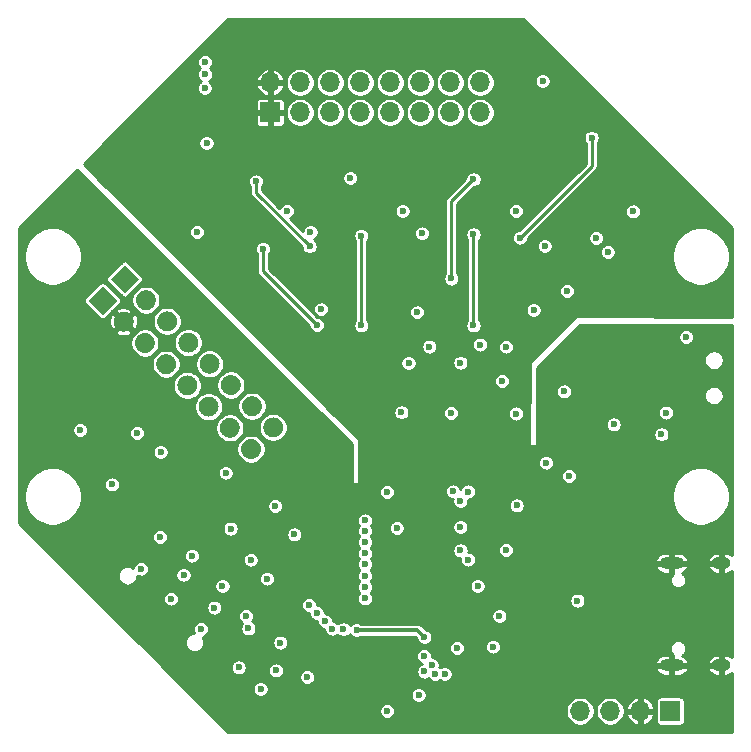
<source format=gbr>
%TF.GenerationSoftware,KiCad,Pcbnew,(5.1.9)-1*%
%TF.CreationDate,2021-05-12T23:31:49+03:00*%
%TF.ProjectId,Ganglion_01,47616e67-6c69-46f6-9e5f-30312e6b6963,01*%
%TF.SameCoordinates,PX4a1f960PY74ffa90*%
%TF.FileFunction,Copper,L3,Inr*%
%TF.FilePolarity,Positive*%
%FSLAX46Y46*%
G04 Gerber Fmt 4.6, Leading zero omitted, Abs format (unit mm)*
G04 Created by KiCad (PCBNEW (5.1.9)-1) date 2021-05-12 23:31:49*
%MOMM*%
%LPD*%
G01*
G04 APERTURE LIST*
%TA.AperFunction,ComponentPad*%
%ADD10O,2.100000X1.000000*%
%TD*%
%TA.AperFunction,ComponentPad*%
%ADD11O,1.600000X1.000000*%
%TD*%
%TA.AperFunction,ComponentPad*%
%ADD12C,0.100000*%
%TD*%
%TA.AperFunction,ComponentPad*%
%ADD13O,1.700000X1.700000*%
%TD*%
%TA.AperFunction,ComponentPad*%
%ADD14R,1.700000X1.700000*%
%TD*%
%TA.AperFunction,ViaPad*%
%ADD15C,0.600000*%
%TD*%
%TA.AperFunction,Conductor*%
%ADD16C,0.350000*%
%TD*%
%TA.AperFunction,Conductor*%
%ADD17C,0.250000*%
%TD*%
%TA.AperFunction,Conductor*%
%ADD18C,0.177800*%
%TD*%
%TA.AperFunction,Conductor*%
%ADD19C,0.254000*%
%TD*%
%TA.AperFunction,Conductor*%
%ADD20C,0.100000*%
%TD*%
G04 APERTURE END LIST*
D10*
%TO.N,GNDA*%
%TO.C,USB1*%
X55595000Y14670000D03*
X55595000Y6030000D03*
D11*
X59775000Y14670000D03*
X59775000Y6030000D03*
%TD*%
%TO.N,/P0.30*%
%TO.C,P5*%
%TA.AperFunction,ComponentPad*%
G36*
G01*
X21242318Y25561600D02*
X21242318Y25561600D01*
G75*
G02*
X21242318Y26763682I601041J601041D01*
G01*
X21242318Y26763682D01*
G75*
G02*
X22444400Y26763682I601041J-601041D01*
G01*
X22444400Y26763682D01*
G75*
G02*
X22444400Y25561600I-601041J-601041D01*
G01*
X22444400Y25561600D01*
G75*
G02*
X21242318Y25561600I-601041J601041D01*
G01*
G37*
%TD.AperFunction*%
%TO.N,/P0.28*%
%TA.AperFunction,ComponentPad*%
G36*
G01*
X19446266Y27357652D02*
X19446266Y27357652D01*
G75*
G02*
X19446266Y28559734I601041J601041D01*
G01*
X19446266Y28559734D01*
G75*
G02*
X20648348Y28559734I601041J-601041D01*
G01*
X20648348Y28559734D01*
G75*
G02*
X20648348Y27357652I-601041J-601041D01*
G01*
X20648348Y27357652D01*
G75*
G02*
X19446266Y27357652I-601041J601041D01*
G01*
G37*
%TD.AperFunction*%
%TO.N,/P0.07*%
%TA.AperFunction,ComponentPad*%
G36*
G01*
X17650215Y29153703D02*
X17650215Y29153703D01*
G75*
G02*
X17650215Y30355785I601041J601041D01*
G01*
X17650215Y30355785D01*
G75*
G02*
X18852297Y30355785I601041J-601041D01*
G01*
X18852297Y30355785D01*
G75*
G02*
X18852297Y29153703I-601041J-601041D01*
G01*
X18852297Y29153703D01*
G75*
G02*
X17650215Y29153703I-601041J601041D01*
G01*
G37*
%TD.AperFunction*%
%TO.N,/P0.05*%
%TA.AperFunction,ComponentPad*%
G36*
G01*
X15854164Y30949754D02*
X15854164Y30949754D01*
G75*
G02*
X15854164Y32151836I601041J601041D01*
G01*
X15854164Y32151836D01*
G75*
G02*
X17056246Y32151836I601041J-601041D01*
G01*
X17056246Y32151836D01*
G75*
G02*
X17056246Y30949754I-601041J-601041D01*
G01*
X17056246Y30949754D01*
G75*
G02*
X15854164Y30949754I-601041J601041D01*
G01*
G37*
%TD.AperFunction*%
%TO.N,/P0.26*%
%TA.AperFunction,ComponentPad*%
G36*
G01*
X14058113Y32745805D02*
X14058113Y32745805D01*
G75*
G02*
X14058113Y33947887I601041J601041D01*
G01*
X14058113Y33947887D01*
G75*
G02*
X15260195Y33947887I601041J-601041D01*
G01*
X15260195Y33947887D01*
G75*
G02*
X15260195Y32745805I-601041J-601041D01*
G01*
X15260195Y32745805D01*
G75*
G02*
X14058113Y32745805I-601041J601041D01*
G01*
G37*
%TD.AperFunction*%
%TO.N,/P0.27*%
%TA.AperFunction,ComponentPad*%
G36*
G01*
X12262061Y34541857D02*
X12262061Y34541857D01*
G75*
G02*
X12262061Y35743939I601041J601041D01*
G01*
X12262061Y35743939D01*
G75*
G02*
X13464143Y35743939I601041J-601041D01*
G01*
X13464143Y35743939D01*
G75*
G02*
X13464143Y34541857I-601041J-601041D01*
G01*
X13464143Y34541857D01*
G75*
G02*
X12262061Y34541857I-601041J601041D01*
G01*
G37*
%TD.AperFunction*%
%TO.N,/P0.00*%
%TA.AperFunction,ComponentPad*%
G36*
G01*
X10466010Y36337908D02*
X10466010Y36337908D01*
G75*
G02*
X10466010Y37539990I601041J601041D01*
G01*
X10466010Y37539990D01*
G75*
G02*
X11668092Y37539990I601041J-601041D01*
G01*
X11668092Y37539990D01*
G75*
G02*
X11668092Y36337908I-601041J-601041D01*
G01*
X11668092Y36337908D01*
G75*
G02*
X10466010Y36337908I-601041J601041D01*
G01*
G37*
%TD.AperFunction*%
%TA.AperFunction,ComponentPad*%
D12*
%TO.N,Net-(P5-Pad1)*%
G36*
X9271000Y37532918D02*
G01*
X8068918Y38735000D01*
X9271000Y39937082D01*
X10473082Y38735000D01*
X9271000Y37532918D01*
G37*
%TD.AperFunction*%
%TD*%
%TO.N,/P0.31*%
%TO.C,P4*%
%TA.AperFunction,ComponentPad*%
G36*
G01*
X19362718Y23732800D02*
X19362718Y23732800D01*
G75*
G02*
X19362718Y24934882I601041J601041D01*
G01*
X19362718Y24934882D01*
G75*
G02*
X20564800Y24934882I601041J-601041D01*
G01*
X20564800Y24934882D01*
G75*
G02*
X20564800Y23732800I-601041J-601041D01*
G01*
X20564800Y23732800D01*
G75*
G02*
X19362718Y23732800I-601041J601041D01*
G01*
G37*
%TD.AperFunction*%
%TO.N,MOSI*%
%TA.AperFunction,ComponentPad*%
G36*
G01*
X17566666Y25528852D02*
X17566666Y25528852D01*
G75*
G02*
X17566666Y26730934I601041J601041D01*
G01*
X17566666Y26730934D01*
G75*
G02*
X18768748Y26730934I601041J-601041D01*
G01*
X18768748Y26730934D01*
G75*
G02*
X18768748Y25528852I-601041J-601041D01*
G01*
X18768748Y25528852D01*
G75*
G02*
X17566666Y25528852I-601041J601041D01*
G01*
G37*
%TD.AperFunction*%
%TO.N,Net-(P4-Pad6)*%
%TA.AperFunction,ComponentPad*%
G36*
G01*
X15770615Y27324903D02*
X15770615Y27324903D01*
G75*
G02*
X15770615Y28526985I601041J601041D01*
G01*
X15770615Y28526985D01*
G75*
G02*
X16972697Y28526985I601041J-601041D01*
G01*
X16972697Y28526985D01*
G75*
G02*
X16972697Y27324903I-601041J-601041D01*
G01*
X16972697Y27324903D01*
G75*
G02*
X15770615Y27324903I-601041J601041D01*
G01*
G37*
%TD.AperFunction*%
%TO.N,Net-(P4-Pad5)*%
%TA.AperFunction,ComponentPad*%
G36*
G01*
X13974564Y29120954D02*
X13974564Y29120954D01*
G75*
G02*
X13974564Y30323036I601041J601041D01*
G01*
X13974564Y30323036D01*
G75*
G02*
X15176646Y30323036I601041J-601041D01*
G01*
X15176646Y30323036D01*
G75*
G02*
X15176646Y29120954I-601041J-601041D01*
G01*
X15176646Y29120954D01*
G75*
G02*
X13974564Y29120954I-601041J601041D01*
G01*
G37*
%TD.AperFunction*%
%TO.N,SCK*%
%TA.AperFunction,ComponentPad*%
G36*
G01*
X12178513Y30917005D02*
X12178513Y30917005D01*
G75*
G02*
X12178513Y32119087I601041J601041D01*
G01*
X12178513Y32119087D01*
G75*
G02*
X13380595Y32119087I601041J-601041D01*
G01*
X13380595Y32119087D01*
G75*
G02*
X13380595Y30917005I-601041J-601041D01*
G01*
X13380595Y30917005D01*
G75*
G02*
X12178513Y30917005I-601041J601041D01*
G01*
G37*
%TD.AperFunction*%
%TO.N,MISO*%
%TA.AperFunction,ComponentPad*%
G36*
G01*
X10382461Y32713057D02*
X10382461Y32713057D01*
G75*
G02*
X10382461Y33915139I601041J601041D01*
G01*
X10382461Y33915139D01*
G75*
G02*
X11584543Y33915139I601041J-601041D01*
G01*
X11584543Y33915139D01*
G75*
G02*
X11584543Y32713057I-601041J-601041D01*
G01*
X11584543Y32713057D01*
G75*
G02*
X10382461Y32713057I-601041J601041D01*
G01*
G37*
%TD.AperFunction*%
%TO.N,GNDA*%
%TA.AperFunction,ComponentPad*%
G36*
G01*
X8586410Y34509108D02*
X8586410Y34509108D01*
G75*
G02*
X8586410Y35711190I601041J601041D01*
G01*
X8586410Y35711190D01*
G75*
G02*
X9788492Y35711190I601041J-601041D01*
G01*
X9788492Y35711190D01*
G75*
G02*
X9788492Y34509108I-601041J-601041D01*
G01*
X9788492Y34509108D01*
G75*
G02*
X8586410Y34509108I-601041J601041D01*
G01*
G37*
%TD.AperFunction*%
%TA.AperFunction,ComponentPad*%
%TO.N,VDD*%
G36*
X7391400Y35704118D02*
G01*
X6189318Y36906200D01*
X7391400Y38108282D01*
X8593482Y36906200D01*
X7391400Y35704118D01*
G37*
%TD.AperFunction*%
%TD*%
D13*
%TO.N,SWDIO*%
%TO.C,P3*%
X47830000Y2150000D03*
%TO.N,SWDCLK*%
X50370000Y2150000D03*
%TO.N,GNDA*%
X52910000Y2150000D03*
D14*
%TO.N,VDD*%
X55450000Y2150000D03*
%TD*%
D13*
%TO.N,VAA*%
%TO.C,P1*%
X39370000Y55372000D03*
X39370000Y52832000D03*
%TO.N,1_IN-*%
X36830000Y55372000D03*
%TO.N,1_IN+*%
X36830000Y52832000D03*
%TO.N,2_IN-*%
X34290000Y55372000D03*
%TO.N,2_IN+*%
X34290000Y52832000D03*
%TO.N,3_IN-*%
X31750000Y55372000D03*
%TO.N,3_IN+*%
X31750000Y52832000D03*
%TO.N,4_IN-*%
X29210000Y55372000D03*
%TO.N,4_IN+*%
X29210000Y52832000D03*
%TO.N,REF*%
X26670000Y55372000D03*
X26670000Y52832000D03*
%TO.N,D_G*%
X24130000Y55372000D03*
X24130000Y52832000D03*
%TO.N,GNDA*%
X21590000Y55372000D03*
D14*
X21590000Y52832000D03*
%TD*%
D15*
%TO.N,VAA*%
X52324000Y44450000D03*
X43891200Y36118800D03*
X34036000Y35915600D03*
X25908000Y36169600D03*
X16200000Y50250000D03*
X42400000Y44500000D03*
X32800000Y44500000D03*
X23000000Y44500000D03*
X32702500Y27444700D03*
X36880800Y27368500D03*
X41198800Y30111700D03*
X42392600Y27343100D03*
%TO.N,GNDA*%
X16370300Y7327900D03*
X13398500Y9740900D03*
X46253400Y27863800D03*
X53314600Y33705800D03*
X46482000Y31800800D03*
X51689000Y38354000D03*
X34721800Y19583400D03*
X30175200Y36880800D03*
X21539200Y37439600D03*
X42900000Y37875000D03*
X46355000Y23241000D03*
X52400000Y47400000D03*
X42400000Y47400000D03*
X33200000Y47425000D03*
X22900000Y47400000D03*
X18732500Y4203700D03*
X43992800Y21907500D03*
X25057100Y12319000D03*
X8839200Y27228800D03*
X4140200Y33274000D03*
X14897100Y22377400D03*
X7442200Y16281400D03*
X23482300Y20866100D03*
X32727900Y25882600D03*
X36893500Y25857200D03*
X53800000Y16800000D03*
X48800000Y11500000D03*
X43700000Y11500000D03*
X48900000Y8600000D03*
X31100000Y500000D03*
X43700000Y800000D03*
X25450000Y2900000D03*
X40300000Y18900000D03*
X32800000Y12250000D03*
%TO.N,Net-(C10-Pad2)*%
X41554400Y32994600D03*
X44825000Y41525000D03*
%TO.N,Net-(C11-Pad1)*%
X37693600Y31648400D03*
X34450000Y42600000D03*
%TO.N,Net-(C12-Pad1)*%
X35064700Y33007300D03*
X25000000Y42700000D03*
%TO.N,Net-(C13-Pad1)*%
X33299400Y31635700D03*
X15400000Y42700000D03*
%TO.N,VDD*%
X39150000Y12750000D03*
X19748500Y9144000D03*
X14249400Y13690600D03*
X12242800Y16891000D03*
X10299700Y25704800D03*
X46482000Y29210000D03*
X50673000Y26416000D03*
X41554400Y15798800D03*
X12306300Y24091900D03*
X22021800Y19519900D03*
X22085300Y5588000D03*
X16852900Y10909300D03*
X28900000Y9000000D03*
X47600000Y11500000D03*
X46900000Y22050000D03*
X42463537Y19563537D03*
X32300000Y17650000D03*
X37400000Y7500000D03*
X31500000Y2150000D03*
X34650000Y8400000D03*
%TO.N,/V_IN*%
X56819800Y33807400D03*
X54711600Y25577800D03*
%TO.N,1_IN+*%
X24866600Y11125200D03*
X16065500Y57099200D03*
%TO.N,2_IN+*%
X16078200Y56057800D03*
X25527000Y10452100D03*
%TO.N,3_IN+*%
X16040100Y54902100D03*
X26212800Y9753600D03*
%TO.N,4_IN+*%
X26847800Y9118600D03*
%TO.N,REF*%
X27787600Y9067800D03*
%TO.N,/SIM_RST*%
X40450000Y7600000D03*
%TO.N,MISO*%
X38328600Y20739100D03*
X21310600Y13360400D03*
%TO.N,SCK*%
X38341300Y14973300D03*
X37693600Y19913600D03*
X19939000Y14960600D03*
%TO.N,MOSI*%
X18237200Y17602200D03*
X37693600Y17716500D03*
%TO.N,/1_-IN*%
X48800000Y50700000D03*
X42725000Y42225000D03*
%TO.N,/2_-IN*%
X38800000Y47175000D03*
X36925000Y38775000D03*
%TO.N,/3_-IN*%
X28375000Y47275000D03*
%TO.N,/4_-IN*%
X24925000Y41500000D03*
X20400000Y47000000D03*
%TO.N,/MCP_RST*%
X37700000Y15750000D03*
%TO.N,Net-(R39-Pad1)*%
X8191500Y21336000D03*
%TO.N,Net-(R42-Pad1)*%
X5511800Y25946100D03*
%TO.N,uA_SENS*%
X23634700Y17106900D03*
X17818100Y22326600D03*
X34600000Y6800000D03*
%TO.N,/MCP_SS*%
X37058600Y20751800D03*
%TO.N,Z_TEST_4*%
X35550000Y5300000D03*
X22450000Y7950000D03*
%TO.N,Z_TEST_3*%
X34150000Y3500000D03*
X19550000Y10200000D03*
%TO.N,Z_TEST_2*%
X17550000Y12750000D03*
X34650000Y5500000D03*
%TO.N,Z_TEST_1*%
X35250000Y6050000D03*
X14950000Y15300000D03*
%TO.N,Z_TEST_REF*%
X36350000Y5300000D03*
X24726944Y5015548D03*
%TO.N,/V_ENABLE*%
X55105300Y27419300D03*
X44958000Y23177500D03*
%TO.N,MCP_DRDY*%
X31496000Y20701000D03*
%TO.N,I_BIAS*%
X44650000Y55500000D03*
%TO.N,V_REF*%
X50165000Y41021000D03*
X46736000Y37719000D03*
X21000000Y41300000D03*
X25550000Y34825000D03*
X39350000Y33175000D03*
X29300000Y34800000D03*
X29300000Y42400000D03*
X38800000Y42500000D03*
X38800000Y34800000D03*
X49200000Y42200000D03*
%TO.N,/SENSORS/IMP_SIG*%
X18923000Y5842000D03*
X10668000Y14198600D03*
X20777200Y4013200D03*
X15748000Y9093200D03*
X13182600Y11658600D03*
%TO.N,Net-(D2-Pad2)*%
X41000000Y10200000D03*
%TO.N,/P0.31*%
X29616400Y11684000D03*
%TO.N,/P0.30*%
X29616400Y12649200D03*
%TO.N,/P0.28*%
X29616400Y13614400D03*
%TO.N,/P0.07*%
X29616400Y14579600D03*
%TO.N,/P0.05*%
X29616400Y15494000D03*
%TO.N,/P0.26*%
X29616400Y16459200D03*
%TO.N,/P0.27*%
X29616400Y17424400D03*
%TO.N,/P0.00*%
X29616400Y18288000D03*
%TD*%
D16*
%TO.N,VDD*%
X34050000Y9000000D02*
X34650000Y8400000D01*
X28900000Y9000000D02*
X34050000Y9000000D01*
D17*
%TO.N,/1_-IN*%
X48800000Y48300000D02*
X48800000Y50700000D01*
X42725000Y42225000D02*
X48800000Y48300000D01*
%TO.N,/2_-IN*%
X36925000Y45300000D02*
X38800000Y47175000D01*
X36925000Y38775000D02*
X36925000Y45300000D01*
%TO.N,/4_-IN*%
X20400000Y47000000D02*
X20400000Y46025000D01*
X20400000Y46025000D02*
X24925000Y41500000D01*
D18*
%TO.N,uA_SENS*%
X23647400Y17119600D02*
X23634700Y17106900D01*
D17*
%TO.N,V_REF*%
X21000000Y39375000D02*
X21000000Y41300000D01*
X25550000Y34825000D02*
X21000000Y39375000D01*
X29300000Y42400000D02*
X29300000Y34800000D01*
X38800000Y42500000D02*
X38800000Y34800000D01*
%TD*%
D19*
%TO.N,GNDA*%
X60656400Y43067319D02*
X60656400Y35547714D01*
X47498119Y35560000D01*
X47473340Y35557583D01*
X47449509Y35550378D01*
X47427541Y35538662D01*
X47408197Y35522803D01*
X43598197Y31712803D01*
X43582403Y31693557D01*
X43570667Y31671601D01*
X43563440Y31647776D01*
X43561001Y31623465D01*
X43535601Y24689265D01*
X43537950Y24664480D01*
X43545090Y24640629D01*
X43556746Y24618630D01*
X43572469Y24599327D01*
X43591656Y24583463D01*
X43613570Y24571646D01*
X43637367Y24564332D01*
X43671048Y24562081D01*
X44052048Y24587481D01*
X44076607Y24591564D01*
X44099898Y24600360D01*
X44121025Y24613531D01*
X44139177Y24630570D01*
X44153656Y24650823D01*
X44163906Y24673512D01*
X44169532Y24697764D01*
X44170599Y24713706D01*
X44174221Y25644873D01*
X54030600Y25644873D01*
X54030600Y25510727D01*
X54056771Y25379160D01*
X54108106Y25255226D01*
X54182633Y25143688D01*
X54277488Y25048833D01*
X54389026Y24974306D01*
X54512960Y24922971D01*
X54644527Y24896800D01*
X54778673Y24896800D01*
X54910240Y24922971D01*
X55034174Y24974306D01*
X55145712Y25048833D01*
X55240567Y25143688D01*
X55315094Y25255226D01*
X55366429Y25379160D01*
X55392600Y25510727D01*
X55392600Y25644873D01*
X55366429Y25776440D01*
X55315094Y25900374D01*
X55240567Y26011912D01*
X55145712Y26106767D01*
X55034174Y26181294D01*
X54910240Y26232629D01*
X54778673Y26258800D01*
X54644527Y26258800D01*
X54512960Y26232629D01*
X54389026Y26181294D01*
X54277488Y26106767D01*
X54182633Y26011912D01*
X54108106Y25900374D01*
X54056771Y25776440D01*
X54030600Y25644873D01*
X44174221Y25644873D01*
X44177483Y26483073D01*
X49992000Y26483073D01*
X49992000Y26348927D01*
X50018171Y26217360D01*
X50069506Y26093426D01*
X50144033Y25981888D01*
X50238888Y25887033D01*
X50350426Y25812506D01*
X50474360Y25761171D01*
X50605927Y25735000D01*
X50740073Y25735000D01*
X50871640Y25761171D01*
X50995574Y25812506D01*
X51107112Y25887033D01*
X51201967Y25981888D01*
X51276494Y26093426D01*
X51327829Y26217360D01*
X51354000Y26348927D01*
X51354000Y26483073D01*
X51327829Y26614640D01*
X51276494Y26738574D01*
X51201967Y26850112D01*
X51107112Y26944967D01*
X50995574Y27019494D01*
X50871640Y27070829D01*
X50740073Y27097000D01*
X50605927Y27097000D01*
X50474360Y27070829D01*
X50350426Y27019494D01*
X50238888Y26944967D01*
X50144033Y26850112D01*
X50069506Y26738574D01*
X50018171Y26614640D01*
X49992000Y26483073D01*
X44177483Y26483073D01*
X44181386Y27486373D01*
X54424300Y27486373D01*
X54424300Y27352227D01*
X54450471Y27220660D01*
X54501806Y27096726D01*
X54576333Y26985188D01*
X54671188Y26890333D01*
X54782726Y26815806D01*
X54906660Y26764471D01*
X55038227Y26738300D01*
X55172373Y26738300D01*
X55303940Y26764471D01*
X55427874Y26815806D01*
X55539412Y26890333D01*
X55634267Y26985188D01*
X55708794Y27096726D01*
X55760129Y27220660D01*
X55786300Y27352227D01*
X55786300Y27486373D01*
X55760129Y27617940D01*
X55708794Y27741874D01*
X55634267Y27853412D01*
X55539412Y27948267D01*
X55427874Y28022794D01*
X55303940Y28074129D01*
X55172373Y28100300D01*
X55038227Y28100300D01*
X54906660Y28074129D01*
X54782726Y28022794D01*
X54671188Y27948267D01*
X54576333Y27853412D01*
X54501806Y27741874D01*
X54450471Y27617940D01*
X54424300Y27486373D01*
X44181386Y27486373D01*
X44188354Y29277073D01*
X45801000Y29277073D01*
X45801000Y29142927D01*
X45827171Y29011360D01*
X45878506Y28887426D01*
X45953033Y28775888D01*
X46047888Y28681033D01*
X46159426Y28606506D01*
X46283360Y28555171D01*
X46414927Y28529000D01*
X46549073Y28529000D01*
X46680640Y28555171D01*
X46804574Y28606506D01*
X46916112Y28681033D01*
X47010967Y28775888D01*
X47085494Y28887426D01*
X47109526Y28945446D01*
X58323000Y28945446D01*
X58323000Y28781754D01*
X58354935Y28621206D01*
X58417577Y28469974D01*
X58508520Y28333868D01*
X58624268Y28218120D01*
X58760374Y28127177D01*
X58911606Y28064535D01*
X59072154Y28032600D01*
X59235846Y28032600D01*
X59396394Y28064535D01*
X59547626Y28127177D01*
X59683732Y28218120D01*
X59799480Y28333868D01*
X59890423Y28469974D01*
X59953065Y28621206D01*
X59985000Y28781754D01*
X59985000Y28945446D01*
X59953065Y29105994D01*
X59890423Y29257226D01*
X59799480Y29393332D01*
X59683732Y29509080D01*
X59547626Y29600023D01*
X59396394Y29662665D01*
X59235846Y29694600D01*
X59072154Y29694600D01*
X58911606Y29662665D01*
X58760374Y29600023D01*
X58624268Y29509080D01*
X58508520Y29393332D01*
X58417577Y29257226D01*
X58354935Y29105994D01*
X58323000Y28945446D01*
X47109526Y28945446D01*
X47136829Y29011360D01*
X47163000Y29142927D01*
X47163000Y29277073D01*
X47136829Y29408640D01*
X47085494Y29532574D01*
X47010967Y29644112D01*
X46916112Y29738967D01*
X46804574Y29813494D01*
X46680640Y29864829D01*
X46549073Y29891000D01*
X46414927Y29891000D01*
X46283360Y29864829D01*
X46159426Y29813494D01*
X46047888Y29738967D01*
X45953033Y29644112D01*
X45878506Y29532574D01*
X45827171Y29408640D01*
X45801000Y29277073D01*
X44188354Y29277073D01*
X44195795Y31189189D01*
X44952052Y31945446D01*
X58323000Y31945446D01*
X58323000Y31781754D01*
X58354935Y31621206D01*
X58417577Y31469974D01*
X58508520Y31333868D01*
X58624268Y31218120D01*
X58760374Y31127177D01*
X58911606Y31064535D01*
X59072154Y31032600D01*
X59235846Y31032600D01*
X59396394Y31064535D01*
X59547626Y31127177D01*
X59683732Y31218120D01*
X59799480Y31333868D01*
X59890423Y31469974D01*
X59953065Y31621206D01*
X59985000Y31781754D01*
X59985000Y31945446D01*
X59953065Y32105994D01*
X59890423Y32257226D01*
X59799480Y32393332D01*
X59683732Y32509080D01*
X59547626Y32600023D01*
X59396394Y32662665D01*
X59235846Y32694600D01*
X59072154Y32694600D01*
X58911606Y32662665D01*
X58760374Y32600023D01*
X58624268Y32509080D01*
X58508520Y32393332D01*
X58417577Y32257226D01*
X58354935Y32105994D01*
X58323000Y31945446D01*
X44952052Y31945446D01*
X46881079Y33874473D01*
X56138800Y33874473D01*
X56138800Y33740327D01*
X56164971Y33608760D01*
X56216306Y33484826D01*
X56290833Y33373288D01*
X56385688Y33278433D01*
X56497226Y33203906D01*
X56621160Y33152571D01*
X56752727Y33126400D01*
X56886873Y33126400D01*
X57018440Y33152571D01*
X57142374Y33203906D01*
X57253912Y33278433D01*
X57348767Y33373288D01*
X57423294Y33484826D01*
X57474629Y33608760D01*
X57500800Y33740327D01*
X57500800Y33874473D01*
X57474629Y34006040D01*
X57423294Y34129974D01*
X57348767Y34241512D01*
X57253912Y34336367D01*
X57142374Y34410894D01*
X57018440Y34462229D01*
X56886873Y34488400D01*
X56752727Y34488400D01*
X56621160Y34462229D01*
X56497226Y34410894D01*
X56385688Y34336367D01*
X56290833Y34241512D01*
X56216306Y34129974D01*
X56164971Y34006040D01*
X56138800Y33874473D01*
X46881079Y33874473D01*
X47804806Y34798200D01*
X60656400Y34847112D01*
X60656401Y15342006D01*
X60529476Y15435337D01*
X60371434Y15509295D01*
X60202000Y15551000D01*
X59902000Y15551000D01*
X59902000Y14797000D01*
X59922000Y14797000D01*
X59922000Y14543000D01*
X59902000Y14543000D01*
X59902000Y13789000D01*
X60202000Y13789000D01*
X60371434Y13830705D01*
X60529476Y13904663D01*
X60656401Y13997994D01*
X60656401Y6702006D01*
X60529476Y6795337D01*
X60371434Y6869295D01*
X60202000Y6911000D01*
X59902000Y6911000D01*
X59902000Y6157000D01*
X59922000Y6157000D01*
X59922000Y5903000D01*
X59902000Y5903000D01*
X59902000Y5149000D01*
X60202000Y5149000D01*
X60371434Y5190705D01*
X60529476Y5264663D01*
X60656401Y5357994D01*
X60656401Y406000D01*
X18006583Y406000D01*
X16194176Y2217073D01*
X30819000Y2217073D01*
X30819000Y2082927D01*
X30845171Y1951360D01*
X30896506Y1827426D01*
X30971033Y1715888D01*
X31065888Y1621033D01*
X31177426Y1546506D01*
X31301360Y1495171D01*
X31432927Y1469000D01*
X31567073Y1469000D01*
X31698640Y1495171D01*
X31822574Y1546506D01*
X31934112Y1621033D01*
X32028967Y1715888D01*
X32103494Y1827426D01*
X32154829Y1951360D01*
X32181000Y2082927D01*
X32181000Y2217073D01*
X32170225Y2271243D01*
X46599000Y2271243D01*
X46599000Y2028757D01*
X46646307Y1790931D01*
X46739102Y1566903D01*
X46873820Y1365283D01*
X47045283Y1193820D01*
X47246903Y1059102D01*
X47470931Y966307D01*
X47708757Y919000D01*
X47951243Y919000D01*
X48189069Y966307D01*
X48413097Y1059102D01*
X48614717Y1193820D01*
X48786180Y1365283D01*
X48920898Y1566903D01*
X49013693Y1790931D01*
X49061000Y2028757D01*
X49061000Y2271243D01*
X49139000Y2271243D01*
X49139000Y2028757D01*
X49186307Y1790931D01*
X49279102Y1566903D01*
X49413820Y1365283D01*
X49585283Y1193820D01*
X49786903Y1059102D01*
X50010931Y966307D01*
X50248757Y919000D01*
X50491243Y919000D01*
X50729069Y966307D01*
X50953097Y1059102D01*
X51154717Y1193820D01*
X51326180Y1365283D01*
X51460898Y1566903D01*
X51553693Y1790931D01*
X51562064Y1833019D01*
X51720505Y1833019D01*
X51805201Y1607051D01*
X51932353Y1401948D01*
X52097076Y1225592D01*
X52293039Y1084761D01*
X52512712Y984866D01*
X52593020Y960511D01*
X52783000Y1021373D01*
X52783000Y2023000D01*
X53037000Y2023000D01*
X53037000Y1021373D01*
X53226980Y960511D01*
X53307288Y984866D01*
X53526961Y1084761D01*
X53722924Y1225592D01*
X53887647Y1401948D01*
X54014799Y1607051D01*
X54099495Y1833019D01*
X54039187Y2023000D01*
X53037000Y2023000D01*
X52783000Y2023000D01*
X51780813Y2023000D01*
X51720505Y1833019D01*
X51562064Y1833019D01*
X51601000Y2028757D01*
X51601000Y2271243D01*
X51562065Y2466981D01*
X51720505Y2466981D01*
X51780813Y2277000D01*
X52783000Y2277000D01*
X52783000Y3278627D01*
X53037000Y3278627D01*
X53037000Y2277000D01*
X54039187Y2277000D01*
X54099495Y2466981D01*
X54014799Y2692949D01*
X53887647Y2898052D01*
X53792424Y3000000D01*
X54217157Y3000000D01*
X54217157Y1300000D01*
X54224513Y1225311D01*
X54246299Y1153492D01*
X54281678Y1087304D01*
X54329289Y1029289D01*
X54387304Y981678D01*
X54453492Y946299D01*
X54525311Y924513D01*
X54600000Y917157D01*
X56300000Y917157D01*
X56374689Y924513D01*
X56446508Y946299D01*
X56512696Y981678D01*
X56570711Y1029289D01*
X56618322Y1087304D01*
X56653701Y1153492D01*
X56675487Y1225311D01*
X56682843Y1300000D01*
X56682843Y3000000D01*
X56675487Y3074689D01*
X56653701Y3146508D01*
X56618322Y3212696D01*
X56570711Y3270711D01*
X56512696Y3318322D01*
X56446508Y3353701D01*
X56374689Y3375487D01*
X56300000Y3382843D01*
X54600000Y3382843D01*
X54525311Y3375487D01*
X54453492Y3353701D01*
X54387304Y3318322D01*
X54329289Y3270711D01*
X54281678Y3212696D01*
X54246299Y3146508D01*
X54224513Y3074689D01*
X54217157Y3000000D01*
X53792424Y3000000D01*
X53722924Y3074408D01*
X53526961Y3215239D01*
X53307288Y3315134D01*
X53226980Y3339489D01*
X53037000Y3278627D01*
X52783000Y3278627D01*
X52593020Y3339489D01*
X52512712Y3315134D01*
X52293039Y3215239D01*
X52097076Y3074408D01*
X51932353Y2898052D01*
X51805201Y2692949D01*
X51720505Y2466981D01*
X51562065Y2466981D01*
X51553693Y2509069D01*
X51460898Y2733097D01*
X51326180Y2934717D01*
X51154717Y3106180D01*
X50953097Y3240898D01*
X50729069Y3333693D01*
X50491243Y3381000D01*
X50248757Y3381000D01*
X50010931Y3333693D01*
X49786903Y3240898D01*
X49585283Y3106180D01*
X49413820Y2934717D01*
X49279102Y2733097D01*
X49186307Y2509069D01*
X49139000Y2271243D01*
X49061000Y2271243D01*
X49013693Y2509069D01*
X48920898Y2733097D01*
X48786180Y2934717D01*
X48614717Y3106180D01*
X48413097Y3240898D01*
X48189069Y3333693D01*
X47951243Y3381000D01*
X47708757Y3381000D01*
X47470931Y3333693D01*
X47246903Y3240898D01*
X47045283Y3106180D01*
X46873820Y2934717D01*
X46739102Y2733097D01*
X46646307Y2509069D01*
X46599000Y2271243D01*
X32170225Y2271243D01*
X32154829Y2348640D01*
X32103494Y2472574D01*
X32028967Y2584112D01*
X31934112Y2678967D01*
X31822574Y2753494D01*
X31698640Y2804829D01*
X31567073Y2831000D01*
X31432927Y2831000D01*
X31301360Y2804829D01*
X31177426Y2753494D01*
X31065888Y2678967D01*
X30971033Y2584112D01*
X30896506Y2472574D01*
X30845171Y2348640D01*
X30819000Y2217073D01*
X16194176Y2217073D01*
X14329602Y4080273D01*
X20096200Y4080273D01*
X20096200Y3946127D01*
X20122371Y3814560D01*
X20173706Y3690626D01*
X20248233Y3579088D01*
X20343088Y3484233D01*
X20454626Y3409706D01*
X20578560Y3358371D01*
X20710127Y3332200D01*
X20844273Y3332200D01*
X20975840Y3358371D01*
X21099774Y3409706D01*
X21211312Y3484233D01*
X21294152Y3567073D01*
X33469000Y3567073D01*
X33469000Y3432927D01*
X33495171Y3301360D01*
X33546506Y3177426D01*
X33621033Y3065888D01*
X33715888Y2971033D01*
X33827426Y2896506D01*
X33951360Y2845171D01*
X34082927Y2819000D01*
X34217073Y2819000D01*
X34348640Y2845171D01*
X34472574Y2896506D01*
X34584112Y2971033D01*
X34678967Y3065888D01*
X34753494Y3177426D01*
X34804829Y3301360D01*
X34831000Y3432927D01*
X34831000Y3567073D01*
X34804829Y3698640D01*
X34753494Y3822574D01*
X34678967Y3934112D01*
X34584112Y4028967D01*
X34472574Y4103494D01*
X34348640Y4154829D01*
X34217073Y4181000D01*
X34082927Y4181000D01*
X33951360Y4154829D01*
X33827426Y4103494D01*
X33715888Y4028967D01*
X33621033Y3934112D01*
X33546506Y3822574D01*
X33495171Y3698640D01*
X33469000Y3567073D01*
X21294152Y3567073D01*
X21306167Y3579088D01*
X21380694Y3690626D01*
X21432029Y3814560D01*
X21458200Y3946127D01*
X21458200Y4080273D01*
X21432029Y4211840D01*
X21380694Y4335774D01*
X21306167Y4447312D01*
X21211312Y4542167D01*
X21099774Y4616694D01*
X20975840Y4668029D01*
X20844273Y4694200D01*
X20710127Y4694200D01*
X20578560Y4668029D01*
X20454626Y4616694D01*
X20343088Y4542167D01*
X20248233Y4447312D01*
X20173706Y4335774D01*
X20122371Y4211840D01*
X20096200Y4080273D01*
X14329602Y4080273D01*
X12499454Y5909073D01*
X18242000Y5909073D01*
X18242000Y5774927D01*
X18268171Y5643360D01*
X18319506Y5519426D01*
X18394033Y5407888D01*
X18488888Y5313033D01*
X18600426Y5238506D01*
X18724360Y5187171D01*
X18855927Y5161000D01*
X18990073Y5161000D01*
X19121640Y5187171D01*
X19245574Y5238506D01*
X19357112Y5313033D01*
X19451967Y5407888D01*
X19526494Y5519426D01*
X19577829Y5643360D01*
X19580158Y5655073D01*
X21404300Y5655073D01*
X21404300Y5520927D01*
X21430471Y5389360D01*
X21481806Y5265426D01*
X21556333Y5153888D01*
X21651188Y5059033D01*
X21762726Y4984506D01*
X21886660Y4933171D01*
X22018227Y4907000D01*
X22152373Y4907000D01*
X22283940Y4933171D01*
X22407874Y4984506D01*
X22519412Y5059033D01*
X22543000Y5082621D01*
X24045944Y5082621D01*
X24045944Y4948475D01*
X24072115Y4816908D01*
X24123450Y4692974D01*
X24197977Y4581436D01*
X24292832Y4486581D01*
X24404370Y4412054D01*
X24528304Y4360719D01*
X24659871Y4334548D01*
X24794017Y4334548D01*
X24925584Y4360719D01*
X25049518Y4412054D01*
X25161056Y4486581D01*
X25255911Y4581436D01*
X25330438Y4692974D01*
X25381773Y4816908D01*
X25407944Y4948475D01*
X25407944Y5082621D01*
X25381773Y5214188D01*
X25330438Y5338122D01*
X25255911Y5449660D01*
X25161056Y5544515D01*
X25049518Y5619042D01*
X24925584Y5670377D01*
X24794017Y5696548D01*
X24659871Y5696548D01*
X24528304Y5670377D01*
X24404370Y5619042D01*
X24292832Y5544515D01*
X24197977Y5449660D01*
X24123450Y5338122D01*
X24072115Y5214188D01*
X24045944Y5082621D01*
X22543000Y5082621D01*
X22614267Y5153888D01*
X22688794Y5265426D01*
X22740129Y5389360D01*
X22766300Y5520927D01*
X22766300Y5655073D01*
X22740129Y5786640D01*
X22688794Y5910574D01*
X22614267Y6022112D01*
X22519412Y6116967D01*
X22407874Y6191494D01*
X22283940Y6242829D01*
X22152373Y6269000D01*
X22018227Y6269000D01*
X21886660Y6242829D01*
X21762726Y6191494D01*
X21651188Y6116967D01*
X21556333Y6022112D01*
X21481806Y5910574D01*
X21430471Y5786640D01*
X21404300Y5655073D01*
X19580158Y5655073D01*
X19604000Y5774927D01*
X19604000Y5909073D01*
X19577829Y6040640D01*
X19526494Y6164574D01*
X19451967Y6276112D01*
X19357112Y6370967D01*
X19245574Y6445494D01*
X19121640Y6496829D01*
X18990073Y6523000D01*
X18855927Y6523000D01*
X18724360Y6496829D01*
X18600426Y6445494D01*
X18488888Y6370967D01*
X18394033Y6276112D01*
X18319506Y6164574D01*
X18268171Y6040640D01*
X18242000Y5909073D01*
X12499454Y5909073D01*
X11540748Y6867073D01*
X33919000Y6867073D01*
X33919000Y6732927D01*
X33945171Y6601360D01*
X33996506Y6477426D01*
X34071033Y6365888D01*
X34165888Y6271033D01*
X34277426Y6196506D01*
X34401360Y6145171D01*
X34419387Y6141585D01*
X34327426Y6103494D01*
X34215888Y6028967D01*
X34121033Y5934112D01*
X34046506Y5822574D01*
X33995171Y5698640D01*
X33969000Y5567073D01*
X33969000Y5432927D01*
X33995171Y5301360D01*
X34046506Y5177426D01*
X34121033Y5065888D01*
X34215888Y4971033D01*
X34327426Y4896506D01*
X34451360Y4845171D01*
X34582927Y4819000D01*
X34717073Y4819000D01*
X34848640Y4845171D01*
X34972574Y4896506D01*
X34991932Y4909441D01*
X35021033Y4865888D01*
X35115888Y4771033D01*
X35227426Y4696506D01*
X35351360Y4645171D01*
X35482927Y4619000D01*
X35617073Y4619000D01*
X35748640Y4645171D01*
X35872574Y4696506D01*
X35950000Y4748240D01*
X36027426Y4696506D01*
X36151360Y4645171D01*
X36282927Y4619000D01*
X36417073Y4619000D01*
X36548640Y4645171D01*
X36672574Y4696506D01*
X36784112Y4771033D01*
X36878967Y4865888D01*
X36953494Y4977426D01*
X37004829Y5101360D01*
X37031000Y5232927D01*
X37031000Y5367073D01*
X37004829Y5498640D01*
X36953494Y5622574D01*
X36878967Y5734112D01*
X36844895Y5768184D01*
X54203802Y5768184D01*
X54241919Y5646140D01*
X54332237Y5496842D01*
X54449947Y5368033D01*
X54590524Y5264663D01*
X54748566Y5190705D01*
X54918000Y5149000D01*
X55468000Y5149000D01*
X55468000Y5903000D01*
X55722000Y5903000D01*
X55722000Y5149000D01*
X56272000Y5149000D01*
X56441434Y5190705D01*
X56599476Y5264663D01*
X56740053Y5368033D01*
X56857763Y5496842D01*
X56948081Y5646140D01*
X56986198Y5768184D01*
X58633802Y5768184D01*
X58671919Y5646140D01*
X58762237Y5496842D01*
X58879947Y5368033D01*
X59020524Y5264663D01*
X59178566Y5190705D01*
X59348000Y5149000D01*
X59648000Y5149000D01*
X59648000Y5903000D01*
X58699581Y5903000D01*
X58633802Y5768184D01*
X56986198Y5768184D01*
X56920419Y5903000D01*
X55722000Y5903000D01*
X55468000Y5903000D01*
X54269581Y5903000D01*
X54203802Y5768184D01*
X36844895Y5768184D01*
X36784112Y5828967D01*
X36672574Y5903494D01*
X36548640Y5954829D01*
X36417073Y5981000D01*
X36282927Y5981000D01*
X36151360Y5954829D01*
X36027426Y5903494D01*
X35950000Y5851760D01*
X35910199Y5878354D01*
X35931000Y5982927D01*
X35931000Y6117073D01*
X35904829Y6248640D01*
X35886945Y6291816D01*
X54203802Y6291816D01*
X54269581Y6157000D01*
X55468000Y6157000D01*
X55468000Y6911000D01*
X54918000Y6911000D01*
X54748566Y6869295D01*
X54590524Y6795337D01*
X54449947Y6691967D01*
X54332237Y6563158D01*
X54241919Y6413860D01*
X54203802Y6291816D01*
X35886945Y6291816D01*
X35853494Y6372574D01*
X35778967Y6484112D01*
X35684112Y6578967D01*
X35572574Y6653494D01*
X35448640Y6704829D01*
X35317073Y6731000D01*
X35280617Y6731000D01*
X35281000Y6732927D01*
X35281000Y6867073D01*
X35254829Y6998640D01*
X35203494Y7122574D01*
X35128967Y7234112D01*
X35034112Y7328967D01*
X34922574Y7403494D01*
X34798640Y7454829D01*
X34667073Y7481000D01*
X34532927Y7481000D01*
X34401360Y7454829D01*
X34277426Y7403494D01*
X34165888Y7328967D01*
X34071033Y7234112D01*
X33996506Y7122574D01*
X33945171Y6998640D01*
X33919000Y6867073D01*
X11540748Y6867073D01*
X10374080Y8032881D01*
X14343279Y8032881D01*
X14343279Y7869189D01*
X14375214Y7708641D01*
X14437856Y7557409D01*
X14528799Y7421303D01*
X14644547Y7305555D01*
X14780653Y7214612D01*
X14931885Y7151970D01*
X15092433Y7120035D01*
X15256125Y7120035D01*
X15416673Y7151970D01*
X15567905Y7214612D01*
X15704011Y7305555D01*
X15819759Y7421303D01*
X15910702Y7557409D01*
X15973344Y7708641D01*
X16005279Y7869189D01*
X16005279Y8017073D01*
X21769000Y8017073D01*
X21769000Y7882927D01*
X21795171Y7751360D01*
X21846506Y7627426D01*
X21921033Y7515888D01*
X22015888Y7421033D01*
X22127426Y7346506D01*
X22251360Y7295171D01*
X22382927Y7269000D01*
X22517073Y7269000D01*
X22648640Y7295171D01*
X22772574Y7346506D01*
X22884112Y7421033D01*
X22978967Y7515888D01*
X23013167Y7567073D01*
X36719000Y7567073D01*
X36719000Y7432927D01*
X36745171Y7301360D01*
X36796506Y7177426D01*
X36871033Y7065888D01*
X36965888Y6971033D01*
X37077426Y6896506D01*
X37201360Y6845171D01*
X37332927Y6819000D01*
X37467073Y6819000D01*
X37598640Y6845171D01*
X37722574Y6896506D01*
X37834112Y6971033D01*
X37928967Y7065888D01*
X38003494Y7177426D01*
X38054829Y7301360D01*
X38081000Y7432927D01*
X38081000Y7567073D01*
X38061109Y7667073D01*
X39769000Y7667073D01*
X39769000Y7532927D01*
X39795171Y7401360D01*
X39846506Y7277426D01*
X39921033Y7165888D01*
X40015888Y7071033D01*
X40127426Y6996506D01*
X40251360Y6945171D01*
X40382927Y6919000D01*
X40517073Y6919000D01*
X40648640Y6945171D01*
X40772574Y6996506D01*
X40884112Y7071033D01*
X40978967Y7165888D01*
X41053494Y7277426D01*
X41104829Y7401360D01*
X41130325Y7529535D01*
X55419000Y7529535D01*
X55419000Y7390465D01*
X55446131Y7254067D01*
X55499351Y7125584D01*
X55576614Y7009951D01*
X55674951Y6911614D01*
X55722000Y6880177D01*
X55722000Y6157000D01*
X56920419Y6157000D01*
X56986198Y6291816D01*
X58633802Y6291816D01*
X58699581Y6157000D01*
X59648000Y6157000D01*
X59648000Y6911000D01*
X59348000Y6911000D01*
X59178566Y6869295D01*
X59020524Y6795337D01*
X58879947Y6691967D01*
X58762237Y6563158D01*
X58671919Y6413860D01*
X58633802Y6291816D01*
X56986198Y6291816D01*
X56948081Y6413860D01*
X56857763Y6563158D01*
X56740053Y6691967D01*
X56599476Y6795337D01*
X56482766Y6849953D01*
X56575049Y6911614D01*
X56673386Y7009951D01*
X56750649Y7125584D01*
X56803869Y7254067D01*
X56831000Y7390465D01*
X56831000Y7529535D01*
X56803869Y7665933D01*
X56750649Y7794416D01*
X56673386Y7910049D01*
X56575049Y8008386D01*
X56459416Y8085649D01*
X56330933Y8138869D01*
X56194535Y8166000D01*
X56055465Y8166000D01*
X55919067Y8138869D01*
X55790584Y8085649D01*
X55674951Y8008386D01*
X55576614Y7910049D01*
X55499351Y7794416D01*
X55446131Y7665933D01*
X55419000Y7529535D01*
X41130325Y7529535D01*
X41131000Y7532927D01*
X41131000Y7667073D01*
X41104829Y7798640D01*
X41053494Y7922574D01*
X40978967Y8034112D01*
X40884112Y8128967D01*
X40772574Y8203494D01*
X40648640Y8254829D01*
X40517073Y8281000D01*
X40382927Y8281000D01*
X40251360Y8254829D01*
X40127426Y8203494D01*
X40015888Y8128967D01*
X39921033Y8034112D01*
X39846506Y7922574D01*
X39795171Y7798640D01*
X39769000Y7667073D01*
X38061109Y7667073D01*
X38054829Y7698640D01*
X38003494Y7822574D01*
X37928967Y7934112D01*
X37834112Y8028967D01*
X37722574Y8103494D01*
X37598640Y8154829D01*
X37467073Y8181000D01*
X37332927Y8181000D01*
X37201360Y8154829D01*
X37077426Y8103494D01*
X36965888Y8028967D01*
X36871033Y7934112D01*
X36796506Y7822574D01*
X36745171Y7698640D01*
X36719000Y7567073D01*
X23013167Y7567073D01*
X23053494Y7627426D01*
X23104829Y7751360D01*
X23131000Y7882927D01*
X23131000Y8017073D01*
X23104829Y8148640D01*
X23053494Y8272574D01*
X22978967Y8384112D01*
X22884112Y8478967D01*
X22772574Y8553494D01*
X22648640Y8604829D01*
X22517073Y8631000D01*
X22382927Y8631000D01*
X22251360Y8604829D01*
X22127426Y8553494D01*
X22015888Y8478967D01*
X21921033Y8384112D01*
X21846506Y8272574D01*
X21795171Y8148640D01*
X21769000Y8017073D01*
X16005279Y8017073D01*
X16005279Y8032881D01*
X15973344Y8193429D01*
X15910702Y8344661D01*
X15859649Y8421067D01*
X15946640Y8438371D01*
X16070574Y8489706D01*
X16182112Y8564233D01*
X16276967Y8659088D01*
X16351494Y8770626D01*
X16402829Y8894560D01*
X16429000Y9026127D01*
X16429000Y9160273D01*
X16402829Y9291840D01*
X16351494Y9415774D01*
X16276967Y9527312D01*
X16182112Y9622167D01*
X16070574Y9696694D01*
X15946640Y9748029D01*
X15815073Y9774200D01*
X15680927Y9774200D01*
X15549360Y9748029D01*
X15425426Y9696694D01*
X15313888Y9622167D01*
X15219033Y9527312D01*
X15144506Y9415774D01*
X15093171Y9291840D01*
X15067000Y9160273D01*
X15067000Y9026127D01*
X15093171Y8894560D01*
X15139780Y8782035D01*
X15092433Y8782035D01*
X14931885Y8750100D01*
X14780653Y8687458D01*
X14644547Y8596515D01*
X14528799Y8480767D01*
X14437856Y8344661D01*
X14375214Y8193429D01*
X14343279Y8032881D01*
X10374080Y8032881D01*
X7428418Y10976373D01*
X16171900Y10976373D01*
X16171900Y10842227D01*
X16198071Y10710660D01*
X16249406Y10586726D01*
X16323933Y10475188D01*
X16418788Y10380333D01*
X16530326Y10305806D01*
X16654260Y10254471D01*
X16785827Y10228300D01*
X16919973Y10228300D01*
X17051540Y10254471D01*
X17081964Y10267073D01*
X18869000Y10267073D01*
X18869000Y10132927D01*
X18895171Y10001360D01*
X18946506Y9877426D01*
X19021033Y9765888D01*
X19115888Y9671033D01*
X19227426Y9596506D01*
X19234851Y9593430D01*
X19219533Y9578112D01*
X19145006Y9466574D01*
X19093671Y9342640D01*
X19067500Y9211073D01*
X19067500Y9076927D01*
X19093671Y8945360D01*
X19145006Y8821426D01*
X19219533Y8709888D01*
X19314388Y8615033D01*
X19425926Y8540506D01*
X19549860Y8489171D01*
X19681427Y8463000D01*
X19815573Y8463000D01*
X19947140Y8489171D01*
X20071074Y8540506D01*
X20182612Y8615033D01*
X20277467Y8709888D01*
X20351994Y8821426D01*
X20403329Y8945360D01*
X20429500Y9076927D01*
X20429500Y9211073D01*
X20403329Y9342640D01*
X20351994Y9466574D01*
X20277467Y9578112D01*
X20182612Y9672967D01*
X20071074Y9747494D01*
X20063649Y9750570D01*
X20078967Y9765888D01*
X20153494Y9877426D01*
X20204829Y10001360D01*
X20231000Y10132927D01*
X20231000Y10267073D01*
X20204829Y10398640D01*
X20153494Y10522574D01*
X20078967Y10634112D01*
X19984112Y10728967D01*
X19872574Y10803494D01*
X19748640Y10854829D01*
X19617073Y10881000D01*
X19482927Y10881000D01*
X19351360Y10854829D01*
X19227426Y10803494D01*
X19115888Y10728967D01*
X19021033Y10634112D01*
X18946506Y10522574D01*
X18895171Y10398640D01*
X18869000Y10267073D01*
X17081964Y10267073D01*
X17175474Y10305806D01*
X17287012Y10380333D01*
X17381867Y10475188D01*
X17456394Y10586726D01*
X17507729Y10710660D01*
X17533900Y10842227D01*
X17533900Y10976373D01*
X17507729Y11107940D01*
X17472798Y11192273D01*
X24185600Y11192273D01*
X24185600Y11058127D01*
X24211771Y10926560D01*
X24263106Y10802626D01*
X24337633Y10691088D01*
X24432488Y10596233D01*
X24544026Y10521706D01*
X24667960Y10470371D01*
X24799527Y10444200D01*
X24846000Y10444200D01*
X24846000Y10385027D01*
X24872171Y10253460D01*
X24923506Y10129526D01*
X24998033Y10017988D01*
X25092888Y9923133D01*
X25204426Y9848606D01*
X25328360Y9797271D01*
X25459927Y9771100D01*
X25531800Y9771100D01*
X25531800Y9686527D01*
X25557971Y9554960D01*
X25609306Y9431026D01*
X25683833Y9319488D01*
X25778688Y9224633D01*
X25890226Y9150106D01*
X26014160Y9098771D01*
X26145727Y9072600D01*
X26166800Y9072600D01*
X26166800Y9051527D01*
X26192971Y8919960D01*
X26244306Y8796026D01*
X26318833Y8684488D01*
X26413688Y8589633D01*
X26525226Y8515106D01*
X26649160Y8463771D01*
X26780727Y8437600D01*
X26914873Y8437600D01*
X27046440Y8463771D01*
X27170374Y8515106D01*
X27281912Y8589633D01*
X27292300Y8600021D01*
X27353488Y8538833D01*
X27465026Y8464306D01*
X27588960Y8412971D01*
X27720527Y8386800D01*
X27854673Y8386800D01*
X27986240Y8412971D01*
X28110174Y8464306D01*
X28221712Y8538833D01*
X28316567Y8633688D01*
X28321149Y8640545D01*
X28371033Y8565888D01*
X28465888Y8471033D01*
X28577426Y8396506D01*
X28701360Y8345171D01*
X28832927Y8319000D01*
X28967073Y8319000D01*
X29098640Y8345171D01*
X29222574Y8396506D01*
X29293654Y8444000D01*
X33819699Y8444000D01*
X33978493Y8285206D01*
X33995171Y8201360D01*
X34046506Y8077426D01*
X34121033Y7965888D01*
X34215888Y7871033D01*
X34327426Y7796506D01*
X34451360Y7745171D01*
X34582927Y7719000D01*
X34717073Y7719000D01*
X34848640Y7745171D01*
X34972574Y7796506D01*
X35084112Y7871033D01*
X35178967Y7965888D01*
X35253494Y8077426D01*
X35304829Y8201360D01*
X35331000Y8332927D01*
X35331000Y8467073D01*
X35304829Y8598640D01*
X35253494Y8722574D01*
X35178967Y8834112D01*
X35084112Y8928967D01*
X34972574Y9003494D01*
X34848640Y9054829D01*
X34764794Y9071507D01*
X34462469Y9373832D01*
X34445053Y9395053D01*
X34360392Y9464534D01*
X34263801Y9516162D01*
X34158995Y9547955D01*
X34077312Y9556000D01*
X34077304Y9556000D01*
X34050000Y9558689D01*
X34022696Y9556000D01*
X29293654Y9556000D01*
X29222574Y9603494D01*
X29098640Y9654829D01*
X28967073Y9681000D01*
X28832927Y9681000D01*
X28701360Y9654829D01*
X28577426Y9603494D01*
X28465888Y9528967D01*
X28371033Y9434112D01*
X28366451Y9427255D01*
X28316567Y9501912D01*
X28221712Y9596767D01*
X28110174Y9671294D01*
X27986240Y9722629D01*
X27854673Y9748800D01*
X27720527Y9748800D01*
X27588960Y9722629D01*
X27465026Y9671294D01*
X27353488Y9596767D01*
X27343100Y9586379D01*
X27281912Y9647567D01*
X27170374Y9722094D01*
X27046440Y9773429D01*
X26914873Y9799600D01*
X26893800Y9799600D01*
X26893800Y9820673D01*
X26867629Y9952240D01*
X26816294Y10076174D01*
X26741767Y10187712D01*
X26662406Y10267073D01*
X40319000Y10267073D01*
X40319000Y10132927D01*
X40345171Y10001360D01*
X40396506Y9877426D01*
X40471033Y9765888D01*
X40565888Y9671033D01*
X40677426Y9596506D01*
X40801360Y9545171D01*
X40932927Y9519000D01*
X41067073Y9519000D01*
X41198640Y9545171D01*
X41322574Y9596506D01*
X41434112Y9671033D01*
X41528967Y9765888D01*
X41603494Y9877426D01*
X41654829Y10001360D01*
X41681000Y10132927D01*
X41681000Y10267073D01*
X41654829Y10398640D01*
X41603494Y10522574D01*
X41528967Y10634112D01*
X41434112Y10728967D01*
X41322574Y10803494D01*
X41198640Y10854829D01*
X41067073Y10881000D01*
X40932927Y10881000D01*
X40801360Y10854829D01*
X40677426Y10803494D01*
X40565888Y10728967D01*
X40471033Y10634112D01*
X40396506Y10522574D01*
X40345171Y10398640D01*
X40319000Y10267073D01*
X26662406Y10267073D01*
X26646912Y10282567D01*
X26535374Y10357094D01*
X26411440Y10408429D01*
X26279873Y10434600D01*
X26208000Y10434600D01*
X26208000Y10519173D01*
X26181829Y10650740D01*
X26130494Y10774674D01*
X26055967Y10886212D01*
X25961112Y10981067D01*
X25849574Y11055594D01*
X25725640Y11106929D01*
X25594073Y11133100D01*
X25547600Y11133100D01*
X25547600Y11192273D01*
X25521429Y11323840D01*
X25470094Y11447774D01*
X25395567Y11559312D01*
X25300712Y11654167D01*
X25189174Y11728694D01*
X25065240Y11780029D01*
X24933673Y11806200D01*
X24799527Y11806200D01*
X24667960Y11780029D01*
X24544026Y11728694D01*
X24432488Y11654167D01*
X24337633Y11559312D01*
X24263106Y11447774D01*
X24211771Y11323840D01*
X24185600Y11192273D01*
X17472798Y11192273D01*
X17456394Y11231874D01*
X17381867Y11343412D01*
X17287012Y11438267D01*
X17175474Y11512794D01*
X17051540Y11564129D01*
X16919973Y11590300D01*
X16785827Y11590300D01*
X16654260Y11564129D01*
X16530326Y11512794D01*
X16418788Y11438267D01*
X16323933Y11343412D01*
X16249406Y11231874D01*
X16198071Y11107940D01*
X16171900Y10976373D01*
X7428418Y10976373D01*
X6678565Y11725673D01*
X12501600Y11725673D01*
X12501600Y11591527D01*
X12527771Y11459960D01*
X12579106Y11336026D01*
X12653633Y11224488D01*
X12748488Y11129633D01*
X12860026Y11055106D01*
X12983960Y11003771D01*
X13115527Y10977600D01*
X13249673Y10977600D01*
X13381240Y11003771D01*
X13505174Y11055106D01*
X13616712Y11129633D01*
X13711567Y11224488D01*
X13786094Y11336026D01*
X13837429Y11459960D01*
X13863600Y11591527D01*
X13863600Y11725673D01*
X13837429Y11857240D01*
X13786094Y11981174D01*
X13711567Y12092712D01*
X13616712Y12187567D01*
X13505174Y12262094D01*
X13381240Y12313429D01*
X13249673Y12339600D01*
X13115527Y12339600D01*
X12983960Y12313429D01*
X12860026Y12262094D01*
X12748488Y12187567D01*
X12653633Y12092712D01*
X12579106Y11981174D01*
X12527771Y11857240D01*
X12501600Y11725673D01*
X6678565Y11725673D01*
X4713055Y13689735D01*
X8686425Y13689735D01*
X8686425Y13526043D01*
X8718360Y13365495D01*
X8781002Y13214263D01*
X8871945Y13078157D01*
X8987693Y12962409D01*
X9123799Y12871466D01*
X9275031Y12808824D01*
X9435579Y12776889D01*
X9599271Y12776889D01*
X9759819Y12808824D01*
X9779733Y12817073D01*
X16869000Y12817073D01*
X16869000Y12682927D01*
X16895171Y12551360D01*
X16946506Y12427426D01*
X17021033Y12315888D01*
X17115888Y12221033D01*
X17227426Y12146506D01*
X17351360Y12095171D01*
X17482927Y12069000D01*
X17617073Y12069000D01*
X17748640Y12095171D01*
X17872574Y12146506D01*
X17984112Y12221033D01*
X18078967Y12315888D01*
X18153494Y12427426D01*
X18204829Y12551360D01*
X18231000Y12682927D01*
X18231000Y12817073D01*
X18204829Y12948640D01*
X18153494Y13072574D01*
X18078967Y13184112D01*
X17984112Y13278967D01*
X17872574Y13353494D01*
X17748640Y13404829D01*
X17634804Y13427473D01*
X20629600Y13427473D01*
X20629600Y13293327D01*
X20655771Y13161760D01*
X20707106Y13037826D01*
X20781633Y12926288D01*
X20876488Y12831433D01*
X20988026Y12756906D01*
X21111960Y12705571D01*
X21243527Y12679400D01*
X21377673Y12679400D01*
X21509240Y12705571D01*
X21633174Y12756906D01*
X21744712Y12831433D01*
X21839567Y12926288D01*
X21914094Y13037826D01*
X21965429Y13161760D01*
X21991600Y13293327D01*
X21991600Y13427473D01*
X21965429Y13559040D01*
X21914094Y13682974D01*
X21839567Y13794512D01*
X21744712Y13889367D01*
X21633174Y13963894D01*
X21509240Y14015229D01*
X21377673Y14041400D01*
X21243527Y14041400D01*
X21111960Y14015229D01*
X20988026Y13963894D01*
X20876488Y13889367D01*
X20781633Y13794512D01*
X20707106Y13682974D01*
X20655771Y13559040D01*
X20629600Y13427473D01*
X17634804Y13427473D01*
X17617073Y13431000D01*
X17482927Y13431000D01*
X17351360Y13404829D01*
X17227426Y13353494D01*
X17115888Y13278967D01*
X17021033Y13184112D01*
X16946506Y13072574D01*
X16895171Y12948640D01*
X16869000Y12817073D01*
X9779733Y12817073D01*
X9911051Y12871466D01*
X10047157Y12962409D01*
X10162905Y13078157D01*
X10253848Y13214263D01*
X10316490Y13365495D01*
X10348425Y13526043D01*
X10348425Y13593864D01*
X10469360Y13543771D01*
X10600927Y13517600D01*
X10735073Y13517600D01*
X10866640Y13543771D01*
X10990574Y13595106D01*
X11102112Y13669633D01*
X11190152Y13757673D01*
X13568400Y13757673D01*
X13568400Y13623527D01*
X13594571Y13491960D01*
X13645906Y13368026D01*
X13720433Y13256488D01*
X13815288Y13161633D01*
X13926826Y13087106D01*
X14050760Y13035771D01*
X14182327Y13009600D01*
X14316473Y13009600D01*
X14448040Y13035771D01*
X14571974Y13087106D01*
X14683512Y13161633D01*
X14778367Y13256488D01*
X14852894Y13368026D01*
X14904229Y13491960D01*
X14930400Y13623527D01*
X14930400Y13757673D01*
X14904229Y13889240D01*
X14852894Y14013174D01*
X14778367Y14124712D01*
X14683512Y14219567D01*
X14571974Y14294094D01*
X14448040Y14345429D01*
X14316473Y14371600D01*
X14182327Y14371600D01*
X14050760Y14345429D01*
X13926826Y14294094D01*
X13815288Y14219567D01*
X13720433Y14124712D01*
X13645906Y14013174D01*
X13594571Y13889240D01*
X13568400Y13757673D01*
X11190152Y13757673D01*
X11196967Y13764488D01*
X11271494Y13876026D01*
X11322829Y13999960D01*
X11349000Y14131527D01*
X11349000Y14265673D01*
X11322829Y14397240D01*
X11271494Y14521174D01*
X11196967Y14632712D01*
X11102112Y14727567D01*
X10990574Y14802094D01*
X10866640Y14853429D01*
X10735073Y14879600D01*
X10600927Y14879600D01*
X10469360Y14853429D01*
X10345426Y14802094D01*
X10233888Y14727567D01*
X10139033Y14632712D01*
X10064506Y14521174D01*
X10013171Y14397240D01*
X9991897Y14290292D01*
X9911051Y14344312D01*
X9759819Y14406954D01*
X9599271Y14438889D01*
X9435579Y14438889D01*
X9275031Y14406954D01*
X9123799Y14344312D01*
X8987693Y14253369D01*
X8871945Y14137621D01*
X8781002Y14001515D01*
X8718360Y13850283D01*
X8686425Y13689735D01*
X4713055Y13689735D01*
X3034481Y15367073D01*
X14269000Y15367073D01*
X14269000Y15232927D01*
X14295171Y15101360D01*
X14346506Y14977426D01*
X14421033Y14865888D01*
X14515888Y14771033D01*
X14627426Y14696506D01*
X14751360Y14645171D01*
X14882927Y14619000D01*
X15017073Y14619000D01*
X15148640Y14645171D01*
X15272574Y14696506D01*
X15384112Y14771033D01*
X15478967Y14865888D01*
X15553494Y14977426D01*
X15574306Y15027673D01*
X19258000Y15027673D01*
X19258000Y14893527D01*
X19284171Y14761960D01*
X19335506Y14638026D01*
X19410033Y14526488D01*
X19504888Y14431633D01*
X19616426Y14357106D01*
X19740360Y14305771D01*
X19871927Y14279600D01*
X20006073Y14279600D01*
X20137640Y14305771D01*
X20261574Y14357106D01*
X20373112Y14431633D01*
X20467967Y14526488D01*
X20542494Y14638026D01*
X20593829Y14761960D01*
X20620000Y14893527D01*
X20620000Y15027673D01*
X20593829Y15159240D01*
X20542494Y15283174D01*
X20467967Y15394712D01*
X20373112Y15489567D01*
X20261574Y15564094D01*
X20137640Y15615429D01*
X20006073Y15641600D01*
X19871927Y15641600D01*
X19740360Y15615429D01*
X19616426Y15564094D01*
X19504888Y15489567D01*
X19410033Y15394712D01*
X19335506Y15283174D01*
X19284171Y15159240D01*
X19258000Y15027673D01*
X15574306Y15027673D01*
X15604829Y15101360D01*
X15631000Y15232927D01*
X15631000Y15367073D01*
X15604829Y15498640D01*
X15553494Y15622574D01*
X15478967Y15734112D01*
X15384112Y15828967D01*
X15272574Y15903494D01*
X15148640Y15954829D01*
X15017073Y15981000D01*
X14882927Y15981000D01*
X14751360Y15954829D01*
X14627426Y15903494D01*
X14515888Y15828967D01*
X14421033Y15734112D01*
X14346506Y15622574D01*
X14295171Y15498640D01*
X14269000Y15367073D01*
X3034481Y15367073D01*
X1442308Y16958073D01*
X11561800Y16958073D01*
X11561800Y16823927D01*
X11587971Y16692360D01*
X11639306Y16568426D01*
X11713833Y16456888D01*
X11808688Y16362033D01*
X11920226Y16287506D01*
X12044160Y16236171D01*
X12175727Y16210000D01*
X12309873Y16210000D01*
X12441440Y16236171D01*
X12565374Y16287506D01*
X12676912Y16362033D01*
X12771767Y16456888D01*
X12846294Y16568426D01*
X12897629Y16692360D01*
X12923800Y16823927D01*
X12923800Y16958073D01*
X12897629Y17089640D01*
X12846294Y17213574D01*
X12771767Y17325112D01*
X12676912Y17419967D01*
X12565374Y17494494D01*
X12441440Y17545829D01*
X12309873Y17572000D01*
X12175727Y17572000D01*
X12044160Y17545829D01*
X11920226Y17494494D01*
X11808688Y17419967D01*
X11713833Y17325112D01*
X11639306Y17213574D01*
X11587971Y17089640D01*
X11561800Y16958073D01*
X1442308Y16958073D01*
X730584Y17669273D01*
X17556200Y17669273D01*
X17556200Y17535127D01*
X17582371Y17403560D01*
X17633706Y17279626D01*
X17708233Y17168088D01*
X17803088Y17073233D01*
X17914626Y16998706D01*
X18038560Y16947371D01*
X18170127Y16921200D01*
X18304273Y16921200D01*
X18435840Y16947371D01*
X18559774Y16998706D01*
X18671312Y17073233D01*
X18766167Y17168088D01*
X18770099Y17173973D01*
X22953700Y17173973D01*
X22953700Y17039827D01*
X22979871Y16908260D01*
X23031206Y16784326D01*
X23105733Y16672788D01*
X23200588Y16577933D01*
X23312126Y16503406D01*
X23436060Y16452071D01*
X23567627Y16425900D01*
X23701773Y16425900D01*
X23833340Y16452071D01*
X23957274Y16503406D01*
X24068812Y16577933D01*
X24163667Y16672788D01*
X24238194Y16784326D01*
X24289529Y16908260D01*
X24315700Y17039827D01*
X24315700Y17173973D01*
X24289529Y17305540D01*
X24238194Y17429474D01*
X24163667Y17541012D01*
X24068812Y17635867D01*
X23957274Y17710394D01*
X23833340Y17761729D01*
X23701773Y17787900D01*
X23567627Y17787900D01*
X23436060Y17761729D01*
X23312126Y17710394D01*
X23200588Y17635867D01*
X23105733Y17541012D01*
X23031206Y17429474D01*
X22979871Y17305540D01*
X22953700Y17173973D01*
X18770099Y17173973D01*
X18840694Y17279626D01*
X18892029Y17403560D01*
X18918200Y17535127D01*
X18918200Y17669273D01*
X18892029Y17800840D01*
X18840694Y17924774D01*
X18766167Y18036312D01*
X18671312Y18131167D01*
X18559774Y18205694D01*
X18435840Y18257029D01*
X18304273Y18283200D01*
X18170127Y18283200D01*
X18038560Y18257029D01*
X17914626Y18205694D01*
X17803088Y18131167D01*
X17708233Y18036312D01*
X17633706Y17924774D01*
X17582371Y17800840D01*
X17556200Y17669273D01*
X730584Y17669273D01*
X354400Y18045179D01*
X354400Y20562690D01*
X710923Y20562690D01*
X710923Y20077310D01*
X805616Y19601255D01*
X991363Y19152822D01*
X1261026Y18749242D01*
X1604242Y18406026D01*
X2007822Y18136363D01*
X2456255Y17950616D01*
X2932310Y17855923D01*
X3417690Y17855923D01*
X3893745Y17950616D01*
X4342178Y18136363D01*
X4669501Y18355073D01*
X28935400Y18355073D01*
X28935400Y18220927D01*
X28961571Y18089360D01*
X29012906Y17965426D01*
X29085888Y17856200D01*
X29012906Y17746974D01*
X28961571Y17623040D01*
X28935400Y17491473D01*
X28935400Y17357327D01*
X28961571Y17225760D01*
X29012906Y17101826D01*
X29087433Y16990288D01*
X29135921Y16941800D01*
X29087433Y16893312D01*
X29012906Y16781774D01*
X28961571Y16657840D01*
X28935400Y16526273D01*
X28935400Y16392127D01*
X28961571Y16260560D01*
X29012906Y16136626D01*
X29087433Y16025088D01*
X29135921Y15976600D01*
X29087433Y15928112D01*
X29012906Y15816574D01*
X28961571Y15692640D01*
X28935400Y15561073D01*
X28935400Y15426927D01*
X28961571Y15295360D01*
X29012906Y15171426D01*
X29087433Y15059888D01*
X29110521Y15036800D01*
X29087433Y15013712D01*
X29012906Y14902174D01*
X28961571Y14778240D01*
X28935400Y14646673D01*
X28935400Y14512527D01*
X28961571Y14380960D01*
X29012906Y14257026D01*
X29087433Y14145488D01*
X29135921Y14097000D01*
X29087433Y14048512D01*
X29012906Y13936974D01*
X28961571Y13813040D01*
X28935400Y13681473D01*
X28935400Y13547327D01*
X28961571Y13415760D01*
X29012906Y13291826D01*
X29087433Y13180288D01*
X29135921Y13131800D01*
X29087433Y13083312D01*
X29012906Y12971774D01*
X28961571Y12847840D01*
X28935400Y12716273D01*
X28935400Y12582127D01*
X28961571Y12450560D01*
X29012906Y12326626D01*
X29087433Y12215088D01*
X29135921Y12166600D01*
X29087433Y12118112D01*
X29012906Y12006574D01*
X28961571Y11882640D01*
X28935400Y11751073D01*
X28935400Y11616927D01*
X28961571Y11485360D01*
X29012906Y11361426D01*
X29087433Y11249888D01*
X29182288Y11155033D01*
X29293826Y11080506D01*
X29417760Y11029171D01*
X29549327Y11003000D01*
X29683473Y11003000D01*
X29815040Y11029171D01*
X29938974Y11080506D01*
X30050512Y11155033D01*
X30145367Y11249888D01*
X30219894Y11361426D01*
X30271229Y11485360D01*
X30287483Y11567073D01*
X46919000Y11567073D01*
X46919000Y11432927D01*
X46945171Y11301360D01*
X46996506Y11177426D01*
X47071033Y11065888D01*
X47165888Y10971033D01*
X47277426Y10896506D01*
X47401360Y10845171D01*
X47532927Y10819000D01*
X47667073Y10819000D01*
X47798640Y10845171D01*
X47922574Y10896506D01*
X48034112Y10971033D01*
X48128967Y11065888D01*
X48203494Y11177426D01*
X48254829Y11301360D01*
X48281000Y11432927D01*
X48281000Y11567073D01*
X48254829Y11698640D01*
X48203494Y11822574D01*
X48128967Y11934112D01*
X48034112Y12028967D01*
X47922574Y12103494D01*
X47798640Y12154829D01*
X47667073Y12181000D01*
X47532927Y12181000D01*
X47401360Y12154829D01*
X47277426Y12103494D01*
X47165888Y12028967D01*
X47071033Y11934112D01*
X46996506Y11822574D01*
X46945171Y11698640D01*
X46919000Y11567073D01*
X30287483Y11567073D01*
X30297400Y11616927D01*
X30297400Y11751073D01*
X30271229Y11882640D01*
X30219894Y12006574D01*
X30145367Y12118112D01*
X30096879Y12166600D01*
X30145367Y12215088D01*
X30219894Y12326626D01*
X30271229Y12450560D01*
X30297400Y12582127D01*
X30297400Y12716273D01*
X30277350Y12817073D01*
X38469000Y12817073D01*
X38469000Y12682927D01*
X38495171Y12551360D01*
X38546506Y12427426D01*
X38621033Y12315888D01*
X38715888Y12221033D01*
X38827426Y12146506D01*
X38951360Y12095171D01*
X39082927Y12069000D01*
X39217073Y12069000D01*
X39348640Y12095171D01*
X39472574Y12146506D01*
X39584112Y12221033D01*
X39678967Y12315888D01*
X39753494Y12427426D01*
X39804829Y12551360D01*
X39831000Y12682927D01*
X39831000Y12817073D01*
X39804829Y12948640D01*
X39753494Y13072574D01*
X39678967Y13184112D01*
X39584112Y13278967D01*
X39538364Y13309535D01*
X55419000Y13309535D01*
X55419000Y13170465D01*
X55446131Y13034067D01*
X55499351Y12905584D01*
X55576614Y12789951D01*
X55674951Y12691614D01*
X55790584Y12614351D01*
X55919067Y12561131D01*
X56055465Y12534000D01*
X56194535Y12534000D01*
X56330933Y12561131D01*
X56459416Y12614351D01*
X56575049Y12691614D01*
X56673386Y12789951D01*
X56750649Y12905584D01*
X56803869Y13034067D01*
X56831000Y13170465D01*
X56831000Y13309535D01*
X56803869Y13445933D01*
X56750649Y13574416D01*
X56673386Y13690049D01*
X56575049Y13788386D01*
X56482766Y13850047D01*
X56599476Y13904663D01*
X56740053Y14008033D01*
X56857763Y14136842D01*
X56948081Y14286140D01*
X56986198Y14408184D01*
X58633802Y14408184D01*
X58671919Y14286140D01*
X58762237Y14136842D01*
X58879947Y14008033D01*
X59020524Y13904663D01*
X59178566Y13830705D01*
X59348000Y13789000D01*
X59648000Y13789000D01*
X59648000Y14543000D01*
X58699581Y14543000D01*
X58633802Y14408184D01*
X56986198Y14408184D01*
X56920419Y14543000D01*
X55722000Y14543000D01*
X55722000Y13819823D01*
X55674951Y13788386D01*
X55576614Y13690049D01*
X55499351Y13574416D01*
X55446131Y13445933D01*
X55419000Y13309535D01*
X39538364Y13309535D01*
X39472574Y13353494D01*
X39348640Y13404829D01*
X39217073Y13431000D01*
X39082927Y13431000D01*
X38951360Y13404829D01*
X38827426Y13353494D01*
X38715888Y13278967D01*
X38621033Y13184112D01*
X38546506Y13072574D01*
X38495171Y12948640D01*
X38469000Y12817073D01*
X30277350Y12817073D01*
X30271229Y12847840D01*
X30219894Y12971774D01*
X30145367Y13083312D01*
X30096879Y13131800D01*
X30145367Y13180288D01*
X30219894Y13291826D01*
X30271229Y13415760D01*
X30297400Y13547327D01*
X30297400Y13681473D01*
X30271229Y13813040D01*
X30219894Y13936974D01*
X30145367Y14048512D01*
X30096879Y14097000D01*
X30145367Y14145488D01*
X30219894Y14257026D01*
X30271229Y14380960D01*
X30297400Y14512527D01*
X30297400Y14646673D01*
X30271229Y14778240D01*
X30219894Y14902174D01*
X30145367Y15013712D01*
X30122279Y15036800D01*
X30145367Y15059888D01*
X30219894Y15171426D01*
X30271229Y15295360D01*
X30297400Y15426927D01*
X30297400Y15561073D01*
X30271229Y15692640D01*
X30219894Y15816574D01*
X30219561Y15817073D01*
X37019000Y15817073D01*
X37019000Y15682927D01*
X37045171Y15551360D01*
X37096506Y15427426D01*
X37171033Y15315888D01*
X37265888Y15221033D01*
X37377426Y15146506D01*
X37501360Y15095171D01*
X37632927Y15069000D01*
X37665994Y15069000D01*
X37660300Y15040373D01*
X37660300Y14906227D01*
X37686471Y14774660D01*
X37737806Y14650726D01*
X37812333Y14539188D01*
X37907188Y14444333D01*
X38018726Y14369806D01*
X38142660Y14318471D01*
X38274227Y14292300D01*
X38408373Y14292300D01*
X38539940Y14318471D01*
X38663874Y14369806D01*
X38721310Y14408184D01*
X54203802Y14408184D01*
X54241919Y14286140D01*
X54332237Y14136842D01*
X54449947Y14008033D01*
X54590524Y13904663D01*
X54748566Y13830705D01*
X54918000Y13789000D01*
X55468000Y13789000D01*
X55468000Y14543000D01*
X54269581Y14543000D01*
X54203802Y14408184D01*
X38721310Y14408184D01*
X38775412Y14444333D01*
X38870267Y14539188D01*
X38944794Y14650726D01*
X38996129Y14774660D01*
X39022300Y14906227D01*
X39022300Y14931816D01*
X54203802Y14931816D01*
X54269581Y14797000D01*
X55468000Y14797000D01*
X55468000Y15551000D01*
X55722000Y15551000D01*
X55722000Y14797000D01*
X56920419Y14797000D01*
X56986198Y14931816D01*
X58633802Y14931816D01*
X58699581Y14797000D01*
X59648000Y14797000D01*
X59648000Y15551000D01*
X59348000Y15551000D01*
X59178566Y15509295D01*
X59020524Y15435337D01*
X58879947Y15331967D01*
X58762237Y15203158D01*
X58671919Y15053860D01*
X58633802Y14931816D01*
X56986198Y14931816D01*
X56948081Y15053860D01*
X56857763Y15203158D01*
X56740053Y15331967D01*
X56599476Y15435337D01*
X56441434Y15509295D01*
X56272000Y15551000D01*
X55722000Y15551000D01*
X55468000Y15551000D01*
X54918000Y15551000D01*
X54748566Y15509295D01*
X54590524Y15435337D01*
X54449947Y15331967D01*
X54332237Y15203158D01*
X54241919Y15053860D01*
X54203802Y14931816D01*
X39022300Y14931816D01*
X39022300Y15040373D01*
X38996129Y15171940D01*
X38944794Y15295874D01*
X38870267Y15407412D01*
X38775412Y15502267D01*
X38663874Y15576794D01*
X38539940Y15628129D01*
X38408373Y15654300D01*
X38375306Y15654300D01*
X38381000Y15682927D01*
X38381000Y15817073D01*
X38371293Y15865873D01*
X40873400Y15865873D01*
X40873400Y15731727D01*
X40899571Y15600160D01*
X40950906Y15476226D01*
X41025433Y15364688D01*
X41120288Y15269833D01*
X41231826Y15195306D01*
X41355760Y15143971D01*
X41487327Y15117800D01*
X41621473Y15117800D01*
X41753040Y15143971D01*
X41876974Y15195306D01*
X41988512Y15269833D01*
X42083367Y15364688D01*
X42157894Y15476226D01*
X42209229Y15600160D01*
X42235400Y15731727D01*
X42235400Y15865873D01*
X42209229Y15997440D01*
X42157894Y16121374D01*
X42083367Y16232912D01*
X41988512Y16327767D01*
X41876974Y16402294D01*
X41753040Y16453629D01*
X41621473Y16479800D01*
X41487327Y16479800D01*
X41355760Y16453629D01*
X41231826Y16402294D01*
X41120288Y16327767D01*
X41025433Y16232912D01*
X40950906Y16121374D01*
X40899571Y15997440D01*
X40873400Y15865873D01*
X38371293Y15865873D01*
X38354829Y15948640D01*
X38303494Y16072574D01*
X38228967Y16184112D01*
X38134112Y16278967D01*
X38022574Y16353494D01*
X37898640Y16404829D01*
X37767073Y16431000D01*
X37632927Y16431000D01*
X37501360Y16404829D01*
X37377426Y16353494D01*
X37265888Y16278967D01*
X37171033Y16184112D01*
X37096506Y16072574D01*
X37045171Y15948640D01*
X37019000Y15817073D01*
X30219561Y15817073D01*
X30145367Y15928112D01*
X30096879Y15976600D01*
X30145367Y16025088D01*
X30219894Y16136626D01*
X30271229Y16260560D01*
X30297400Y16392127D01*
X30297400Y16526273D01*
X30271229Y16657840D01*
X30219894Y16781774D01*
X30145367Y16893312D01*
X30096879Y16941800D01*
X30145367Y16990288D01*
X30219894Y17101826D01*
X30271229Y17225760D01*
X30297400Y17357327D01*
X30297400Y17491473D01*
X30271229Y17623040D01*
X30232280Y17717073D01*
X31619000Y17717073D01*
X31619000Y17582927D01*
X31645171Y17451360D01*
X31696506Y17327426D01*
X31771033Y17215888D01*
X31865888Y17121033D01*
X31977426Y17046506D01*
X32101360Y16995171D01*
X32232927Y16969000D01*
X32367073Y16969000D01*
X32498640Y16995171D01*
X32622574Y17046506D01*
X32734112Y17121033D01*
X32828967Y17215888D01*
X32903494Y17327426D01*
X32954829Y17451360D01*
X32981000Y17582927D01*
X32981000Y17717073D01*
X32967772Y17783573D01*
X37012600Y17783573D01*
X37012600Y17649427D01*
X37038771Y17517860D01*
X37090106Y17393926D01*
X37164633Y17282388D01*
X37259488Y17187533D01*
X37371026Y17113006D01*
X37494960Y17061671D01*
X37626527Y17035500D01*
X37760673Y17035500D01*
X37892240Y17061671D01*
X38016174Y17113006D01*
X38127712Y17187533D01*
X38222567Y17282388D01*
X38297094Y17393926D01*
X38348429Y17517860D01*
X38374600Y17649427D01*
X38374600Y17783573D01*
X38348429Y17915140D01*
X38297094Y18039074D01*
X38222567Y18150612D01*
X38127712Y18245467D01*
X38016174Y18319994D01*
X37892240Y18371329D01*
X37760673Y18397500D01*
X37626527Y18397500D01*
X37494960Y18371329D01*
X37371026Y18319994D01*
X37259488Y18245467D01*
X37164633Y18150612D01*
X37090106Y18039074D01*
X37038771Y17915140D01*
X37012600Y17783573D01*
X32967772Y17783573D01*
X32954829Y17848640D01*
X32903494Y17972574D01*
X32828967Y18084112D01*
X32734112Y18178967D01*
X32622574Y18253494D01*
X32498640Y18304829D01*
X32367073Y18331000D01*
X32232927Y18331000D01*
X32101360Y18304829D01*
X31977426Y18253494D01*
X31865888Y18178967D01*
X31771033Y18084112D01*
X31696506Y17972574D01*
X31645171Y17848640D01*
X31619000Y17717073D01*
X30232280Y17717073D01*
X30219894Y17746974D01*
X30146912Y17856200D01*
X30219894Y17965426D01*
X30271229Y18089360D01*
X30297400Y18220927D01*
X30297400Y18355073D01*
X30271229Y18486640D01*
X30219894Y18610574D01*
X30145367Y18722112D01*
X30050512Y18816967D01*
X29938974Y18891494D01*
X29815040Y18942829D01*
X29683473Y18969000D01*
X29549327Y18969000D01*
X29417760Y18942829D01*
X29293826Y18891494D01*
X29182288Y18816967D01*
X29087433Y18722112D01*
X29012906Y18610574D01*
X28961571Y18486640D01*
X28935400Y18355073D01*
X4669501Y18355073D01*
X4745758Y18406026D01*
X5088974Y18749242D01*
X5358637Y19152822D01*
X5538468Y19586973D01*
X21340800Y19586973D01*
X21340800Y19452827D01*
X21366971Y19321260D01*
X21418306Y19197326D01*
X21492833Y19085788D01*
X21587688Y18990933D01*
X21699226Y18916406D01*
X21823160Y18865071D01*
X21954727Y18838900D01*
X22088873Y18838900D01*
X22220440Y18865071D01*
X22344374Y18916406D01*
X22455912Y18990933D01*
X22550767Y19085788D01*
X22625294Y19197326D01*
X22676629Y19321260D01*
X22702800Y19452827D01*
X22702800Y19586973D01*
X22676629Y19718540D01*
X22625294Y19842474D01*
X22550767Y19954012D01*
X22455912Y20048867D01*
X22344374Y20123394D01*
X22220440Y20174729D01*
X22088873Y20200900D01*
X21954727Y20200900D01*
X21823160Y20174729D01*
X21699226Y20123394D01*
X21587688Y20048867D01*
X21492833Y19954012D01*
X21418306Y19842474D01*
X21366971Y19718540D01*
X21340800Y19586973D01*
X5538468Y19586973D01*
X5544384Y19601255D01*
X5639077Y20077310D01*
X5639077Y20562690D01*
X5544384Y21038745D01*
X5393475Y21403073D01*
X7510500Y21403073D01*
X7510500Y21268927D01*
X7536671Y21137360D01*
X7588006Y21013426D01*
X7662533Y20901888D01*
X7757388Y20807033D01*
X7868926Y20732506D01*
X7992860Y20681171D01*
X8124427Y20655000D01*
X8258573Y20655000D01*
X8390140Y20681171D01*
X8514074Y20732506D01*
X8567303Y20768073D01*
X30815000Y20768073D01*
X30815000Y20633927D01*
X30841171Y20502360D01*
X30892506Y20378426D01*
X30967033Y20266888D01*
X31061888Y20172033D01*
X31173426Y20097506D01*
X31297360Y20046171D01*
X31428927Y20020000D01*
X31563073Y20020000D01*
X31694640Y20046171D01*
X31818574Y20097506D01*
X31930112Y20172033D01*
X32024967Y20266888D01*
X32099494Y20378426D01*
X32150829Y20502360D01*
X32177000Y20633927D01*
X32177000Y20768073D01*
X32166895Y20818873D01*
X36377600Y20818873D01*
X36377600Y20684727D01*
X36403771Y20553160D01*
X36455106Y20429226D01*
X36529633Y20317688D01*
X36624488Y20222833D01*
X36736026Y20148306D01*
X36859960Y20096971D01*
X36991527Y20070800D01*
X37030528Y20070800D01*
X37012600Y19980673D01*
X37012600Y19846527D01*
X37038771Y19714960D01*
X37090106Y19591026D01*
X37164633Y19479488D01*
X37259488Y19384633D01*
X37371026Y19310106D01*
X37494960Y19258771D01*
X37626527Y19232600D01*
X37760673Y19232600D01*
X37892240Y19258771D01*
X38016174Y19310106D01*
X38127712Y19384633D01*
X38222567Y19479488D01*
X38297094Y19591026D01*
X38313490Y19630610D01*
X41782537Y19630610D01*
X41782537Y19496464D01*
X41808708Y19364897D01*
X41860043Y19240963D01*
X41934570Y19129425D01*
X42029425Y19034570D01*
X42140963Y18960043D01*
X42264897Y18908708D01*
X42396464Y18882537D01*
X42530610Y18882537D01*
X42662177Y18908708D01*
X42786111Y18960043D01*
X42897649Y19034570D01*
X42992504Y19129425D01*
X43067031Y19240963D01*
X43118366Y19364897D01*
X43144537Y19496464D01*
X43144537Y19630610D01*
X43118366Y19762177D01*
X43067031Y19886111D01*
X42992504Y19997649D01*
X42897649Y20092504D01*
X42786111Y20167031D01*
X42662177Y20218366D01*
X42530610Y20244537D01*
X42396464Y20244537D01*
X42264897Y20218366D01*
X42140963Y20167031D01*
X42029425Y20092504D01*
X41934570Y19997649D01*
X41860043Y19886111D01*
X41808708Y19762177D01*
X41782537Y19630610D01*
X38313490Y19630610D01*
X38348429Y19714960D01*
X38374600Y19846527D01*
X38374600Y19980673D01*
X38359198Y20058100D01*
X38395673Y20058100D01*
X38527240Y20084271D01*
X38651174Y20135606D01*
X38762712Y20210133D01*
X38857567Y20304988D01*
X38932094Y20416526D01*
X38983429Y20540460D01*
X38987850Y20562690D01*
X55574923Y20562690D01*
X55574923Y20077310D01*
X55669616Y19601255D01*
X55855363Y19152822D01*
X56125026Y18749242D01*
X56468242Y18406026D01*
X56871822Y18136363D01*
X57320255Y17950616D01*
X57796310Y17855923D01*
X58281690Y17855923D01*
X58757745Y17950616D01*
X59206178Y18136363D01*
X59609758Y18406026D01*
X59952974Y18749242D01*
X60222637Y19152822D01*
X60408384Y19601255D01*
X60503077Y20077310D01*
X60503077Y20562690D01*
X60408384Y21038745D01*
X60222637Y21487178D01*
X59952974Y21890758D01*
X59609758Y22233974D01*
X59206178Y22503637D01*
X58757745Y22689384D01*
X58281690Y22784077D01*
X57796310Y22784077D01*
X57320255Y22689384D01*
X56871822Y22503637D01*
X56468242Y22233974D01*
X56125026Y21890758D01*
X55855363Y21487178D01*
X55669616Y21038745D01*
X55574923Y20562690D01*
X38987850Y20562690D01*
X39009600Y20672027D01*
X39009600Y20806173D01*
X38983429Y20937740D01*
X38932094Y21061674D01*
X38857567Y21173212D01*
X38762712Y21268067D01*
X38651174Y21342594D01*
X38527240Y21393929D01*
X38395673Y21420100D01*
X38261527Y21420100D01*
X38129960Y21393929D01*
X38006026Y21342594D01*
X37894488Y21268067D01*
X37799633Y21173212D01*
X37725106Y21061674D01*
X37696230Y20991962D01*
X37662094Y21074374D01*
X37587567Y21185912D01*
X37492712Y21280767D01*
X37381174Y21355294D01*
X37257240Y21406629D01*
X37125673Y21432800D01*
X36991527Y21432800D01*
X36859960Y21406629D01*
X36736026Y21355294D01*
X36624488Y21280767D01*
X36529633Y21185912D01*
X36455106Y21074374D01*
X36403771Y20950440D01*
X36377600Y20818873D01*
X32166895Y20818873D01*
X32150829Y20899640D01*
X32099494Y21023574D01*
X32024967Y21135112D01*
X31930112Y21229967D01*
X31818574Y21304494D01*
X31694640Y21355829D01*
X31563073Y21382000D01*
X31428927Y21382000D01*
X31297360Y21355829D01*
X31173426Y21304494D01*
X31061888Y21229967D01*
X30967033Y21135112D01*
X30892506Y21023574D01*
X30841171Y20899640D01*
X30815000Y20768073D01*
X8567303Y20768073D01*
X8625612Y20807033D01*
X8720467Y20901888D01*
X8794994Y21013426D01*
X8846329Y21137360D01*
X8872500Y21268927D01*
X8872500Y21403073D01*
X8846329Y21534640D01*
X8794994Y21658574D01*
X8720467Y21770112D01*
X8625612Y21864967D01*
X8514074Y21939494D01*
X8390140Y21990829D01*
X8258573Y22017000D01*
X8124427Y22017000D01*
X7992860Y21990829D01*
X7868926Y21939494D01*
X7757388Y21864967D01*
X7662533Y21770112D01*
X7588006Y21658574D01*
X7536671Y21534640D01*
X7510500Y21403073D01*
X5393475Y21403073D01*
X5358637Y21487178D01*
X5088974Y21890758D01*
X4745758Y22233974D01*
X4506752Y22393673D01*
X17137100Y22393673D01*
X17137100Y22259527D01*
X17163271Y22127960D01*
X17214606Y22004026D01*
X17289133Y21892488D01*
X17383988Y21797633D01*
X17495526Y21723106D01*
X17619460Y21671771D01*
X17751027Y21645600D01*
X17885173Y21645600D01*
X18016740Y21671771D01*
X18140674Y21723106D01*
X18252212Y21797633D01*
X18347067Y21892488D01*
X18421594Y22004026D01*
X18472929Y22127960D01*
X18499100Y22259527D01*
X18499100Y22393673D01*
X18472929Y22525240D01*
X18421594Y22649174D01*
X18347067Y22760712D01*
X18252212Y22855567D01*
X18140674Y22930094D01*
X18016740Y22981429D01*
X17885173Y23007600D01*
X17751027Y23007600D01*
X17619460Y22981429D01*
X17495526Y22930094D01*
X17383988Y22855567D01*
X17289133Y22760712D01*
X17214606Y22649174D01*
X17163271Y22525240D01*
X17137100Y22393673D01*
X4506752Y22393673D01*
X4342178Y22503637D01*
X3893745Y22689384D01*
X3417690Y22784077D01*
X2932310Y22784077D01*
X2456255Y22689384D01*
X2007822Y22503637D01*
X1604242Y22233974D01*
X1261026Y21890758D01*
X991363Y21487178D01*
X805616Y21038745D01*
X710923Y20562690D01*
X354400Y20562690D01*
X354400Y24158973D01*
X11625300Y24158973D01*
X11625300Y24024827D01*
X11651471Y23893260D01*
X11702806Y23769326D01*
X11777333Y23657788D01*
X11872188Y23562933D01*
X11983726Y23488406D01*
X12107660Y23437071D01*
X12239227Y23410900D01*
X12373373Y23410900D01*
X12504940Y23437071D01*
X12628874Y23488406D01*
X12740412Y23562933D01*
X12835267Y23657788D01*
X12909794Y23769326D01*
X12961129Y23893260D01*
X12987300Y24024827D01*
X12987300Y24158973D01*
X12961129Y24290540D01*
X12909794Y24414474D01*
X12882660Y24455084D01*
X18732759Y24455084D01*
X18732759Y24212598D01*
X18780066Y23974772D01*
X18872861Y23750744D01*
X19007579Y23549124D01*
X19179042Y23377661D01*
X19380662Y23242943D01*
X19604690Y23150148D01*
X19842516Y23102841D01*
X20085002Y23102841D01*
X20322828Y23150148D01*
X20546856Y23242943D01*
X20748476Y23377661D01*
X20919939Y23549124D01*
X21054657Y23750744D01*
X21147452Y23974772D01*
X21194759Y24212598D01*
X21194759Y24455084D01*
X21147452Y24692910D01*
X21054657Y24916938D01*
X20919939Y25118558D01*
X20748476Y25290021D01*
X20546856Y25424739D01*
X20322828Y25517534D01*
X20085002Y25564841D01*
X19842516Y25564841D01*
X19604690Y25517534D01*
X19380662Y25424739D01*
X19179042Y25290021D01*
X19007579Y25118558D01*
X18872861Y24916938D01*
X18780066Y24692910D01*
X18732759Y24455084D01*
X12882660Y24455084D01*
X12835267Y24526012D01*
X12740412Y24620867D01*
X12628874Y24695394D01*
X12504940Y24746729D01*
X12373373Y24772900D01*
X12239227Y24772900D01*
X12107660Y24746729D01*
X11983726Y24695394D01*
X11872188Y24620867D01*
X11777333Y24526012D01*
X11702806Y24414474D01*
X11651471Y24290540D01*
X11625300Y24158973D01*
X354400Y24158973D01*
X354400Y26013173D01*
X4830800Y26013173D01*
X4830800Y25879027D01*
X4856971Y25747460D01*
X4908306Y25623526D01*
X4982833Y25511988D01*
X5077688Y25417133D01*
X5189226Y25342606D01*
X5313160Y25291271D01*
X5444727Y25265100D01*
X5578873Y25265100D01*
X5710440Y25291271D01*
X5834374Y25342606D01*
X5945912Y25417133D01*
X6040767Y25511988D01*
X6115294Y25623526D01*
X6166629Y25747460D01*
X6171485Y25771873D01*
X9618700Y25771873D01*
X9618700Y25637727D01*
X9644871Y25506160D01*
X9696206Y25382226D01*
X9770733Y25270688D01*
X9865588Y25175833D01*
X9977126Y25101306D01*
X10101060Y25049971D01*
X10232627Y25023800D01*
X10366773Y25023800D01*
X10498340Y25049971D01*
X10622274Y25101306D01*
X10733812Y25175833D01*
X10828667Y25270688D01*
X10903194Y25382226D01*
X10954529Y25506160D01*
X10980700Y25637727D01*
X10980700Y25771873D01*
X10954529Y25903440D01*
X10903194Y26027374D01*
X10828667Y26138912D01*
X10733812Y26233767D01*
X10707818Y26251136D01*
X16936707Y26251136D01*
X16936707Y26008650D01*
X16984014Y25770824D01*
X17076809Y25546796D01*
X17211527Y25345176D01*
X17382990Y25173713D01*
X17584610Y25038995D01*
X17808638Y24946200D01*
X18046464Y24898893D01*
X18288950Y24898893D01*
X18526776Y24946200D01*
X18750804Y25038995D01*
X18952424Y25173713D01*
X19123887Y25345176D01*
X19258605Y25546796D01*
X19351400Y25770824D01*
X19398707Y26008650D01*
X19398707Y26251136D01*
X19392193Y26283884D01*
X20612359Y26283884D01*
X20612359Y26041398D01*
X20659666Y25803572D01*
X20752461Y25579544D01*
X20887179Y25377924D01*
X21058642Y25206461D01*
X21260262Y25071743D01*
X21484290Y24978948D01*
X21722116Y24931641D01*
X21964602Y24931641D01*
X22202428Y24978948D01*
X22426456Y25071743D01*
X22628076Y25206461D01*
X22799539Y25377924D01*
X22934257Y25579544D01*
X23027052Y25803572D01*
X23074359Y26041398D01*
X23074359Y26283884D01*
X23027052Y26521710D01*
X22934257Y26745738D01*
X22799539Y26947358D01*
X22628076Y27118821D01*
X22426456Y27253539D01*
X22202428Y27346334D01*
X21964602Y27393641D01*
X21722116Y27393641D01*
X21484290Y27346334D01*
X21260262Y27253539D01*
X21058642Y27118821D01*
X20887179Y26947358D01*
X20752461Y26745738D01*
X20659666Y26521710D01*
X20612359Y26283884D01*
X19392193Y26283884D01*
X19351400Y26488962D01*
X19258605Y26712990D01*
X19123887Y26914610D01*
X18952424Y27086073D01*
X18750804Y27220791D01*
X18526776Y27313586D01*
X18288950Y27360893D01*
X18046464Y27360893D01*
X17808638Y27313586D01*
X17584610Y27220791D01*
X17382990Y27086073D01*
X17211527Y26914610D01*
X17076809Y26712990D01*
X16984014Y26488962D01*
X16936707Y26251136D01*
X10707818Y26251136D01*
X10622274Y26308294D01*
X10498340Y26359629D01*
X10366773Y26385800D01*
X10232627Y26385800D01*
X10101060Y26359629D01*
X9977126Y26308294D01*
X9865588Y26233767D01*
X9770733Y26138912D01*
X9696206Y26027374D01*
X9644871Y25903440D01*
X9618700Y25771873D01*
X6171485Y25771873D01*
X6192800Y25879027D01*
X6192800Y26013173D01*
X6166629Y26144740D01*
X6115294Y26268674D01*
X6040767Y26380212D01*
X5945912Y26475067D01*
X5834374Y26549594D01*
X5710440Y26600929D01*
X5578873Y26627100D01*
X5444727Y26627100D01*
X5313160Y26600929D01*
X5189226Y26549594D01*
X5077688Y26475067D01*
X4982833Y26380212D01*
X4908306Y26268674D01*
X4856971Y26144740D01*
X4830800Y26013173D01*
X354400Y26013173D01*
X354400Y28047187D01*
X15140656Y28047187D01*
X15140656Y27804701D01*
X15187963Y27566875D01*
X15280758Y27342847D01*
X15415476Y27141227D01*
X15586939Y26969764D01*
X15788559Y26835046D01*
X16012587Y26742251D01*
X16250413Y26694944D01*
X16492899Y26694944D01*
X16730725Y26742251D01*
X16954753Y26835046D01*
X17156373Y26969764D01*
X17327836Y27141227D01*
X17462554Y27342847D01*
X17555349Y27566875D01*
X17602656Y27804701D01*
X17602656Y28047187D01*
X17596142Y28079936D01*
X18816307Y28079936D01*
X18816307Y27837450D01*
X18863614Y27599624D01*
X18956409Y27375596D01*
X19091127Y27173976D01*
X19262590Y27002513D01*
X19464210Y26867795D01*
X19688238Y26775000D01*
X19926064Y26727693D01*
X20168550Y26727693D01*
X20406376Y26775000D01*
X20630404Y26867795D01*
X20832024Y27002513D01*
X21003487Y27173976D01*
X21138205Y27375596D01*
X21231000Y27599624D01*
X21278307Y27837450D01*
X21278307Y28079936D01*
X21231000Y28317762D01*
X21138205Y28541790D01*
X21003487Y28743410D01*
X20832024Y28914873D01*
X20630404Y29049591D01*
X20406376Y29142386D01*
X20168550Y29189693D01*
X19926064Y29189693D01*
X19688238Y29142386D01*
X19464210Y29049591D01*
X19262590Y28914873D01*
X19091127Y28743410D01*
X18956409Y28541790D01*
X18863614Y28317762D01*
X18816307Y28079936D01*
X17596142Y28079936D01*
X17555349Y28285013D01*
X17462554Y28509041D01*
X17327836Y28710661D01*
X17156373Y28882124D01*
X16954753Y29016842D01*
X16730725Y29109637D01*
X16492899Y29156944D01*
X16250413Y29156944D01*
X16012587Y29109637D01*
X15788559Y29016842D01*
X15586939Y28882124D01*
X15415476Y28710661D01*
X15280758Y28509041D01*
X15187963Y28285013D01*
X15140656Y28047187D01*
X354400Y28047187D01*
X354400Y29843238D01*
X13344605Y29843238D01*
X13344605Y29600752D01*
X13391912Y29362926D01*
X13484707Y29138898D01*
X13619425Y28937278D01*
X13790888Y28765815D01*
X13992508Y28631097D01*
X14216536Y28538302D01*
X14454362Y28490995D01*
X14696848Y28490995D01*
X14934674Y28538302D01*
X15158702Y28631097D01*
X15360322Y28765815D01*
X15531785Y28937278D01*
X15666503Y29138898D01*
X15759298Y29362926D01*
X15806605Y29600752D01*
X15806605Y29843238D01*
X15800091Y29875987D01*
X17020256Y29875987D01*
X17020256Y29633501D01*
X17067563Y29395675D01*
X17160358Y29171647D01*
X17295076Y28970027D01*
X17466539Y28798564D01*
X17668159Y28663846D01*
X17892187Y28571051D01*
X18130013Y28523744D01*
X18372499Y28523744D01*
X18610325Y28571051D01*
X18834353Y28663846D01*
X19035973Y28798564D01*
X19207436Y28970027D01*
X19342154Y29171647D01*
X19434949Y29395675D01*
X19482256Y29633501D01*
X19482256Y29875987D01*
X19434949Y30113813D01*
X19342154Y30337841D01*
X19207436Y30539461D01*
X19035973Y30710924D01*
X18834353Y30845642D01*
X18610325Y30938437D01*
X18372499Y30985744D01*
X18130013Y30985744D01*
X17892187Y30938437D01*
X17668159Y30845642D01*
X17466539Y30710924D01*
X17295076Y30539461D01*
X17160358Y30337841D01*
X17067563Y30113813D01*
X17020256Y29875987D01*
X15800091Y29875987D01*
X15759298Y30081064D01*
X15666503Y30305092D01*
X15531785Y30506712D01*
X15360322Y30678175D01*
X15158702Y30812893D01*
X14934674Y30905688D01*
X14696848Y30952995D01*
X14454362Y30952995D01*
X14216536Y30905688D01*
X13992508Y30812893D01*
X13790888Y30678175D01*
X13619425Y30506712D01*
X13484707Y30305092D01*
X13391912Y30081064D01*
X13344605Y29843238D01*
X354400Y29843238D01*
X354400Y31639289D01*
X11548554Y31639289D01*
X11548554Y31396803D01*
X11595861Y31158977D01*
X11688656Y30934949D01*
X11823374Y30733329D01*
X11994837Y30561866D01*
X12196457Y30427148D01*
X12420485Y30334353D01*
X12658311Y30287046D01*
X12900797Y30287046D01*
X13138623Y30334353D01*
X13362651Y30427148D01*
X13564271Y30561866D01*
X13735734Y30733329D01*
X13870452Y30934949D01*
X13963247Y31158977D01*
X14010554Y31396803D01*
X14010554Y31639289D01*
X14004040Y31672038D01*
X15224205Y31672038D01*
X15224205Y31429552D01*
X15271512Y31191726D01*
X15364307Y30967698D01*
X15499025Y30766078D01*
X15670488Y30594615D01*
X15872108Y30459897D01*
X16096136Y30367102D01*
X16333962Y30319795D01*
X16576448Y30319795D01*
X16814274Y30367102D01*
X17038302Y30459897D01*
X17239922Y30594615D01*
X17411385Y30766078D01*
X17546103Y30967698D01*
X17638898Y31191726D01*
X17686205Y31429552D01*
X17686205Y31672038D01*
X17638898Y31909864D01*
X17546103Y32133892D01*
X17411385Y32335512D01*
X17239922Y32506975D01*
X17038302Y32641693D01*
X16814274Y32734488D01*
X16576448Y32781795D01*
X16333962Y32781795D01*
X16096136Y32734488D01*
X15872108Y32641693D01*
X15670488Y32506975D01*
X15499025Y32335512D01*
X15364307Y32133892D01*
X15271512Y31909864D01*
X15224205Y31672038D01*
X14004040Y31672038D01*
X13963247Y31877115D01*
X13870452Y32101143D01*
X13735734Y32302763D01*
X13564271Y32474226D01*
X13362651Y32608944D01*
X13138623Y32701739D01*
X12900797Y32749046D01*
X12658311Y32749046D01*
X12420485Y32701739D01*
X12196457Y32608944D01*
X11994837Y32474226D01*
X11823374Y32302763D01*
X11688656Y32101143D01*
X11595861Y31877115D01*
X11548554Y31639289D01*
X354400Y31639289D01*
X354400Y33435341D01*
X9752502Y33435341D01*
X9752502Y33192855D01*
X9799809Y32955029D01*
X9892604Y32731001D01*
X10027322Y32529381D01*
X10198785Y32357918D01*
X10400405Y32223200D01*
X10624433Y32130405D01*
X10862259Y32083098D01*
X11104745Y32083098D01*
X11342571Y32130405D01*
X11566599Y32223200D01*
X11768219Y32357918D01*
X11939682Y32529381D01*
X12074400Y32731001D01*
X12167195Y32955029D01*
X12214502Y33192855D01*
X12214502Y33435341D01*
X12207988Y33468089D01*
X13428154Y33468089D01*
X13428154Y33225603D01*
X13475461Y32987777D01*
X13568256Y32763749D01*
X13702974Y32562129D01*
X13874437Y32390666D01*
X14076057Y32255948D01*
X14300085Y32163153D01*
X14537911Y32115846D01*
X14780397Y32115846D01*
X15018223Y32163153D01*
X15242251Y32255948D01*
X15443871Y32390666D01*
X15615334Y32562129D01*
X15750052Y32763749D01*
X15842847Y32987777D01*
X15890154Y33225603D01*
X15890154Y33468089D01*
X15842847Y33705915D01*
X15750052Y33929943D01*
X15615334Y34131563D01*
X15443871Y34303026D01*
X15242251Y34437744D01*
X15018223Y34530539D01*
X14780397Y34577846D01*
X14537911Y34577846D01*
X14300085Y34530539D01*
X14076057Y34437744D01*
X13874437Y34303026D01*
X13702974Y34131563D01*
X13568256Y33929943D01*
X13475461Y33705915D01*
X13428154Y33468089D01*
X12207988Y33468089D01*
X12167195Y33673167D01*
X12074400Y33897195D01*
X11939682Y34098815D01*
X11768219Y34270278D01*
X11566599Y34404996D01*
X11342571Y34497791D01*
X11104745Y34545098D01*
X10862259Y34545098D01*
X10624433Y34497791D01*
X10400405Y34404996D01*
X10198785Y34270278D01*
X10027322Y34098815D01*
X9892604Y33897195D01*
X9799809Y33673167D01*
X9752502Y33435341D01*
X354400Y33435341D01*
X354400Y34222287D01*
X8479194Y34222287D01*
X8570494Y34044915D01*
X8644502Y34005350D01*
X8870471Y33920654D01*
X9108620Y33881670D01*
X9349799Y33889896D01*
X9584739Y33945015D01*
X9804412Y34044910D01*
X9896104Y34221891D01*
X9187451Y34930544D01*
X8479194Y34222287D01*
X354400Y34222287D01*
X354400Y35031318D01*
X7958972Y35031318D01*
X7997956Y34793169D01*
X8082652Y34567200D01*
X8122217Y34493192D01*
X8299589Y34401892D01*
X9007846Y35110149D01*
X9367056Y35110149D01*
X10075709Y34401496D01*
X10252690Y34493188D01*
X10352585Y34712861D01*
X10407704Y34947801D01*
X10415930Y35188980D01*
X10403627Y35264141D01*
X11632102Y35264141D01*
X11632102Y35021655D01*
X11679409Y34783829D01*
X11772204Y34559801D01*
X11906922Y34358181D01*
X12078385Y34186718D01*
X12280005Y34052000D01*
X12504033Y33959205D01*
X12741859Y33911898D01*
X12984345Y33911898D01*
X13222171Y33959205D01*
X13446199Y34052000D01*
X13647819Y34186718D01*
X13819282Y34358181D01*
X13954000Y34559801D01*
X14046795Y34783829D01*
X14094102Y35021655D01*
X14094102Y35264141D01*
X14046795Y35501967D01*
X13954000Y35725995D01*
X13819282Y35927615D01*
X13647819Y36099078D01*
X13446199Y36233796D01*
X13222171Y36326591D01*
X12984345Y36373898D01*
X12741859Y36373898D01*
X12504033Y36326591D01*
X12280005Y36233796D01*
X12078385Y36099078D01*
X11906922Y35927615D01*
X11772204Y35725995D01*
X11679409Y35501967D01*
X11632102Y35264141D01*
X10403627Y35264141D01*
X10376946Y35427129D01*
X10292250Y35653098D01*
X10252685Y35727106D01*
X10075313Y35818406D01*
X9367056Y35110149D01*
X9007846Y35110149D01*
X8299193Y35818802D01*
X8122212Y35727110D01*
X8022317Y35507437D01*
X7967198Y35272497D01*
X7958972Y35031318D01*
X354400Y35031318D01*
X354400Y36906200D01*
X5806475Y36906200D01*
X5813831Y36831511D01*
X5835617Y36759692D01*
X5870996Y36693504D01*
X5918607Y36635489D01*
X7120689Y35433407D01*
X7178704Y35385796D01*
X7244892Y35350417D01*
X7316711Y35328631D01*
X7391400Y35321275D01*
X7466089Y35328631D01*
X7537908Y35350417D01*
X7604096Y35385796D01*
X7662111Y35433407D01*
X8227111Y35998407D01*
X8478798Y35998407D01*
X9187451Y35289754D01*
X9895708Y35998011D01*
X9804408Y36175383D01*
X9730400Y36214948D01*
X9504431Y36299644D01*
X9266282Y36338628D01*
X9025103Y36330402D01*
X8790163Y36275283D01*
X8570490Y36175388D01*
X8478798Y35998407D01*
X8227111Y35998407D01*
X8864193Y36635489D01*
X8911804Y36693504D01*
X8947183Y36759692D01*
X8968969Y36831511D01*
X8976325Y36906200D01*
X8968969Y36980889D01*
X8947183Y37052708D01*
X8943183Y37060192D01*
X9836051Y37060192D01*
X9836051Y36817706D01*
X9883358Y36579880D01*
X9976153Y36355852D01*
X10110871Y36154232D01*
X10282334Y35982769D01*
X10483954Y35848051D01*
X10707982Y35755256D01*
X10945808Y35707949D01*
X11188294Y35707949D01*
X11426120Y35755256D01*
X11650148Y35848051D01*
X11851768Y35982769D01*
X12023231Y36154232D01*
X12157949Y36355852D01*
X12250744Y36579880D01*
X12298051Y36817706D01*
X12298051Y37060192D01*
X12250744Y37298018D01*
X12157949Y37522046D01*
X12023231Y37723666D01*
X11851768Y37895129D01*
X11650148Y38029847D01*
X11426120Y38122642D01*
X11188294Y38169949D01*
X10945808Y38169949D01*
X10707982Y38122642D01*
X10483954Y38029847D01*
X10282334Y37895129D01*
X10110871Y37723666D01*
X9976153Y37522046D01*
X9883358Y37298018D01*
X9836051Y37060192D01*
X8943183Y37060192D01*
X8911804Y37118896D01*
X8864193Y37176911D01*
X7662111Y38378993D01*
X7604096Y38426604D01*
X7537908Y38461983D01*
X7466089Y38483769D01*
X7391400Y38491125D01*
X7316711Y38483769D01*
X7244892Y38461983D01*
X7178704Y38426604D01*
X7120689Y38378993D01*
X5918607Y37176911D01*
X5870996Y37118896D01*
X5835617Y37052708D01*
X5813831Y36980889D01*
X5806475Y36906200D01*
X354400Y36906200D01*
X354400Y40882690D01*
X710923Y40882690D01*
X710923Y40397310D01*
X805616Y39921255D01*
X991363Y39472822D01*
X1261026Y39069242D01*
X1604242Y38726026D01*
X2007822Y38456363D01*
X2456255Y38270616D01*
X2932310Y38175923D01*
X3417690Y38175923D01*
X3893745Y38270616D01*
X4342178Y38456363D01*
X4745758Y38726026D01*
X4754732Y38735000D01*
X7686075Y38735000D01*
X7693431Y38660311D01*
X7715217Y38588492D01*
X7750596Y38522304D01*
X7798207Y38464289D01*
X9000289Y37262207D01*
X9058304Y37214596D01*
X9124492Y37179217D01*
X9196311Y37157431D01*
X9271000Y37150075D01*
X9345689Y37157431D01*
X9417508Y37179217D01*
X9483696Y37214596D01*
X9541711Y37262207D01*
X10743793Y38464289D01*
X10791404Y38522304D01*
X10826783Y38588492D01*
X10848569Y38660311D01*
X10855925Y38735000D01*
X10848569Y38809689D01*
X10826783Y38881508D01*
X10791404Y38947696D01*
X10743793Y39005711D01*
X9541711Y40207793D01*
X9483696Y40255404D01*
X9417508Y40290783D01*
X9345689Y40312569D01*
X9271000Y40319925D01*
X9196311Y40312569D01*
X9124492Y40290783D01*
X9058304Y40255404D01*
X9000289Y40207793D01*
X7798207Y39005711D01*
X7750596Y38947696D01*
X7715217Y38881508D01*
X7693431Y38809689D01*
X7686075Y38735000D01*
X4754732Y38735000D01*
X5088974Y39069242D01*
X5358637Y39472822D01*
X5544384Y39921255D01*
X5639077Y40397310D01*
X5639077Y40882690D01*
X5544384Y41358745D01*
X5358637Y41807178D01*
X5088974Y42210758D01*
X4745758Y42553974D01*
X4342178Y42823637D01*
X3893745Y43009384D01*
X3417690Y43104077D01*
X2932310Y43104077D01*
X2456255Y43009384D01*
X2007822Y42823637D01*
X1604242Y42553974D01*
X1261026Y42210758D01*
X991363Y41807178D01*
X805616Y41358745D01*
X710923Y40882690D01*
X354400Y40882690D01*
X354400Y43067319D01*
X5274451Y47987370D01*
X28473400Y24775915D01*
X28473400Y21539200D01*
X28475840Y21514424D01*
X28483067Y21490599D01*
X28494803Y21468643D01*
X28510597Y21449397D01*
X28529843Y21433603D01*
X28551799Y21421867D01*
X28575624Y21414640D01*
X28600400Y21412200D01*
X28981400Y21412200D01*
X29006176Y21414640D01*
X29030001Y21421867D01*
X29051957Y21433603D01*
X29071203Y21449397D01*
X29086997Y21468643D01*
X29098733Y21490599D01*
X29105960Y21514424D01*
X29108400Y21539200D01*
X29108400Y22117073D01*
X46219000Y22117073D01*
X46219000Y21982927D01*
X46245171Y21851360D01*
X46296506Y21727426D01*
X46371033Y21615888D01*
X46465888Y21521033D01*
X46577426Y21446506D01*
X46701360Y21395171D01*
X46832927Y21369000D01*
X46967073Y21369000D01*
X47098640Y21395171D01*
X47222574Y21446506D01*
X47334112Y21521033D01*
X47428967Y21615888D01*
X47503494Y21727426D01*
X47554829Y21851360D01*
X47581000Y21982927D01*
X47581000Y22117073D01*
X47554829Y22248640D01*
X47503494Y22372574D01*
X47428967Y22484112D01*
X47334112Y22578967D01*
X47222574Y22653494D01*
X47098640Y22704829D01*
X46967073Y22731000D01*
X46832927Y22731000D01*
X46701360Y22704829D01*
X46577426Y22653494D01*
X46465888Y22578967D01*
X46371033Y22484112D01*
X46296506Y22372574D01*
X46245171Y22248640D01*
X46219000Y22117073D01*
X29108400Y22117073D01*
X29108400Y23244573D01*
X44277000Y23244573D01*
X44277000Y23110427D01*
X44303171Y22978860D01*
X44354506Y22854926D01*
X44429033Y22743388D01*
X44523888Y22648533D01*
X44635426Y22574006D01*
X44759360Y22522671D01*
X44890927Y22496500D01*
X45025073Y22496500D01*
X45156640Y22522671D01*
X45280574Y22574006D01*
X45392112Y22648533D01*
X45486967Y22743388D01*
X45561494Y22854926D01*
X45612829Y22978860D01*
X45639000Y23110427D01*
X45639000Y23244573D01*
X45612829Y23376140D01*
X45561494Y23500074D01*
X45486967Y23611612D01*
X45392112Y23706467D01*
X45280574Y23780994D01*
X45156640Y23832329D01*
X45025073Y23858500D01*
X44890927Y23858500D01*
X44759360Y23832329D01*
X44635426Y23780994D01*
X44523888Y23706467D01*
X44429033Y23611612D01*
X44354506Y23500074D01*
X44303171Y23376140D01*
X44277000Y23244573D01*
X29108400Y23244573D01*
X29108400Y25107900D01*
X29105960Y25132676D01*
X29098733Y25156501D01*
X29086997Y25178457D01*
X29071227Y25197678D01*
X26758376Y27511773D01*
X32021500Y27511773D01*
X32021500Y27377627D01*
X32047671Y27246060D01*
X32099006Y27122126D01*
X32173533Y27010588D01*
X32268388Y26915733D01*
X32379926Y26841206D01*
X32503860Y26789871D01*
X32635427Y26763700D01*
X32769573Y26763700D01*
X32901140Y26789871D01*
X33025074Y26841206D01*
X33136612Y26915733D01*
X33231467Y27010588D01*
X33305994Y27122126D01*
X33357329Y27246060D01*
X33383500Y27377627D01*
X33383500Y27435573D01*
X36199800Y27435573D01*
X36199800Y27301427D01*
X36225971Y27169860D01*
X36277306Y27045926D01*
X36351833Y26934388D01*
X36446688Y26839533D01*
X36558226Y26765006D01*
X36682160Y26713671D01*
X36813727Y26687500D01*
X36947873Y26687500D01*
X37079440Y26713671D01*
X37203374Y26765006D01*
X37314912Y26839533D01*
X37409767Y26934388D01*
X37484294Y27045926D01*
X37535629Y27169860D01*
X37561800Y27301427D01*
X37561800Y27410173D01*
X41711600Y27410173D01*
X41711600Y27276027D01*
X41737771Y27144460D01*
X41789106Y27020526D01*
X41863633Y26908988D01*
X41958488Y26814133D01*
X42070026Y26739606D01*
X42193960Y26688271D01*
X42325527Y26662100D01*
X42459673Y26662100D01*
X42591240Y26688271D01*
X42715174Y26739606D01*
X42826712Y26814133D01*
X42921567Y26908988D01*
X42996094Y27020526D01*
X43047429Y27144460D01*
X43073600Y27276027D01*
X43073600Y27410173D01*
X43047429Y27541740D01*
X42996094Y27665674D01*
X42921567Y27777212D01*
X42826712Y27872067D01*
X42715174Y27946594D01*
X42591240Y27997929D01*
X42459673Y28024100D01*
X42325527Y28024100D01*
X42193960Y27997929D01*
X42070026Y27946594D01*
X41958488Y27872067D01*
X41863633Y27777212D01*
X41789106Y27665674D01*
X41737771Y27541740D01*
X41711600Y27410173D01*
X37561800Y27410173D01*
X37561800Y27435573D01*
X37535629Y27567140D01*
X37484294Y27691074D01*
X37409767Y27802612D01*
X37314912Y27897467D01*
X37203374Y27971994D01*
X37079440Y28023329D01*
X36947873Y28049500D01*
X36813727Y28049500D01*
X36682160Y28023329D01*
X36558226Y27971994D01*
X36446688Y27897467D01*
X36351833Y27802612D01*
X36277306Y27691074D01*
X36225971Y27567140D01*
X36199800Y27435573D01*
X33383500Y27435573D01*
X33383500Y27511773D01*
X33357329Y27643340D01*
X33305994Y27767274D01*
X33231467Y27878812D01*
X33136612Y27973667D01*
X33025074Y28048194D01*
X32901140Y28099529D01*
X32769573Y28125700D01*
X32635427Y28125700D01*
X32503860Y28099529D01*
X32379926Y28048194D01*
X32268388Y27973667D01*
X32173533Y27878812D01*
X32099006Y27767274D01*
X32047671Y27643340D01*
X32021500Y27511773D01*
X26758376Y27511773D01*
X24092810Y30178773D01*
X40517800Y30178773D01*
X40517800Y30044627D01*
X40543971Y29913060D01*
X40595306Y29789126D01*
X40669833Y29677588D01*
X40764688Y29582733D01*
X40876226Y29508206D01*
X41000160Y29456871D01*
X41131727Y29430700D01*
X41265873Y29430700D01*
X41397440Y29456871D01*
X41521374Y29508206D01*
X41632912Y29582733D01*
X41727767Y29677588D01*
X41802294Y29789126D01*
X41853629Y29913060D01*
X41879800Y30044627D01*
X41879800Y30178773D01*
X41853629Y30310340D01*
X41802294Y30434274D01*
X41727767Y30545812D01*
X41632912Y30640667D01*
X41521374Y30715194D01*
X41397440Y30766529D01*
X41265873Y30792700D01*
X41131727Y30792700D01*
X41000160Y30766529D01*
X40876226Y30715194D01*
X40764688Y30640667D01*
X40669833Y30545812D01*
X40595306Y30434274D01*
X40543971Y30310340D01*
X40517800Y30178773D01*
X24092810Y30178773D01*
X22569628Y31702773D01*
X32618400Y31702773D01*
X32618400Y31568627D01*
X32644571Y31437060D01*
X32695906Y31313126D01*
X32770433Y31201588D01*
X32865288Y31106733D01*
X32976826Y31032206D01*
X33100760Y30980871D01*
X33232327Y30954700D01*
X33366473Y30954700D01*
X33498040Y30980871D01*
X33621974Y31032206D01*
X33733512Y31106733D01*
X33828367Y31201588D01*
X33902894Y31313126D01*
X33954229Y31437060D01*
X33980400Y31568627D01*
X33980400Y31702773D01*
X33977874Y31715473D01*
X37012600Y31715473D01*
X37012600Y31581327D01*
X37038771Y31449760D01*
X37090106Y31325826D01*
X37164633Y31214288D01*
X37259488Y31119433D01*
X37371026Y31044906D01*
X37494960Y30993571D01*
X37626527Y30967400D01*
X37760673Y30967400D01*
X37892240Y30993571D01*
X38016174Y31044906D01*
X38127712Y31119433D01*
X38222567Y31214288D01*
X38297094Y31325826D01*
X38348429Y31449760D01*
X38374600Y31581327D01*
X38374600Y31715473D01*
X38348429Y31847040D01*
X38297094Y31970974D01*
X38222567Y32082512D01*
X38127712Y32177367D01*
X38016174Y32251894D01*
X37892240Y32303229D01*
X37760673Y32329400D01*
X37626527Y32329400D01*
X37494960Y32303229D01*
X37371026Y32251894D01*
X37259488Y32177367D01*
X37164633Y32082512D01*
X37090106Y31970974D01*
X37038771Y31847040D01*
X37012600Y31715473D01*
X33977874Y31715473D01*
X33954229Y31834340D01*
X33902894Y31958274D01*
X33828367Y32069812D01*
X33733512Y32164667D01*
X33621974Y32239194D01*
X33498040Y32290529D01*
X33366473Y32316700D01*
X33232327Y32316700D01*
X33100760Y32290529D01*
X32976826Y32239194D01*
X32865288Y32164667D01*
X32770433Y32069812D01*
X32695906Y31958274D01*
X32644571Y31834340D01*
X32618400Y31702773D01*
X22569628Y31702773D01*
X21198766Y33074373D01*
X34383700Y33074373D01*
X34383700Y32940227D01*
X34409871Y32808660D01*
X34461206Y32684726D01*
X34535733Y32573188D01*
X34630588Y32478333D01*
X34742126Y32403806D01*
X34866060Y32352471D01*
X34997627Y32326300D01*
X35131773Y32326300D01*
X35263340Y32352471D01*
X35387274Y32403806D01*
X35498812Y32478333D01*
X35593667Y32573188D01*
X35668194Y32684726D01*
X35719529Y32808660D01*
X35745700Y32940227D01*
X35745700Y33074373D01*
X35719529Y33205940D01*
X35704563Y33242073D01*
X38669000Y33242073D01*
X38669000Y33107927D01*
X38695171Y32976360D01*
X38746506Y32852426D01*
X38821033Y32740888D01*
X38915888Y32646033D01*
X39027426Y32571506D01*
X39151360Y32520171D01*
X39282927Y32494000D01*
X39417073Y32494000D01*
X39548640Y32520171D01*
X39672574Y32571506D01*
X39784112Y32646033D01*
X39878967Y32740888D01*
X39953494Y32852426D01*
X40004829Y32976360D01*
X40021799Y33061673D01*
X40873400Y33061673D01*
X40873400Y32927527D01*
X40899571Y32795960D01*
X40950906Y32672026D01*
X41025433Y32560488D01*
X41120288Y32465633D01*
X41231826Y32391106D01*
X41355760Y32339771D01*
X41487327Y32313600D01*
X41621473Y32313600D01*
X41753040Y32339771D01*
X41876974Y32391106D01*
X41988512Y32465633D01*
X42083367Y32560488D01*
X42157894Y32672026D01*
X42209229Y32795960D01*
X42235400Y32927527D01*
X42235400Y33061673D01*
X42209229Y33193240D01*
X42157894Y33317174D01*
X42083367Y33428712D01*
X41988512Y33523567D01*
X41876974Y33598094D01*
X41753040Y33649429D01*
X41621473Y33675600D01*
X41487327Y33675600D01*
X41355760Y33649429D01*
X41231826Y33598094D01*
X41120288Y33523567D01*
X41025433Y33428712D01*
X40950906Y33317174D01*
X40899571Y33193240D01*
X40873400Y33061673D01*
X40021799Y33061673D01*
X40031000Y33107927D01*
X40031000Y33242073D01*
X40004829Y33373640D01*
X39953494Y33497574D01*
X39878967Y33609112D01*
X39784112Y33703967D01*
X39672574Y33778494D01*
X39548640Y33829829D01*
X39417073Y33856000D01*
X39282927Y33856000D01*
X39151360Y33829829D01*
X39027426Y33778494D01*
X38915888Y33703967D01*
X38821033Y33609112D01*
X38746506Y33497574D01*
X38695171Y33373640D01*
X38669000Y33242073D01*
X35704563Y33242073D01*
X35668194Y33329874D01*
X35593667Y33441412D01*
X35498812Y33536267D01*
X35387274Y33610794D01*
X35263340Y33662129D01*
X35131773Y33688300D01*
X34997627Y33688300D01*
X34866060Y33662129D01*
X34742126Y33610794D01*
X34630588Y33536267D01*
X34535733Y33441412D01*
X34461206Y33329874D01*
X34409871Y33205940D01*
X34383700Y33074373D01*
X21198766Y33074373D01*
X12910521Y41367073D01*
X20319000Y41367073D01*
X20319000Y41232927D01*
X20345171Y41101360D01*
X20396506Y40977426D01*
X20471033Y40865888D01*
X20494001Y40842920D01*
X20494000Y39399846D01*
X20491553Y39375000D01*
X20494000Y39350154D01*
X20494000Y39350147D01*
X20501322Y39275808D01*
X20530255Y39180426D01*
X20577241Y39092521D01*
X20640473Y39015473D01*
X20659785Y38999624D01*
X24869000Y34790408D01*
X24869000Y34757927D01*
X24895171Y34626360D01*
X24946506Y34502426D01*
X25021033Y34390888D01*
X25115888Y34296033D01*
X25227426Y34221506D01*
X25351360Y34170171D01*
X25482927Y34144000D01*
X25617073Y34144000D01*
X25748640Y34170171D01*
X25872574Y34221506D01*
X25984112Y34296033D01*
X26078967Y34390888D01*
X26153494Y34502426D01*
X26204829Y34626360D01*
X26231000Y34757927D01*
X26231000Y34892073D01*
X26204829Y35023640D01*
X26153494Y35147574D01*
X26078967Y35259112D01*
X25984112Y35353967D01*
X25872574Y35428494D01*
X25748640Y35479829D01*
X25617073Y35506000D01*
X25584592Y35506000D01*
X24853919Y36236673D01*
X25227000Y36236673D01*
X25227000Y36102527D01*
X25253171Y35970960D01*
X25304506Y35847026D01*
X25379033Y35735488D01*
X25473888Y35640633D01*
X25585426Y35566106D01*
X25709360Y35514771D01*
X25840927Y35488600D01*
X25975073Y35488600D01*
X26106640Y35514771D01*
X26230574Y35566106D01*
X26342112Y35640633D01*
X26436967Y35735488D01*
X26511494Y35847026D01*
X26562829Y35970960D01*
X26589000Y36102527D01*
X26589000Y36236673D01*
X26562829Y36368240D01*
X26511494Y36492174D01*
X26436967Y36603712D01*
X26342112Y36698567D01*
X26230574Y36773094D01*
X26106640Y36824429D01*
X25975073Y36850600D01*
X25840927Y36850600D01*
X25709360Y36824429D01*
X25585426Y36773094D01*
X25473888Y36698567D01*
X25379033Y36603712D01*
X25304506Y36492174D01*
X25253171Y36368240D01*
X25227000Y36236673D01*
X24853919Y36236673D01*
X21506000Y39584591D01*
X21506000Y40842921D01*
X21528967Y40865888D01*
X21603494Y40977426D01*
X21654829Y41101360D01*
X21681000Y41232927D01*
X21681000Y41367073D01*
X21654829Y41498640D01*
X21603494Y41622574D01*
X21528967Y41734112D01*
X21434112Y41828967D01*
X21322574Y41903494D01*
X21198640Y41954829D01*
X21067073Y41981000D01*
X20932927Y41981000D01*
X20801360Y41954829D01*
X20677426Y41903494D01*
X20565888Y41828967D01*
X20471033Y41734112D01*
X20396506Y41622574D01*
X20345171Y41498640D01*
X20319000Y41367073D01*
X12910521Y41367073D01*
X11511273Y42767073D01*
X14719000Y42767073D01*
X14719000Y42632927D01*
X14745171Y42501360D01*
X14796506Y42377426D01*
X14871033Y42265888D01*
X14965888Y42171033D01*
X15077426Y42096506D01*
X15201360Y42045171D01*
X15332927Y42019000D01*
X15467073Y42019000D01*
X15598640Y42045171D01*
X15722574Y42096506D01*
X15834112Y42171033D01*
X15928967Y42265888D01*
X16003494Y42377426D01*
X16054829Y42501360D01*
X16081000Y42632927D01*
X16081000Y42767073D01*
X16054829Y42898640D01*
X16003494Y43022574D01*
X15928967Y43134112D01*
X15834112Y43228967D01*
X15722574Y43303494D01*
X15598640Y43354829D01*
X15467073Y43381000D01*
X15332927Y43381000D01*
X15201360Y43354829D01*
X15077426Y43303494D01*
X14965888Y43228967D01*
X14871033Y43134112D01*
X14796506Y43022574D01*
X14745171Y42898640D01*
X14719000Y42767073D01*
X11511273Y42767073D01*
X7213584Y47067073D01*
X19719000Y47067073D01*
X19719000Y46932927D01*
X19745171Y46801360D01*
X19796506Y46677426D01*
X19871033Y46565888D01*
X19894000Y46542921D01*
X19894001Y46049856D01*
X19891553Y46025000D01*
X19901322Y45925808D01*
X19930255Y45830426D01*
X19930256Y45830425D01*
X19977242Y45742521D01*
X20040474Y45665473D01*
X20059781Y45649628D01*
X24244000Y41465408D01*
X24244000Y41432927D01*
X24270171Y41301360D01*
X24321506Y41177426D01*
X24396033Y41065888D01*
X24490888Y40971033D01*
X24602426Y40896506D01*
X24726360Y40845171D01*
X24857927Y40819000D01*
X24992073Y40819000D01*
X25123640Y40845171D01*
X25247574Y40896506D01*
X25359112Y40971033D01*
X25453967Y41065888D01*
X25528494Y41177426D01*
X25579829Y41301360D01*
X25606000Y41432927D01*
X25606000Y41567073D01*
X25579829Y41698640D01*
X25528494Y41822574D01*
X25453967Y41934112D01*
X25359112Y42028967D01*
X25282731Y42080003D01*
X25322574Y42096506D01*
X25434112Y42171033D01*
X25528967Y42265888D01*
X25603494Y42377426D01*
X25640626Y42467073D01*
X28619000Y42467073D01*
X28619000Y42332927D01*
X28645171Y42201360D01*
X28696506Y42077426D01*
X28771033Y41965888D01*
X28794000Y41942921D01*
X28794001Y35257080D01*
X28771033Y35234112D01*
X28696506Y35122574D01*
X28645171Y34998640D01*
X28619000Y34867073D01*
X28619000Y34732927D01*
X28645171Y34601360D01*
X28696506Y34477426D01*
X28771033Y34365888D01*
X28865888Y34271033D01*
X28977426Y34196506D01*
X29101360Y34145171D01*
X29232927Y34119000D01*
X29367073Y34119000D01*
X29498640Y34145171D01*
X29622574Y34196506D01*
X29734112Y34271033D01*
X29828967Y34365888D01*
X29903494Y34477426D01*
X29954829Y34601360D01*
X29981000Y34732927D01*
X29981000Y34867073D01*
X29954829Y34998640D01*
X29903494Y35122574D01*
X29828967Y35234112D01*
X29806000Y35257079D01*
X29806000Y35982673D01*
X33355000Y35982673D01*
X33355000Y35848527D01*
X33381171Y35716960D01*
X33432506Y35593026D01*
X33507033Y35481488D01*
X33601888Y35386633D01*
X33713426Y35312106D01*
X33837360Y35260771D01*
X33968927Y35234600D01*
X34103073Y35234600D01*
X34234640Y35260771D01*
X34358574Y35312106D01*
X34470112Y35386633D01*
X34564967Y35481488D01*
X34639494Y35593026D01*
X34690829Y35716960D01*
X34717000Y35848527D01*
X34717000Y35982673D01*
X34690829Y36114240D01*
X34639494Y36238174D01*
X34564967Y36349712D01*
X34470112Y36444567D01*
X34358574Y36519094D01*
X34234640Y36570429D01*
X34103073Y36596600D01*
X33968927Y36596600D01*
X33837360Y36570429D01*
X33713426Y36519094D01*
X33601888Y36444567D01*
X33507033Y36349712D01*
X33432506Y36238174D01*
X33381171Y36114240D01*
X33355000Y35982673D01*
X29806000Y35982673D01*
X29806000Y38842073D01*
X36244000Y38842073D01*
X36244000Y38707927D01*
X36270171Y38576360D01*
X36321506Y38452426D01*
X36396033Y38340888D01*
X36490888Y38246033D01*
X36602426Y38171506D01*
X36726360Y38120171D01*
X36857927Y38094000D01*
X36992073Y38094000D01*
X37123640Y38120171D01*
X37247574Y38171506D01*
X37359112Y38246033D01*
X37453967Y38340888D01*
X37528494Y38452426D01*
X37579829Y38576360D01*
X37606000Y38707927D01*
X37606000Y38842073D01*
X37579829Y38973640D01*
X37528494Y39097574D01*
X37453967Y39209112D01*
X37431000Y39232079D01*
X37431000Y42567073D01*
X38119000Y42567073D01*
X38119000Y42432927D01*
X38145171Y42301360D01*
X38196506Y42177426D01*
X38271033Y42065888D01*
X38294000Y42042921D01*
X38294001Y35257080D01*
X38271033Y35234112D01*
X38196506Y35122574D01*
X38145171Y34998640D01*
X38119000Y34867073D01*
X38119000Y34732927D01*
X38145171Y34601360D01*
X38196506Y34477426D01*
X38271033Y34365888D01*
X38365888Y34271033D01*
X38477426Y34196506D01*
X38601360Y34145171D01*
X38732927Y34119000D01*
X38867073Y34119000D01*
X38998640Y34145171D01*
X39122574Y34196506D01*
X39234112Y34271033D01*
X39328967Y34365888D01*
X39403494Y34477426D01*
X39454829Y34601360D01*
X39481000Y34732927D01*
X39481000Y34867073D01*
X39454829Y34998640D01*
X39403494Y35122574D01*
X39328967Y35234112D01*
X39306000Y35257079D01*
X39306000Y36185873D01*
X43210200Y36185873D01*
X43210200Y36051727D01*
X43236371Y35920160D01*
X43287706Y35796226D01*
X43362233Y35684688D01*
X43457088Y35589833D01*
X43568626Y35515306D01*
X43692560Y35463971D01*
X43824127Y35437800D01*
X43958273Y35437800D01*
X44089840Y35463971D01*
X44213774Y35515306D01*
X44325312Y35589833D01*
X44420167Y35684688D01*
X44494694Y35796226D01*
X44546029Y35920160D01*
X44572200Y36051727D01*
X44572200Y36185873D01*
X44546029Y36317440D01*
X44494694Y36441374D01*
X44420167Y36552912D01*
X44325312Y36647767D01*
X44213774Y36722294D01*
X44089840Y36773629D01*
X43958273Y36799800D01*
X43824127Y36799800D01*
X43692560Y36773629D01*
X43568626Y36722294D01*
X43457088Y36647767D01*
X43362233Y36552912D01*
X43287706Y36441374D01*
X43236371Y36317440D01*
X43210200Y36185873D01*
X39306000Y36185873D01*
X39306000Y37786073D01*
X46055000Y37786073D01*
X46055000Y37651927D01*
X46081171Y37520360D01*
X46132506Y37396426D01*
X46207033Y37284888D01*
X46301888Y37190033D01*
X46413426Y37115506D01*
X46537360Y37064171D01*
X46668927Y37038000D01*
X46803073Y37038000D01*
X46934640Y37064171D01*
X47058574Y37115506D01*
X47170112Y37190033D01*
X47264967Y37284888D01*
X47339494Y37396426D01*
X47390829Y37520360D01*
X47417000Y37651927D01*
X47417000Y37786073D01*
X47390829Y37917640D01*
X47339494Y38041574D01*
X47264967Y38153112D01*
X47170112Y38247967D01*
X47058574Y38322494D01*
X46934640Y38373829D01*
X46803073Y38400000D01*
X46668927Y38400000D01*
X46537360Y38373829D01*
X46413426Y38322494D01*
X46301888Y38247967D01*
X46207033Y38153112D01*
X46132506Y38041574D01*
X46081171Y37917640D01*
X46055000Y37786073D01*
X39306000Y37786073D01*
X39306000Y42042921D01*
X39328967Y42065888D01*
X39403494Y42177426D01*
X39450982Y42292073D01*
X42044000Y42292073D01*
X42044000Y42157927D01*
X42070171Y42026360D01*
X42121506Y41902426D01*
X42196033Y41790888D01*
X42290888Y41696033D01*
X42402426Y41621506D01*
X42526360Y41570171D01*
X42657927Y41544000D01*
X42792073Y41544000D01*
X42923640Y41570171D01*
X42976516Y41592073D01*
X44144000Y41592073D01*
X44144000Y41457927D01*
X44170171Y41326360D01*
X44221506Y41202426D01*
X44296033Y41090888D01*
X44390888Y40996033D01*
X44502426Y40921506D01*
X44626360Y40870171D01*
X44757927Y40844000D01*
X44892073Y40844000D01*
X45023640Y40870171D01*
X45147574Y40921506D01*
X45259112Y40996033D01*
X45351152Y41088073D01*
X49484000Y41088073D01*
X49484000Y40953927D01*
X49510171Y40822360D01*
X49561506Y40698426D01*
X49636033Y40586888D01*
X49730888Y40492033D01*
X49842426Y40417506D01*
X49966360Y40366171D01*
X50097927Y40340000D01*
X50232073Y40340000D01*
X50363640Y40366171D01*
X50487574Y40417506D01*
X50599112Y40492033D01*
X50693967Y40586888D01*
X50768494Y40698426D01*
X50819829Y40822360D01*
X50831829Y40882690D01*
X55574923Y40882690D01*
X55574923Y40397310D01*
X55669616Y39921255D01*
X55855363Y39472822D01*
X56125026Y39069242D01*
X56468242Y38726026D01*
X56871822Y38456363D01*
X57320255Y38270616D01*
X57796310Y38175923D01*
X58281690Y38175923D01*
X58757745Y38270616D01*
X59206178Y38456363D01*
X59609758Y38726026D01*
X59952974Y39069242D01*
X60222637Y39472822D01*
X60408384Y39921255D01*
X60503077Y40397310D01*
X60503077Y40882690D01*
X60408384Y41358745D01*
X60222637Y41807178D01*
X59952974Y42210758D01*
X59609758Y42553974D01*
X59206178Y42823637D01*
X58757745Y43009384D01*
X58281690Y43104077D01*
X57796310Y43104077D01*
X57320255Y43009384D01*
X56871822Y42823637D01*
X56468242Y42553974D01*
X56125026Y42210758D01*
X55855363Y41807178D01*
X55669616Y41358745D01*
X55574923Y40882690D01*
X50831829Y40882690D01*
X50846000Y40953927D01*
X50846000Y41088073D01*
X50819829Y41219640D01*
X50768494Y41343574D01*
X50693967Y41455112D01*
X50599112Y41549967D01*
X50487574Y41624494D01*
X50363640Y41675829D01*
X50232073Y41702000D01*
X50097927Y41702000D01*
X49966360Y41675829D01*
X49842426Y41624494D01*
X49730888Y41549967D01*
X49636033Y41455112D01*
X49561506Y41343574D01*
X49510171Y41219640D01*
X49484000Y41088073D01*
X45351152Y41088073D01*
X45353967Y41090888D01*
X45428494Y41202426D01*
X45479829Y41326360D01*
X45506000Y41457927D01*
X45506000Y41592073D01*
X45479829Y41723640D01*
X45428494Y41847574D01*
X45353967Y41959112D01*
X45259112Y42053967D01*
X45147574Y42128494D01*
X45023640Y42179829D01*
X44892073Y42206000D01*
X44757927Y42206000D01*
X44626360Y42179829D01*
X44502426Y42128494D01*
X44390888Y42053967D01*
X44296033Y41959112D01*
X44221506Y41847574D01*
X44170171Y41723640D01*
X44144000Y41592073D01*
X42976516Y41592073D01*
X43047574Y41621506D01*
X43159112Y41696033D01*
X43253967Y41790888D01*
X43328494Y41902426D01*
X43379829Y42026360D01*
X43406000Y42157927D01*
X43406000Y42190409D01*
X43482664Y42267073D01*
X48519000Y42267073D01*
X48519000Y42132927D01*
X48545171Y42001360D01*
X48596506Y41877426D01*
X48671033Y41765888D01*
X48765888Y41671033D01*
X48877426Y41596506D01*
X49001360Y41545171D01*
X49132927Y41519000D01*
X49267073Y41519000D01*
X49398640Y41545171D01*
X49522574Y41596506D01*
X49634112Y41671033D01*
X49728967Y41765888D01*
X49803494Y41877426D01*
X49854829Y42001360D01*
X49881000Y42132927D01*
X49881000Y42267073D01*
X49854829Y42398640D01*
X49803494Y42522574D01*
X49728967Y42634112D01*
X49634112Y42728967D01*
X49522574Y42803494D01*
X49398640Y42854829D01*
X49267073Y42881000D01*
X49132927Y42881000D01*
X49001360Y42854829D01*
X48877426Y42803494D01*
X48765888Y42728967D01*
X48671033Y42634112D01*
X48596506Y42522574D01*
X48545171Y42398640D01*
X48519000Y42267073D01*
X43482664Y42267073D01*
X45732664Y44517073D01*
X51643000Y44517073D01*
X51643000Y44382927D01*
X51669171Y44251360D01*
X51720506Y44127426D01*
X51795033Y44015888D01*
X51889888Y43921033D01*
X52001426Y43846506D01*
X52125360Y43795171D01*
X52256927Y43769000D01*
X52391073Y43769000D01*
X52522640Y43795171D01*
X52646574Y43846506D01*
X52758112Y43921033D01*
X52852967Y44015888D01*
X52927494Y44127426D01*
X52978829Y44251360D01*
X53005000Y44382927D01*
X53005000Y44517073D01*
X52978829Y44648640D01*
X52927494Y44772574D01*
X52852967Y44884112D01*
X52758112Y44978967D01*
X52646574Y45053494D01*
X52522640Y45104829D01*
X52391073Y45131000D01*
X52256927Y45131000D01*
X52125360Y45104829D01*
X52001426Y45053494D01*
X51889888Y44978967D01*
X51795033Y44884112D01*
X51720506Y44772574D01*
X51669171Y44648640D01*
X51643000Y44517073D01*
X45732664Y44517073D01*
X49140220Y47924628D01*
X49159527Y47940473D01*
X49222759Y48017521D01*
X49269745Y48105425D01*
X49298678Y48200807D01*
X49306000Y48275146D01*
X49306000Y48275153D01*
X49308447Y48299999D01*
X49306000Y48324845D01*
X49306000Y50242921D01*
X49328967Y50265888D01*
X49403494Y50377426D01*
X49454829Y50501360D01*
X49481000Y50632927D01*
X49481000Y50767073D01*
X49454829Y50898640D01*
X49403494Y51022574D01*
X49328967Y51134112D01*
X49234112Y51228967D01*
X49122574Y51303494D01*
X48998640Y51354829D01*
X48867073Y51381000D01*
X48732927Y51381000D01*
X48601360Y51354829D01*
X48477426Y51303494D01*
X48365888Y51228967D01*
X48271033Y51134112D01*
X48196506Y51022574D01*
X48145171Y50898640D01*
X48119000Y50767073D01*
X48119000Y50632927D01*
X48145171Y50501360D01*
X48196506Y50377426D01*
X48271033Y50265888D01*
X48294001Y50242920D01*
X48294000Y48509592D01*
X42690409Y42906000D01*
X42657927Y42906000D01*
X42526360Y42879829D01*
X42402426Y42828494D01*
X42290888Y42753967D01*
X42196033Y42659112D01*
X42121506Y42547574D01*
X42070171Y42423640D01*
X42044000Y42292073D01*
X39450982Y42292073D01*
X39454829Y42301360D01*
X39481000Y42432927D01*
X39481000Y42567073D01*
X39454829Y42698640D01*
X39403494Y42822574D01*
X39328967Y42934112D01*
X39234112Y43028967D01*
X39122574Y43103494D01*
X38998640Y43154829D01*
X38867073Y43181000D01*
X38732927Y43181000D01*
X38601360Y43154829D01*
X38477426Y43103494D01*
X38365888Y43028967D01*
X38271033Y42934112D01*
X38196506Y42822574D01*
X38145171Y42698640D01*
X38119000Y42567073D01*
X37431000Y42567073D01*
X37431000Y44567073D01*
X41719000Y44567073D01*
X41719000Y44432927D01*
X41745171Y44301360D01*
X41796506Y44177426D01*
X41871033Y44065888D01*
X41965888Y43971033D01*
X42077426Y43896506D01*
X42201360Y43845171D01*
X42332927Y43819000D01*
X42467073Y43819000D01*
X42598640Y43845171D01*
X42722574Y43896506D01*
X42834112Y43971033D01*
X42928967Y44065888D01*
X43003494Y44177426D01*
X43054829Y44301360D01*
X43081000Y44432927D01*
X43081000Y44567073D01*
X43054829Y44698640D01*
X43003494Y44822574D01*
X42928967Y44934112D01*
X42834112Y45028967D01*
X42722574Y45103494D01*
X42598640Y45154829D01*
X42467073Y45181000D01*
X42332927Y45181000D01*
X42201360Y45154829D01*
X42077426Y45103494D01*
X41965888Y45028967D01*
X41871033Y44934112D01*
X41796506Y44822574D01*
X41745171Y44698640D01*
X41719000Y44567073D01*
X37431000Y44567073D01*
X37431000Y45090409D01*
X38834592Y46494000D01*
X38867073Y46494000D01*
X38998640Y46520171D01*
X39122574Y46571506D01*
X39234112Y46646033D01*
X39328967Y46740888D01*
X39403494Y46852426D01*
X39454829Y46976360D01*
X39481000Y47107927D01*
X39481000Y47242073D01*
X39454829Y47373640D01*
X39403494Y47497574D01*
X39328967Y47609112D01*
X39234112Y47703967D01*
X39122574Y47778494D01*
X38998640Y47829829D01*
X38867073Y47856000D01*
X38732927Y47856000D01*
X38601360Y47829829D01*
X38477426Y47778494D01*
X38365888Y47703967D01*
X38271033Y47609112D01*
X38196506Y47497574D01*
X38145171Y47373640D01*
X38119000Y47242073D01*
X38119000Y47209592D01*
X36584781Y45675372D01*
X36565474Y45659527D01*
X36502242Y45582479D01*
X36477127Y45535492D01*
X36455255Y45494574D01*
X36426322Y45399192D01*
X36416553Y45300000D01*
X36419001Y45275144D01*
X36419000Y39232079D01*
X36396033Y39209112D01*
X36321506Y39097574D01*
X36270171Y38973640D01*
X36244000Y38842073D01*
X29806000Y38842073D01*
X29806000Y41942921D01*
X29828967Y41965888D01*
X29903494Y42077426D01*
X29954829Y42201360D01*
X29981000Y42332927D01*
X29981000Y42467073D01*
X29954829Y42598640D01*
X29926484Y42667073D01*
X33769000Y42667073D01*
X33769000Y42532927D01*
X33795171Y42401360D01*
X33846506Y42277426D01*
X33921033Y42165888D01*
X34015888Y42071033D01*
X34127426Y41996506D01*
X34251360Y41945171D01*
X34382927Y41919000D01*
X34517073Y41919000D01*
X34648640Y41945171D01*
X34772574Y41996506D01*
X34884112Y42071033D01*
X34978967Y42165888D01*
X35053494Y42277426D01*
X35104829Y42401360D01*
X35131000Y42532927D01*
X35131000Y42667073D01*
X35104829Y42798640D01*
X35053494Y42922574D01*
X34978967Y43034112D01*
X34884112Y43128967D01*
X34772574Y43203494D01*
X34648640Y43254829D01*
X34517073Y43281000D01*
X34382927Y43281000D01*
X34251360Y43254829D01*
X34127426Y43203494D01*
X34015888Y43128967D01*
X33921033Y43034112D01*
X33846506Y42922574D01*
X33795171Y42798640D01*
X33769000Y42667073D01*
X29926484Y42667073D01*
X29903494Y42722574D01*
X29828967Y42834112D01*
X29734112Y42928967D01*
X29622574Y43003494D01*
X29498640Y43054829D01*
X29367073Y43081000D01*
X29232927Y43081000D01*
X29101360Y43054829D01*
X28977426Y43003494D01*
X28865888Y42928967D01*
X28771033Y42834112D01*
X28696506Y42722574D01*
X28645171Y42598640D01*
X28619000Y42467073D01*
X25640626Y42467073D01*
X25654829Y42501360D01*
X25681000Y42632927D01*
X25681000Y42767073D01*
X25654829Y42898640D01*
X25603494Y43022574D01*
X25528967Y43134112D01*
X25434112Y43228967D01*
X25322574Y43303494D01*
X25198640Y43354829D01*
X25067073Y43381000D01*
X24932927Y43381000D01*
X24801360Y43354829D01*
X24677426Y43303494D01*
X24565888Y43228967D01*
X24471033Y43134112D01*
X24396506Y43022574D01*
X24345171Y42898640D01*
X24328045Y42812546D01*
X23267074Y43873517D01*
X23322574Y43896506D01*
X23434112Y43971033D01*
X23528967Y44065888D01*
X23603494Y44177426D01*
X23654829Y44301360D01*
X23681000Y44432927D01*
X23681000Y44567073D01*
X32119000Y44567073D01*
X32119000Y44432927D01*
X32145171Y44301360D01*
X32196506Y44177426D01*
X32271033Y44065888D01*
X32365888Y43971033D01*
X32477426Y43896506D01*
X32601360Y43845171D01*
X32732927Y43819000D01*
X32867073Y43819000D01*
X32998640Y43845171D01*
X33122574Y43896506D01*
X33234112Y43971033D01*
X33328967Y44065888D01*
X33403494Y44177426D01*
X33454829Y44301360D01*
X33481000Y44432927D01*
X33481000Y44567073D01*
X33454829Y44698640D01*
X33403494Y44822574D01*
X33328967Y44934112D01*
X33234112Y45028967D01*
X33122574Y45103494D01*
X32998640Y45154829D01*
X32867073Y45181000D01*
X32732927Y45181000D01*
X32601360Y45154829D01*
X32477426Y45103494D01*
X32365888Y45028967D01*
X32271033Y44934112D01*
X32196506Y44822574D01*
X32145171Y44698640D01*
X32119000Y44567073D01*
X23681000Y44567073D01*
X23654829Y44698640D01*
X23603494Y44822574D01*
X23528967Y44934112D01*
X23434112Y45028967D01*
X23322574Y45103494D01*
X23198640Y45154829D01*
X23067073Y45181000D01*
X22932927Y45181000D01*
X22801360Y45154829D01*
X22677426Y45103494D01*
X22565888Y45028967D01*
X22471033Y44934112D01*
X22396506Y44822574D01*
X22373517Y44767074D01*
X20906000Y46234591D01*
X20906000Y46542921D01*
X20928967Y46565888D01*
X21003494Y46677426D01*
X21054829Y46801360D01*
X21081000Y46932927D01*
X21081000Y47067073D01*
X21054829Y47198640D01*
X21003494Y47322574D01*
X20990466Y47342073D01*
X27694000Y47342073D01*
X27694000Y47207927D01*
X27720171Y47076360D01*
X27771506Y46952426D01*
X27846033Y46840888D01*
X27940888Y46746033D01*
X28052426Y46671506D01*
X28176360Y46620171D01*
X28307927Y46594000D01*
X28442073Y46594000D01*
X28573640Y46620171D01*
X28697574Y46671506D01*
X28809112Y46746033D01*
X28903967Y46840888D01*
X28978494Y46952426D01*
X29029829Y47076360D01*
X29056000Y47207927D01*
X29056000Y47342073D01*
X29029829Y47473640D01*
X28978494Y47597574D01*
X28903967Y47709112D01*
X28809112Y47803967D01*
X28697574Y47878494D01*
X28573640Y47929829D01*
X28442073Y47956000D01*
X28307927Y47956000D01*
X28176360Y47929829D01*
X28052426Y47878494D01*
X27940888Y47803967D01*
X27846033Y47709112D01*
X27771506Y47597574D01*
X27720171Y47473640D01*
X27694000Y47342073D01*
X20990466Y47342073D01*
X20928967Y47434112D01*
X20834112Y47528967D01*
X20722574Y47603494D01*
X20598640Y47654829D01*
X20467073Y47681000D01*
X20332927Y47681000D01*
X20201360Y47654829D01*
X20077426Y47603494D01*
X19965888Y47528967D01*
X19871033Y47434112D01*
X19796506Y47322574D01*
X19745171Y47198640D01*
X19719000Y47067073D01*
X7213584Y47067073D01*
X5784253Y48497172D01*
X7604154Y50317073D01*
X15519000Y50317073D01*
X15519000Y50182927D01*
X15545171Y50051360D01*
X15596506Y49927426D01*
X15671033Y49815888D01*
X15765888Y49721033D01*
X15877426Y49646506D01*
X16001360Y49595171D01*
X16132927Y49569000D01*
X16267073Y49569000D01*
X16398640Y49595171D01*
X16522574Y49646506D01*
X16634112Y49721033D01*
X16728967Y49815888D01*
X16803494Y49927426D01*
X16854829Y50051360D01*
X16881000Y50182927D01*
X16881000Y50317073D01*
X16854829Y50448640D01*
X16803494Y50572574D01*
X16728967Y50684112D01*
X16634112Y50778967D01*
X16522574Y50853494D01*
X16398640Y50904829D01*
X16267073Y50931000D01*
X16132927Y50931000D01*
X16001360Y50904829D01*
X15877426Y50853494D01*
X15765888Y50778967D01*
X15671033Y50684112D01*
X15596506Y50572574D01*
X15545171Y50448640D01*
X15519000Y50317073D01*
X7604154Y50317073D01*
X9269081Y51982000D01*
X20357157Y51982000D01*
X20364513Y51907311D01*
X20386299Y51835492D01*
X20421678Y51769304D01*
X20469289Y51711289D01*
X20527304Y51663678D01*
X20593492Y51628299D01*
X20665311Y51606513D01*
X20740000Y51599157D01*
X21367750Y51601000D01*
X21463000Y51696250D01*
X21463000Y52705000D01*
X21717000Y52705000D01*
X21717000Y51696250D01*
X21812250Y51601000D01*
X22440000Y51599157D01*
X22514689Y51606513D01*
X22586508Y51628299D01*
X22652696Y51663678D01*
X22710711Y51711289D01*
X22758322Y51769304D01*
X22793701Y51835492D01*
X22815487Y51907311D01*
X22822843Y51982000D01*
X22821000Y52609750D01*
X22725750Y52705000D01*
X21717000Y52705000D01*
X21463000Y52705000D01*
X20454250Y52705000D01*
X20359000Y52609750D01*
X20357157Y51982000D01*
X9269081Y51982000D01*
X10240324Y52953243D01*
X22899000Y52953243D01*
X22899000Y52710757D01*
X22946307Y52472931D01*
X23039102Y52248903D01*
X23173820Y52047283D01*
X23345283Y51875820D01*
X23546903Y51741102D01*
X23770931Y51648307D01*
X24008757Y51601000D01*
X24251243Y51601000D01*
X24489069Y51648307D01*
X24713097Y51741102D01*
X24914717Y51875820D01*
X25086180Y52047283D01*
X25220898Y52248903D01*
X25313693Y52472931D01*
X25361000Y52710757D01*
X25361000Y52953243D01*
X25439000Y52953243D01*
X25439000Y52710757D01*
X25486307Y52472931D01*
X25579102Y52248903D01*
X25713820Y52047283D01*
X25885283Y51875820D01*
X26086903Y51741102D01*
X26310931Y51648307D01*
X26548757Y51601000D01*
X26791243Y51601000D01*
X27029069Y51648307D01*
X27253097Y51741102D01*
X27454717Y51875820D01*
X27626180Y52047283D01*
X27760898Y52248903D01*
X27853693Y52472931D01*
X27901000Y52710757D01*
X27901000Y52953243D01*
X27979000Y52953243D01*
X27979000Y52710757D01*
X28026307Y52472931D01*
X28119102Y52248903D01*
X28253820Y52047283D01*
X28425283Y51875820D01*
X28626903Y51741102D01*
X28850931Y51648307D01*
X29088757Y51601000D01*
X29331243Y51601000D01*
X29569069Y51648307D01*
X29793097Y51741102D01*
X29994717Y51875820D01*
X30166180Y52047283D01*
X30300898Y52248903D01*
X30393693Y52472931D01*
X30441000Y52710757D01*
X30441000Y52953243D01*
X30519000Y52953243D01*
X30519000Y52710757D01*
X30566307Y52472931D01*
X30659102Y52248903D01*
X30793820Y52047283D01*
X30965283Y51875820D01*
X31166903Y51741102D01*
X31390931Y51648307D01*
X31628757Y51601000D01*
X31871243Y51601000D01*
X32109069Y51648307D01*
X32333097Y51741102D01*
X32534717Y51875820D01*
X32706180Y52047283D01*
X32840898Y52248903D01*
X32933693Y52472931D01*
X32981000Y52710757D01*
X32981000Y52953243D01*
X33059000Y52953243D01*
X33059000Y52710757D01*
X33106307Y52472931D01*
X33199102Y52248903D01*
X33333820Y52047283D01*
X33505283Y51875820D01*
X33706903Y51741102D01*
X33930931Y51648307D01*
X34168757Y51601000D01*
X34411243Y51601000D01*
X34649069Y51648307D01*
X34873097Y51741102D01*
X35074717Y51875820D01*
X35246180Y52047283D01*
X35380898Y52248903D01*
X35473693Y52472931D01*
X35521000Y52710757D01*
X35521000Y52953243D01*
X35599000Y52953243D01*
X35599000Y52710757D01*
X35646307Y52472931D01*
X35739102Y52248903D01*
X35873820Y52047283D01*
X36045283Y51875820D01*
X36246903Y51741102D01*
X36470931Y51648307D01*
X36708757Y51601000D01*
X36951243Y51601000D01*
X37189069Y51648307D01*
X37413097Y51741102D01*
X37614717Y51875820D01*
X37786180Y52047283D01*
X37920898Y52248903D01*
X38013693Y52472931D01*
X38061000Y52710757D01*
X38061000Y52953243D01*
X38139000Y52953243D01*
X38139000Y52710757D01*
X38186307Y52472931D01*
X38279102Y52248903D01*
X38413820Y52047283D01*
X38585283Y51875820D01*
X38786903Y51741102D01*
X39010931Y51648307D01*
X39248757Y51601000D01*
X39491243Y51601000D01*
X39729069Y51648307D01*
X39953097Y51741102D01*
X40154717Y51875820D01*
X40326180Y52047283D01*
X40460898Y52248903D01*
X40553693Y52472931D01*
X40601000Y52710757D01*
X40601000Y52953243D01*
X40553693Y53191069D01*
X40460898Y53415097D01*
X40326180Y53616717D01*
X40154717Y53788180D01*
X39953097Y53922898D01*
X39729069Y54015693D01*
X39491243Y54063000D01*
X39248757Y54063000D01*
X39010931Y54015693D01*
X38786903Y53922898D01*
X38585283Y53788180D01*
X38413820Y53616717D01*
X38279102Y53415097D01*
X38186307Y53191069D01*
X38139000Y52953243D01*
X38061000Y52953243D01*
X38013693Y53191069D01*
X37920898Y53415097D01*
X37786180Y53616717D01*
X37614717Y53788180D01*
X37413097Y53922898D01*
X37189069Y54015693D01*
X36951243Y54063000D01*
X36708757Y54063000D01*
X36470931Y54015693D01*
X36246903Y53922898D01*
X36045283Y53788180D01*
X35873820Y53616717D01*
X35739102Y53415097D01*
X35646307Y53191069D01*
X35599000Y52953243D01*
X35521000Y52953243D01*
X35473693Y53191069D01*
X35380898Y53415097D01*
X35246180Y53616717D01*
X35074717Y53788180D01*
X34873097Y53922898D01*
X34649069Y54015693D01*
X34411243Y54063000D01*
X34168757Y54063000D01*
X33930931Y54015693D01*
X33706903Y53922898D01*
X33505283Y53788180D01*
X33333820Y53616717D01*
X33199102Y53415097D01*
X33106307Y53191069D01*
X33059000Y52953243D01*
X32981000Y52953243D01*
X32933693Y53191069D01*
X32840898Y53415097D01*
X32706180Y53616717D01*
X32534717Y53788180D01*
X32333097Y53922898D01*
X32109069Y54015693D01*
X31871243Y54063000D01*
X31628757Y54063000D01*
X31390931Y54015693D01*
X31166903Y53922898D01*
X30965283Y53788180D01*
X30793820Y53616717D01*
X30659102Y53415097D01*
X30566307Y53191069D01*
X30519000Y52953243D01*
X30441000Y52953243D01*
X30393693Y53191069D01*
X30300898Y53415097D01*
X30166180Y53616717D01*
X29994717Y53788180D01*
X29793097Y53922898D01*
X29569069Y54015693D01*
X29331243Y54063000D01*
X29088757Y54063000D01*
X28850931Y54015693D01*
X28626903Y53922898D01*
X28425283Y53788180D01*
X28253820Y53616717D01*
X28119102Y53415097D01*
X28026307Y53191069D01*
X27979000Y52953243D01*
X27901000Y52953243D01*
X27853693Y53191069D01*
X27760898Y53415097D01*
X27626180Y53616717D01*
X27454717Y53788180D01*
X27253097Y53922898D01*
X27029069Y54015693D01*
X26791243Y54063000D01*
X26548757Y54063000D01*
X26310931Y54015693D01*
X26086903Y53922898D01*
X25885283Y53788180D01*
X25713820Y53616717D01*
X25579102Y53415097D01*
X25486307Y53191069D01*
X25439000Y52953243D01*
X25361000Y52953243D01*
X25313693Y53191069D01*
X25220898Y53415097D01*
X25086180Y53616717D01*
X24914717Y53788180D01*
X24713097Y53922898D01*
X24489069Y54015693D01*
X24251243Y54063000D01*
X24008757Y54063000D01*
X23770931Y54015693D01*
X23546903Y53922898D01*
X23345283Y53788180D01*
X23173820Y53616717D01*
X23039102Y53415097D01*
X22946307Y53191069D01*
X22899000Y52953243D01*
X10240324Y52953243D01*
X10969081Y53682000D01*
X20357157Y53682000D01*
X20359000Y53054250D01*
X20454250Y52959000D01*
X21463000Y52959000D01*
X21463000Y53967750D01*
X21717000Y53967750D01*
X21717000Y52959000D01*
X22725750Y52959000D01*
X22821000Y53054250D01*
X22822843Y53682000D01*
X22815487Y53756689D01*
X22793701Y53828508D01*
X22758322Y53894696D01*
X22710711Y53952711D01*
X22652696Y54000322D01*
X22586508Y54035701D01*
X22514689Y54057487D01*
X22440000Y54064843D01*
X21812250Y54063000D01*
X21717000Y53967750D01*
X21463000Y53967750D01*
X21367750Y54063000D01*
X20740000Y54064843D01*
X20665311Y54057487D01*
X20593492Y54035701D01*
X20527304Y54000322D01*
X20469289Y53952711D01*
X20421678Y53894696D01*
X20386299Y53828508D01*
X20364513Y53756689D01*
X20357157Y53682000D01*
X10969081Y53682000D01*
X12256254Y54969173D01*
X15359100Y54969173D01*
X15359100Y54835027D01*
X15385271Y54703460D01*
X15436606Y54579526D01*
X15511133Y54467988D01*
X15605988Y54373133D01*
X15717526Y54298606D01*
X15841460Y54247271D01*
X15973027Y54221100D01*
X16107173Y54221100D01*
X16238740Y54247271D01*
X16362674Y54298606D01*
X16474212Y54373133D01*
X16569067Y54467988D01*
X16643594Y54579526D01*
X16694929Y54703460D01*
X16721100Y54835027D01*
X16721100Y54969173D01*
X16704024Y55055019D01*
X20400505Y55055019D01*
X20485201Y54829051D01*
X20612353Y54623948D01*
X20777076Y54447592D01*
X20973039Y54306761D01*
X21192712Y54206866D01*
X21273020Y54182511D01*
X21463000Y54243373D01*
X21463000Y55245000D01*
X21717000Y55245000D01*
X21717000Y54243373D01*
X21906980Y54182511D01*
X21987288Y54206866D01*
X22206961Y54306761D01*
X22402924Y54447592D01*
X22567647Y54623948D01*
X22694799Y54829051D01*
X22779495Y55055019D01*
X22719187Y55245000D01*
X21717000Y55245000D01*
X21463000Y55245000D01*
X20460813Y55245000D01*
X20400505Y55055019D01*
X16704024Y55055019D01*
X16694929Y55100740D01*
X16643594Y55224674D01*
X16569067Y55336212D01*
X16474212Y55431067D01*
X16420103Y55467221D01*
X16459047Y55493243D01*
X22899000Y55493243D01*
X22899000Y55250757D01*
X22946307Y55012931D01*
X23039102Y54788903D01*
X23173820Y54587283D01*
X23345283Y54415820D01*
X23546903Y54281102D01*
X23770931Y54188307D01*
X24008757Y54141000D01*
X24251243Y54141000D01*
X24489069Y54188307D01*
X24713097Y54281102D01*
X24914717Y54415820D01*
X25086180Y54587283D01*
X25220898Y54788903D01*
X25313693Y55012931D01*
X25361000Y55250757D01*
X25361000Y55493243D01*
X25439000Y55493243D01*
X25439000Y55250757D01*
X25486307Y55012931D01*
X25579102Y54788903D01*
X25713820Y54587283D01*
X25885283Y54415820D01*
X26086903Y54281102D01*
X26310931Y54188307D01*
X26548757Y54141000D01*
X26791243Y54141000D01*
X27029069Y54188307D01*
X27253097Y54281102D01*
X27454717Y54415820D01*
X27626180Y54587283D01*
X27760898Y54788903D01*
X27853693Y55012931D01*
X27901000Y55250757D01*
X27901000Y55493243D01*
X27979000Y55493243D01*
X27979000Y55250757D01*
X28026307Y55012931D01*
X28119102Y54788903D01*
X28253820Y54587283D01*
X28425283Y54415820D01*
X28626903Y54281102D01*
X28850931Y54188307D01*
X29088757Y54141000D01*
X29331243Y54141000D01*
X29569069Y54188307D01*
X29793097Y54281102D01*
X29994717Y54415820D01*
X30166180Y54587283D01*
X30300898Y54788903D01*
X30393693Y55012931D01*
X30441000Y55250757D01*
X30441000Y55493243D01*
X30519000Y55493243D01*
X30519000Y55250757D01*
X30566307Y55012931D01*
X30659102Y54788903D01*
X30793820Y54587283D01*
X30965283Y54415820D01*
X31166903Y54281102D01*
X31390931Y54188307D01*
X31628757Y54141000D01*
X31871243Y54141000D01*
X32109069Y54188307D01*
X32333097Y54281102D01*
X32534717Y54415820D01*
X32706180Y54587283D01*
X32840898Y54788903D01*
X32933693Y55012931D01*
X32981000Y55250757D01*
X32981000Y55493243D01*
X33059000Y55493243D01*
X33059000Y55250757D01*
X33106307Y55012931D01*
X33199102Y54788903D01*
X33333820Y54587283D01*
X33505283Y54415820D01*
X33706903Y54281102D01*
X33930931Y54188307D01*
X34168757Y54141000D01*
X34411243Y54141000D01*
X34649069Y54188307D01*
X34873097Y54281102D01*
X35074717Y54415820D01*
X35246180Y54587283D01*
X35380898Y54788903D01*
X35473693Y55012931D01*
X35521000Y55250757D01*
X35521000Y55493243D01*
X35599000Y55493243D01*
X35599000Y55250757D01*
X35646307Y55012931D01*
X35739102Y54788903D01*
X35873820Y54587283D01*
X36045283Y54415820D01*
X36246903Y54281102D01*
X36470931Y54188307D01*
X36708757Y54141000D01*
X36951243Y54141000D01*
X37189069Y54188307D01*
X37413097Y54281102D01*
X37614717Y54415820D01*
X37786180Y54587283D01*
X37920898Y54788903D01*
X38013693Y55012931D01*
X38061000Y55250757D01*
X38061000Y55493243D01*
X38139000Y55493243D01*
X38139000Y55250757D01*
X38186307Y55012931D01*
X38279102Y54788903D01*
X38413820Y54587283D01*
X38585283Y54415820D01*
X38786903Y54281102D01*
X39010931Y54188307D01*
X39248757Y54141000D01*
X39491243Y54141000D01*
X39729069Y54188307D01*
X39953097Y54281102D01*
X40154717Y54415820D01*
X40326180Y54587283D01*
X40460898Y54788903D01*
X40553693Y55012931D01*
X40601000Y55250757D01*
X40601000Y55493243D01*
X40586315Y55567073D01*
X43969000Y55567073D01*
X43969000Y55432927D01*
X43995171Y55301360D01*
X44046506Y55177426D01*
X44121033Y55065888D01*
X44215888Y54971033D01*
X44327426Y54896506D01*
X44451360Y54845171D01*
X44582927Y54819000D01*
X44717073Y54819000D01*
X44848640Y54845171D01*
X44972574Y54896506D01*
X45084112Y54971033D01*
X45178967Y55065888D01*
X45253494Y55177426D01*
X45304829Y55301360D01*
X45331000Y55432927D01*
X45331000Y55567073D01*
X45304829Y55698640D01*
X45253494Y55822574D01*
X45178967Y55934112D01*
X45084112Y56028967D01*
X44972574Y56103494D01*
X44848640Y56154829D01*
X44717073Y56181000D01*
X44582927Y56181000D01*
X44451360Y56154829D01*
X44327426Y56103494D01*
X44215888Y56028967D01*
X44121033Y55934112D01*
X44046506Y55822574D01*
X43995171Y55698640D01*
X43969000Y55567073D01*
X40586315Y55567073D01*
X40553693Y55731069D01*
X40460898Y55955097D01*
X40326180Y56156717D01*
X40154717Y56328180D01*
X39953097Y56462898D01*
X39729069Y56555693D01*
X39491243Y56603000D01*
X39248757Y56603000D01*
X39010931Y56555693D01*
X38786903Y56462898D01*
X38585283Y56328180D01*
X38413820Y56156717D01*
X38279102Y55955097D01*
X38186307Y55731069D01*
X38139000Y55493243D01*
X38061000Y55493243D01*
X38013693Y55731069D01*
X37920898Y55955097D01*
X37786180Y56156717D01*
X37614717Y56328180D01*
X37413097Y56462898D01*
X37189069Y56555693D01*
X36951243Y56603000D01*
X36708757Y56603000D01*
X36470931Y56555693D01*
X36246903Y56462898D01*
X36045283Y56328180D01*
X35873820Y56156717D01*
X35739102Y55955097D01*
X35646307Y55731069D01*
X35599000Y55493243D01*
X35521000Y55493243D01*
X35473693Y55731069D01*
X35380898Y55955097D01*
X35246180Y56156717D01*
X35074717Y56328180D01*
X34873097Y56462898D01*
X34649069Y56555693D01*
X34411243Y56603000D01*
X34168757Y56603000D01*
X33930931Y56555693D01*
X33706903Y56462898D01*
X33505283Y56328180D01*
X33333820Y56156717D01*
X33199102Y55955097D01*
X33106307Y55731069D01*
X33059000Y55493243D01*
X32981000Y55493243D01*
X32933693Y55731069D01*
X32840898Y55955097D01*
X32706180Y56156717D01*
X32534717Y56328180D01*
X32333097Y56462898D01*
X32109069Y56555693D01*
X31871243Y56603000D01*
X31628757Y56603000D01*
X31390931Y56555693D01*
X31166903Y56462898D01*
X30965283Y56328180D01*
X30793820Y56156717D01*
X30659102Y55955097D01*
X30566307Y55731069D01*
X30519000Y55493243D01*
X30441000Y55493243D01*
X30393693Y55731069D01*
X30300898Y55955097D01*
X30166180Y56156717D01*
X29994717Y56328180D01*
X29793097Y56462898D01*
X29569069Y56555693D01*
X29331243Y56603000D01*
X29088757Y56603000D01*
X28850931Y56555693D01*
X28626903Y56462898D01*
X28425283Y56328180D01*
X28253820Y56156717D01*
X28119102Y55955097D01*
X28026307Y55731069D01*
X27979000Y55493243D01*
X27901000Y55493243D01*
X27853693Y55731069D01*
X27760898Y55955097D01*
X27626180Y56156717D01*
X27454717Y56328180D01*
X27253097Y56462898D01*
X27029069Y56555693D01*
X26791243Y56603000D01*
X26548757Y56603000D01*
X26310931Y56555693D01*
X26086903Y56462898D01*
X25885283Y56328180D01*
X25713820Y56156717D01*
X25579102Y55955097D01*
X25486307Y55731069D01*
X25439000Y55493243D01*
X25361000Y55493243D01*
X25313693Y55731069D01*
X25220898Y55955097D01*
X25086180Y56156717D01*
X24914717Y56328180D01*
X24713097Y56462898D01*
X24489069Y56555693D01*
X24251243Y56603000D01*
X24008757Y56603000D01*
X23770931Y56555693D01*
X23546903Y56462898D01*
X23345283Y56328180D01*
X23173820Y56156717D01*
X23039102Y55955097D01*
X22946307Y55731069D01*
X22899000Y55493243D01*
X16459047Y55493243D01*
X16512312Y55528833D01*
X16607167Y55623688D01*
X16650794Y55688981D01*
X20400505Y55688981D01*
X20460813Y55499000D01*
X21463000Y55499000D01*
X21463000Y56500627D01*
X21717000Y56500627D01*
X21717000Y55499000D01*
X22719187Y55499000D01*
X22779495Y55688981D01*
X22694799Y55914949D01*
X22567647Y56120052D01*
X22402924Y56296408D01*
X22206961Y56437239D01*
X21987288Y56537134D01*
X21906980Y56561489D01*
X21717000Y56500627D01*
X21463000Y56500627D01*
X21273020Y56561489D01*
X21192712Y56537134D01*
X20973039Y56437239D01*
X20777076Y56296408D01*
X20612353Y56120052D01*
X20485201Y55914949D01*
X20400505Y55688981D01*
X16650794Y55688981D01*
X16681694Y55735226D01*
X16733029Y55859160D01*
X16759200Y55990727D01*
X16759200Y56124873D01*
X16733029Y56256440D01*
X16681694Y56380374D01*
X16607167Y56491912D01*
X16514229Y56584850D01*
X16594467Y56665088D01*
X16668994Y56776626D01*
X16720329Y56900560D01*
X16746500Y57032127D01*
X16746500Y57166273D01*
X16720329Y57297840D01*
X16668994Y57421774D01*
X16594467Y57533312D01*
X16499612Y57628167D01*
X16388074Y57702694D01*
X16264140Y57754029D01*
X16132573Y57780200D01*
X15998427Y57780200D01*
X15866860Y57754029D01*
X15742926Y57702694D01*
X15631388Y57628167D01*
X15536533Y57533312D01*
X15462006Y57421774D01*
X15410671Y57297840D01*
X15384500Y57166273D01*
X15384500Y57032127D01*
X15410671Y56900560D01*
X15462006Y56776626D01*
X15536533Y56665088D01*
X15629471Y56572150D01*
X15549233Y56491912D01*
X15474706Y56380374D01*
X15423371Y56256440D01*
X15397200Y56124873D01*
X15397200Y55990727D01*
X15423371Y55859160D01*
X15474706Y55735226D01*
X15549233Y55623688D01*
X15644088Y55528833D01*
X15698197Y55492679D01*
X15605988Y55431067D01*
X15511133Y55336212D01*
X15436606Y55224674D01*
X15385271Y55100740D01*
X15359100Y54969173D01*
X12256254Y54969173D01*
X17994281Y60707200D01*
X43016519Y60707200D01*
X60656400Y43067319D01*
%TA.AperFunction,Conductor*%
D20*
G36*
X60656400Y43067319D02*
G01*
X60656400Y35547714D01*
X47498119Y35560000D01*
X47473340Y35557583D01*
X47449509Y35550378D01*
X47427541Y35538662D01*
X47408197Y35522803D01*
X43598197Y31712803D01*
X43582403Y31693557D01*
X43570667Y31671601D01*
X43563440Y31647776D01*
X43561001Y31623465D01*
X43535601Y24689265D01*
X43537950Y24664480D01*
X43545090Y24640629D01*
X43556746Y24618630D01*
X43572469Y24599327D01*
X43591656Y24583463D01*
X43613570Y24571646D01*
X43637367Y24564332D01*
X43671048Y24562081D01*
X44052048Y24587481D01*
X44076607Y24591564D01*
X44099898Y24600360D01*
X44121025Y24613531D01*
X44139177Y24630570D01*
X44153656Y24650823D01*
X44163906Y24673512D01*
X44169532Y24697764D01*
X44170599Y24713706D01*
X44174221Y25644873D01*
X54030600Y25644873D01*
X54030600Y25510727D01*
X54056771Y25379160D01*
X54108106Y25255226D01*
X54182633Y25143688D01*
X54277488Y25048833D01*
X54389026Y24974306D01*
X54512960Y24922971D01*
X54644527Y24896800D01*
X54778673Y24896800D01*
X54910240Y24922971D01*
X55034174Y24974306D01*
X55145712Y25048833D01*
X55240567Y25143688D01*
X55315094Y25255226D01*
X55366429Y25379160D01*
X55392600Y25510727D01*
X55392600Y25644873D01*
X55366429Y25776440D01*
X55315094Y25900374D01*
X55240567Y26011912D01*
X55145712Y26106767D01*
X55034174Y26181294D01*
X54910240Y26232629D01*
X54778673Y26258800D01*
X54644527Y26258800D01*
X54512960Y26232629D01*
X54389026Y26181294D01*
X54277488Y26106767D01*
X54182633Y26011912D01*
X54108106Y25900374D01*
X54056771Y25776440D01*
X54030600Y25644873D01*
X44174221Y25644873D01*
X44177483Y26483073D01*
X49992000Y26483073D01*
X49992000Y26348927D01*
X50018171Y26217360D01*
X50069506Y26093426D01*
X50144033Y25981888D01*
X50238888Y25887033D01*
X50350426Y25812506D01*
X50474360Y25761171D01*
X50605927Y25735000D01*
X50740073Y25735000D01*
X50871640Y25761171D01*
X50995574Y25812506D01*
X51107112Y25887033D01*
X51201967Y25981888D01*
X51276494Y26093426D01*
X51327829Y26217360D01*
X51354000Y26348927D01*
X51354000Y26483073D01*
X51327829Y26614640D01*
X51276494Y26738574D01*
X51201967Y26850112D01*
X51107112Y26944967D01*
X50995574Y27019494D01*
X50871640Y27070829D01*
X50740073Y27097000D01*
X50605927Y27097000D01*
X50474360Y27070829D01*
X50350426Y27019494D01*
X50238888Y26944967D01*
X50144033Y26850112D01*
X50069506Y26738574D01*
X50018171Y26614640D01*
X49992000Y26483073D01*
X44177483Y26483073D01*
X44181386Y27486373D01*
X54424300Y27486373D01*
X54424300Y27352227D01*
X54450471Y27220660D01*
X54501806Y27096726D01*
X54576333Y26985188D01*
X54671188Y26890333D01*
X54782726Y26815806D01*
X54906660Y26764471D01*
X55038227Y26738300D01*
X55172373Y26738300D01*
X55303940Y26764471D01*
X55427874Y26815806D01*
X55539412Y26890333D01*
X55634267Y26985188D01*
X55708794Y27096726D01*
X55760129Y27220660D01*
X55786300Y27352227D01*
X55786300Y27486373D01*
X55760129Y27617940D01*
X55708794Y27741874D01*
X55634267Y27853412D01*
X55539412Y27948267D01*
X55427874Y28022794D01*
X55303940Y28074129D01*
X55172373Y28100300D01*
X55038227Y28100300D01*
X54906660Y28074129D01*
X54782726Y28022794D01*
X54671188Y27948267D01*
X54576333Y27853412D01*
X54501806Y27741874D01*
X54450471Y27617940D01*
X54424300Y27486373D01*
X44181386Y27486373D01*
X44188354Y29277073D01*
X45801000Y29277073D01*
X45801000Y29142927D01*
X45827171Y29011360D01*
X45878506Y28887426D01*
X45953033Y28775888D01*
X46047888Y28681033D01*
X46159426Y28606506D01*
X46283360Y28555171D01*
X46414927Y28529000D01*
X46549073Y28529000D01*
X46680640Y28555171D01*
X46804574Y28606506D01*
X46916112Y28681033D01*
X47010967Y28775888D01*
X47085494Y28887426D01*
X47109526Y28945446D01*
X58323000Y28945446D01*
X58323000Y28781754D01*
X58354935Y28621206D01*
X58417577Y28469974D01*
X58508520Y28333868D01*
X58624268Y28218120D01*
X58760374Y28127177D01*
X58911606Y28064535D01*
X59072154Y28032600D01*
X59235846Y28032600D01*
X59396394Y28064535D01*
X59547626Y28127177D01*
X59683732Y28218120D01*
X59799480Y28333868D01*
X59890423Y28469974D01*
X59953065Y28621206D01*
X59985000Y28781754D01*
X59985000Y28945446D01*
X59953065Y29105994D01*
X59890423Y29257226D01*
X59799480Y29393332D01*
X59683732Y29509080D01*
X59547626Y29600023D01*
X59396394Y29662665D01*
X59235846Y29694600D01*
X59072154Y29694600D01*
X58911606Y29662665D01*
X58760374Y29600023D01*
X58624268Y29509080D01*
X58508520Y29393332D01*
X58417577Y29257226D01*
X58354935Y29105994D01*
X58323000Y28945446D01*
X47109526Y28945446D01*
X47136829Y29011360D01*
X47163000Y29142927D01*
X47163000Y29277073D01*
X47136829Y29408640D01*
X47085494Y29532574D01*
X47010967Y29644112D01*
X46916112Y29738967D01*
X46804574Y29813494D01*
X46680640Y29864829D01*
X46549073Y29891000D01*
X46414927Y29891000D01*
X46283360Y29864829D01*
X46159426Y29813494D01*
X46047888Y29738967D01*
X45953033Y29644112D01*
X45878506Y29532574D01*
X45827171Y29408640D01*
X45801000Y29277073D01*
X44188354Y29277073D01*
X44195795Y31189189D01*
X44952052Y31945446D01*
X58323000Y31945446D01*
X58323000Y31781754D01*
X58354935Y31621206D01*
X58417577Y31469974D01*
X58508520Y31333868D01*
X58624268Y31218120D01*
X58760374Y31127177D01*
X58911606Y31064535D01*
X59072154Y31032600D01*
X59235846Y31032600D01*
X59396394Y31064535D01*
X59547626Y31127177D01*
X59683732Y31218120D01*
X59799480Y31333868D01*
X59890423Y31469974D01*
X59953065Y31621206D01*
X59985000Y31781754D01*
X59985000Y31945446D01*
X59953065Y32105994D01*
X59890423Y32257226D01*
X59799480Y32393332D01*
X59683732Y32509080D01*
X59547626Y32600023D01*
X59396394Y32662665D01*
X59235846Y32694600D01*
X59072154Y32694600D01*
X58911606Y32662665D01*
X58760374Y32600023D01*
X58624268Y32509080D01*
X58508520Y32393332D01*
X58417577Y32257226D01*
X58354935Y32105994D01*
X58323000Y31945446D01*
X44952052Y31945446D01*
X46881079Y33874473D01*
X56138800Y33874473D01*
X56138800Y33740327D01*
X56164971Y33608760D01*
X56216306Y33484826D01*
X56290833Y33373288D01*
X56385688Y33278433D01*
X56497226Y33203906D01*
X56621160Y33152571D01*
X56752727Y33126400D01*
X56886873Y33126400D01*
X57018440Y33152571D01*
X57142374Y33203906D01*
X57253912Y33278433D01*
X57348767Y33373288D01*
X57423294Y33484826D01*
X57474629Y33608760D01*
X57500800Y33740327D01*
X57500800Y33874473D01*
X57474629Y34006040D01*
X57423294Y34129974D01*
X57348767Y34241512D01*
X57253912Y34336367D01*
X57142374Y34410894D01*
X57018440Y34462229D01*
X56886873Y34488400D01*
X56752727Y34488400D01*
X56621160Y34462229D01*
X56497226Y34410894D01*
X56385688Y34336367D01*
X56290833Y34241512D01*
X56216306Y34129974D01*
X56164971Y34006040D01*
X56138800Y33874473D01*
X46881079Y33874473D01*
X47804806Y34798200D01*
X60656400Y34847112D01*
X60656401Y15342006D01*
X60529476Y15435337D01*
X60371434Y15509295D01*
X60202000Y15551000D01*
X59902000Y15551000D01*
X59902000Y14797000D01*
X59922000Y14797000D01*
X59922000Y14543000D01*
X59902000Y14543000D01*
X59902000Y13789000D01*
X60202000Y13789000D01*
X60371434Y13830705D01*
X60529476Y13904663D01*
X60656401Y13997994D01*
X60656401Y6702006D01*
X60529476Y6795337D01*
X60371434Y6869295D01*
X60202000Y6911000D01*
X59902000Y6911000D01*
X59902000Y6157000D01*
X59922000Y6157000D01*
X59922000Y5903000D01*
X59902000Y5903000D01*
X59902000Y5149000D01*
X60202000Y5149000D01*
X60371434Y5190705D01*
X60529476Y5264663D01*
X60656401Y5357994D01*
X60656401Y406000D01*
X18006583Y406000D01*
X16194176Y2217073D01*
X30819000Y2217073D01*
X30819000Y2082927D01*
X30845171Y1951360D01*
X30896506Y1827426D01*
X30971033Y1715888D01*
X31065888Y1621033D01*
X31177426Y1546506D01*
X31301360Y1495171D01*
X31432927Y1469000D01*
X31567073Y1469000D01*
X31698640Y1495171D01*
X31822574Y1546506D01*
X31934112Y1621033D01*
X32028967Y1715888D01*
X32103494Y1827426D01*
X32154829Y1951360D01*
X32181000Y2082927D01*
X32181000Y2217073D01*
X32170225Y2271243D01*
X46599000Y2271243D01*
X46599000Y2028757D01*
X46646307Y1790931D01*
X46739102Y1566903D01*
X46873820Y1365283D01*
X47045283Y1193820D01*
X47246903Y1059102D01*
X47470931Y966307D01*
X47708757Y919000D01*
X47951243Y919000D01*
X48189069Y966307D01*
X48413097Y1059102D01*
X48614717Y1193820D01*
X48786180Y1365283D01*
X48920898Y1566903D01*
X49013693Y1790931D01*
X49061000Y2028757D01*
X49061000Y2271243D01*
X49139000Y2271243D01*
X49139000Y2028757D01*
X49186307Y1790931D01*
X49279102Y1566903D01*
X49413820Y1365283D01*
X49585283Y1193820D01*
X49786903Y1059102D01*
X50010931Y966307D01*
X50248757Y919000D01*
X50491243Y919000D01*
X50729069Y966307D01*
X50953097Y1059102D01*
X51154717Y1193820D01*
X51326180Y1365283D01*
X51460898Y1566903D01*
X51553693Y1790931D01*
X51562064Y1833019D01*
X51720505Y1833019D01*
X51805201Y1607051D01*
X51932353Y1401948D01*
X52097076Y1225592D01*
X52293039Y1084761D01*
X52512712Y984866D01*
X52593020Y960511D01*
X52783000Y1021373D01*
X52783000Y2023000D01*
X53037000Y2023000D01*
X53037000Y1021373D01*
X53226980Y960511D01*
X53307288Y984866D01*
X53526961Y1084761D01*
X53722924Y1225592D01*
X53887647Y1401948D01*
X54014799Y1607051D01*
X54099495Y1833019D01*
X54039187Y2023000D01*
X53037000Y2023000D01*
X52783000Y2023000D01*
X51780813Y2023000D01*
X51720505Y1833019D01*
X51562064Y1833019D01*
X51601000Y2028757D01*
X51601000Y2271243D01*
X51562065Y2466981D01*
X51720505Y2466981D01*
X51780813Y2277000D01*
X52783000Y2277000D01*
X52783000Y3278627D01*
X53037000Y3278627D01*
X53037000Y2277000D01*
X54039187Y2277000D01*
X54099495Y2466981D01*
X54014799Y2692949D01*
X53887647Y2898052D01*
X53792424Y3000000D01*
X54217157Y3000000D01*
X54217157Y1300000D01*
X54224513Y1225311D01*
X54246299Y1153492D01*
X54281678Y1087304D01*
X54329289Y1029289D01*
X54387304Y981678D01*
X54453492Y946299D01*
X54525311Y924513D01*
X54600000Y917157D01*
X56300000Y917157D01*
X56374689Y924513D01*
X56446508Y946299D01*
X56512696Y981678D01*
X56570711Y1029289D01*
X56618322Y1087304D01*
X56653701Y1153492D01*
X56675487Y1225311D01*
X56682843Y1300000D01*
X56682843Y3000000D01*
X56675487Y3074689D01*
X56653701Y3146508D01*
X56618322Y3212696D01*
X56570711Y3270711D01*
X56512696Y3318322D01*
X56446508Y3353701D01*
X56374689Y3375487D01*
X56300000Y3382843D01*
X54600000Y3382843D01*
X54525311Y3375487D01*
X54453492Y3353701D01*
X54387304Y3318322D01*
X54329289Y3270711D01*
X54281678Y3212696D01*
X54246299Y3146508D01*
X54224513Y3074689D01*
X54217157Y3000000D01*
X53792424Y3000000D01*
X53722924Y3074408D01*
X53526961Y3215239D01*
X53307288Y3315134D01*
X53226980Y3339489D01*
X53037000Y3278627D01*
X52783000Y3278627D01*
X52593020Y3339489D01*
X52512712Y3315134D01*
X52293039Y3215239D01*
X52097076Y3074408D01*
X51932353Y2898052D01*
X51805201Y2692949D01*
X51720505Y2466981D01*
X51562065Y2466981D01*
X51553693Y2509069D01*
X51460898Y2733097D01*
X51326180Y2934717D01*
X51154717Y3106180D01*
X50953097Y3240898D01*
X50729069Y3333693D01*
X50491243Y3381000D01*
X50248757Y3381000D01*
X50010931Y3333693D01*
X49786903Y3240898D01*
X49585283Y3106180D01*
X49413820Y2934717D01*
X49279102Y2733097D01*
X49186307Y2509069D01*
X49139000Y2271243D01*
X49061000Y2271243D01*
X49013693Y2509069D01*
X48920898Y2733097D01*
X48786180Y2934717D01*
X48614717Y3106180D01*
X48413097Y3240898D01*
X48189069Y3333693D01*
X47951243Y3381000D01*
X47708757Y3381000D01*
X47470931Y3333693D01*
X47246903Y3240898D01*
X47045283Y3106180D01*
X46873820Y2934717D01*
X46739102Y2733097D01*
X46646307Y2509069D01*
X46599000Y2271243D01*
X32170225Y2271243D01*
X32154829Y2348640D01*
X32103494Y2472574D01*
X32028967Y2584112D01*
X31934112Y2678967D01*
X31822574Y2753494D01*
X31698640Y2804829D01*
X31567073Y2831000D01*
X31432927Y2831000D01*
X31301360Y2804829D01*
X31177426Y2753494D01*
X31065888Y2678967D01*
X30971033Y2584112D01*
X30896506Y2472574D01*
X30845171Y2348640D01*
X30819000Y2217073D01*
X16194176Y2217073D01*
X14329602Y4080273D01*
X20096200Y4080273D01*
X20096200Y3946127D01*
X20122371Y3814560D01*
X20173706Y3690626D01*
X20248233Y3579088D01*
X20343088Y3484233D01*
X20454626Y3409706D01*
X20578560Y3358371D01*
X20710127Y3332200D01*
X20844273Y3332200D01*
X20975840Y3358371D01*
X21099774Y3409706D01*
X21211312Y3484233D01*
X21294152Y3567073D01*
X33469000Y3567073D01*
X33469000Y3432927D01*
X33495171Y3301360D01*
X33546506Y3177426D01*
X33621033Y3065888D01*
X33715888Y2971033D01*
X33827426Y2896506D01*
X33951360Y2845171D01*
X34082927Y2819000D01*
X34217073Y2819000D01*
X34348640Y2845171D01*
X34472574Y2896506D01*
X34584112Y2971033D01*
X34678967Y3065888D01*
X34753494Y3177426D01*
X34804829Y3301360D01*
X34831000Y3432927D01*
X34831000Y3567073D01*
X34804829Y3698640D01*
X34753494Y3822574D01*
X34678967Y3934112D01*
X34584112Y4028967D01*
X34472574Y4103494D01*
X34348640Y4154829D01*
X34217073Y4181000D01*
X34082927Y4181000D01*
X33951360Y4154829D01*
X33827426Y4103494D01*
X33715888Y4028967D01*
X33621033Y3934112D01*
X33546506Y3822574D01*
X33495171Y3698640D01*
X33469000Y3567073D01*
X21294152Y3567073D01*
X21306167Y3579088D01*
X21380694Y3690626D01*
X21432029Y3814560D01*
X21458200Y3946127D01*
X21458200Y4080273D01*
X21432029Y4211840D01*
X21380694Y4335774D01*
X21306167Y4447312D01*
X21211312Y4542167D01*
X21099774Y4616694D01*
X20975840Y4668029D01*
X20844273Y4694200D01*
X20710127Y4694200D01*
X20578560Y4668029D01*
X20454626Y4616694D01*
X20343088Y4542167D01*
X20248233Y4447312D01*
X20173706Y4335774D01*
X20122371Y4211840D01*
X20096200Y4080273D01*
X14329602Y4080273D01*
X12499454Y5909073D01*
X18242000Y5909073D01*
X18242000Y5774927D01*
X18268171Y5643360D01*
X18319506Y5519426D01*
X18394033Y5407888D01*
X18488888Y5313033D01*
X18600426Y5238506D01*
X18724360Y5187171D01*
X18855927Y5161000D01*
X18990073Y5161000D01*
X19121640Y5187171D01*
X19245574Y5238506D01*
X19357112Y5313033D01*
X19451967Y5407888D01*
X19526494Y5519426D01*
X19577829Y5643360D01*
X19580158Y5655073D01*
X21404300Y5655073D01*
X21404300Y5520927D01*
X21430471Y5389360D01*
X21481806Y5265426D01*
X21556333Y5153888D01*
X21651188Y5059033D01*
X21762726Y4984506D01*
X21886660Y4933171D01*
X22018227Y4907000D01*
X22152373Y4907000D01*
X22283940Y4933171D01*
X22407874Y4984506D01*
X22519412Y5059033D01*
X22543000Y5082621D01*
X24045944Y5082621D01*
X24045944Y4948475D01*
X24072115Y4816908D01*
X24123450Y4692974D01*
X24197977Y4581436D01*
X24292832Y4486581D01*
X24404370Y4412054D01*
X24528304Y4360719D01*
X24659871Y4334548D01*
X24794017Y4334548D01*
X24925584Y4360719D01*
X25049518Y4412054D01*
X25161056Y4486581D01*
X25255911Y4581436D01*
X25330438Y4692974D01*
X25381773Y4816908D01*
X25407944Y4948475D01*
X25407944Y5082621D01*
X25381773Y5214188D01*
X25330438Y5338122D01*
X25255911Y5449660D01*
X25161056Y5544515D01*
X25049518Y5619042D01*
X24925584Y5670377D01*
X24794017Y5696548D01*
X24659871Y5696548D01*
X24528304Y5670377D01*
X24404370Y5619042D01*
X24292832Y5544515D01*
X24197977Y5449660D01*
X24123450Y5338122D01*
X24072115Y5214188D01*
X24045944Y5082621D01*
X22543000Y5082621D01*
X22614267Y5153888D01*
X22688794Y5265426D01*
X22740129Y5389360D01*
X22766300Y5520927D01*
X22766300Y5655073D01*
X22740129Y5786640D01*
X22688794Y5910574D01*
X22614267Y6022112D01*
X22519412Y6116967D01*
X22407874Y6191494D01*
X22283940Y6242829D01*
X22152373Y6269000D01*
X22018227Y6269000D01*
X21886660Y6242829D01*
X21762726Y6191494D01*
X21651188Y6116967D01*
X21556333Y6022112D01*
X21481806Y5910574D01*
X21430471Y5786640D01*
X21404300Y5655073D01*
X19580158Y5655073D01*
X19604000Y5774927D01*
X19604000Y5909073D01*
X19577829Y6040640D01*
X19526494Y6164574D01*
X19451967Y6276112D01*
X19357112Y6370967D01*
X19245574Y6445494D01*
X19121640Y6496829D01*
X18990073Y6523000D01*
X18855927Y6523000D01*
X18724360Y6496829D01*
X18600426Y6445494D01*
X18488888Y6370967D01*
X18394033Y6276112D01*
X18319506Y6164574D01*
X18268171Y6040640D01*
X18242000Y5909073D01*
X12499454Y5909073D01*
X11540748Y6867073D01*
X33919000Y6867073D01*
X33919000Y6732927D01*
X33945171Y6601360D01*
X33996506Y6477426D01*
X34071033Y6365888D01*
X34165888Y6271033D01*
X34277426Y6196506D01*
X34401360Y6145171D01*
X34419387Y6141585D01*
X34327426Y6103494D01*
X34215888Y6028967D01*
X34121033Y5934112D01*
X34046506Y5822574D01*
X33995171Y5698640D01*
X33969000Y5567073D01*
X33969000Y5432927D01*
X33995171Y5301360D01*
X34046506Y5177426D01*
X34121033Y5065888D01*
X34215888Y4971033D01*
X34327426Y4896506D01*
X34451360Y4845171D01*
X34582927Y4819000D01*
X34717073Y4819000D01*
X34848640Y4845171D01*
X34972574Y4896506D01*
X34991932Y4909441D01*
X35021033Y4865888D01*
X35115888Y4771033D01*
X35227426Y4696506D01*
X35351360Y4645171D01*
X35482927Y4619000D01*
X35617073Y4619000D01*
X35748640Y4645171D01*
X35872574Y4696506D01*
X35950000Y4748240D01*
X36027426Y4696506D01*
X36151360Y4645171D01*
X36282927Y4619000D01*
X36417073Y4619000D01*
X36548640Y4645171D01*
X36672574Y4696506D01*
X36784112Y4771033D01*
X36878967Y4865888D01*
X36953494Y4977426D01*
X37004829Y5101360D01*
X37031000Y5232927D01*
X37031000Y5367073D01*
X37004829Y5498640D01*
X36953494Y5622574D01*
X36878967Y5734112D01*
X36844895Y5768184D01*
X54203802Y5768184D01*
X54241919Y5646140D01*
X54332237Y5496842D01*
X54449947Y5368033D01*
X54590524Y5264663D01*
X54748566Y5190705D01*
X54918000Y5149000D01*
X55468000Y5149000D01*
X55468000Y5903000D01*
X55722000Y5903000D01*
X55722000Y5149000D01*
X56272000Y5149000D01*
X56441434Y5190705D01*
X56599476Y5264663D01*
X56740053Y5368033D01*
X56857763Y5496842D01*
X56948081Y5646140D01*
X56986198Y5768184D01*
X58633802Y5768184D01*
X58671919Y5646140D01*
X58762237Y5496842D01*
X58879947Y5368033D01*
X59020524Y5264663D01*
X59178566Y5190705D01*
X59348000Y5149000D01*
X59648000Y5149000D01*
X59648000Y5903000D01*
X58699581Y5903000D01*
X58633802Y5768184D01*
X56986198Y5768184D01*
X56920419Y5903000D01*
X55722000Y5903000D01*
X55468000Y5903000D01*
X54269581Y5903000D01*
X54203802Y5768184D01*
X36844895Y5768184D01*
X36784112Y5828967D01*
X36672574Y5903494D01*
X36548640Y5954829D01*
X36417073Y5981000D01*
X36282927Y5981000D01*
X36151360Y5954829D01*
X36027426Y5903494D01*
X35950000Y5851760D01*
X35910199Y5878354D01*
X35931000Y5982927D01*
X35931000Y6117073D01*
X35904829Y6248640D01*
X35886945Y6291816D01*
X54203802Y6291816D01*
X54269581Y6157000D01*
X55468000Y6157000D01*
X55468000Y6911000D01*
X54918000Y6911000D01*
X54748566Y6869295D01*
X54590524Y6795337D01*
X54449947Y6691967D01*
X54332237Y6563158D01*
X54241919Y6413860D01*
X54203802Y6291816D01*
X35886945Y6291816D01*
X35853494Y6372574D01*
X35778967Y6484112D01*
X35684112Y6578967D01*
X35572574Y6653494D01*
X35448640Y6704829D01*
X35317073Y6731000D01*
X35280617Y6731000D01*
X35281000Y6732927D01*
X35281000Y6867073D01*
X35254829Y6998640D01*
X35203494Y7122574D01*
X35128967Y7234112D01*
X35034112Y7328967D01*
X34922574Y7403494D01*
X34798640Y7454829D01*
X34667073Y7481000D01*
X34532927Y7481000D01*
X34401360Y7454829D01*
X34277426Y7403494D01*
X34165888Y7328967D01*
X34071033Y7234112D01*
X33996506Y7122574D01*
X33945171Y6998640D01*
X33919000Y6867073D01*
X11540748Y6867073D01*
X10374080Y8032881D01*
X14343279Y8032881D01*
X14343279Y7869189D01*
X14375214Y7708641D01*
X14437856Y7557409D01*
X14528799Y7421303D01*
X14644547Y7305555D01*
X14780653Y7214612D01*
X14931885Y7151970D01*
X15092433Y7120035D01*
X15256125Y7120035D01*
X15416673Y7151970D01*
X15567905Y7214612D01*
X15704011Y7305555D01*
X15819759Y7421303D01*
X15910702Y7557409D01*
X15973344Y7708641D01*
X16005279Y7869189D01*
X16005279Y8017073D01*
X21769000Y8017073D01*
X21769000Y7882927D01*
X21795171Y7751360D01*
X21846506Y7627426D01*
X21921033Y7515888D01*
X22015888Y7421033D01*
X22127426Y7346506D01*
X22251360Y7295171D01*
X22382927Y7269000D01*
X22517073Y7269000D01*
X22648640Y7295171D01*
X22772574Y7346506D01*
X22884112Y7421033D01*
X22978967Y7515888D01*
X23013167Y7567073D01*
X36719000Y7567073D01*
X36719000Y7432927D01*
X36745171Y7301360D01*
X36796506Y7177426D01*
X36871033Y7065888D01*
X36965888Y6971033D01*
X37077426Y6896506D01*
X37201360Y6845171D01*
X37332927Y6819000D01*
X37467073Y6819000D01*
X37598640Y6845171D01*
X37722574Y6896506D01*
X37834112Y6971033D01*
X37928967Y7065888D01*
X38003494Y7177426D01*
X38054829Y7301360D01*
X38081000Y7432927D01*
X38081000Y7567073D01*
X38061109Y7667073D01*
X39769000Y7667073D01*
X39769000Y7532927D01*
X39795171Y7401360D01*
X39846506Y7277426D01*
X39921033Y7165888D01*
X40015888Y7071033D01*
X40127426Y6996506D01*
X40251360Y6945171D01*
X40382927Y6919000D01*
X40517073Y6919000D01*
X40648640Y6945171D01*
X40772574Y6996506D01*
X40884112Y7071033D01*
X40978967Y7165888D01*
X41053494Y7277426D01*
X41104829Y7401360D01*
X41130325Y7529535D01*
X55419000Y7529535D01*
X55419000Y7390465D01*
X55446131Y7254067D01*
X55499351Y7125584D01*
X55576614Y7009951D01*
X55674951Y6911614D01*
X55722000Y6880177D01*
X55722000Y6157000D01*
X56920419Y6157000D01*
X56986198Y6291816D01*
X58633802Y6291816D01*
X58699581Y6157000D01*
X59648000Y6157000D01*
X59648000Y6911000D01*
X59348000Y6911000D01*
X59178566Y6869295D01*
X59020524Y6795337D01*
X58879947Y6691967D01*
X58762237Y6563158D01*
X58671919Y6413860D01*
X58633802Y6291816D01*
X56986198Y6291816D01*
X56948081Y6413860D01*
X56857763Y6563158D01*
X56740053Y6691967D01*
X56599476Y6795337D01*
X56482766Y6849953D01*
X56575049Y6911614D01*
X56673386Y7009951D01*
X56750649Y7125584D01*
X56803869Y7254067D01*
X56831000Y7390465D01*
X56831000Y7529535D01*
X56803869Y7665933D01*
X56750649Y7794416D01*
X56673386Y7910049D01*
X56575049Y8008386D01*
X56459416Y8085649D01*
X56330933Y8138869D01*
X56194535Y8166000D01*
X56055465Y8166000D01*
X55919067Y8138869D01*
X55790584Y8085649D01*
X55674951Y8008386D01*
X55576614Y7910049D01*
X55499351Y7794416D01*
X55446131Y7665933D01*
X55419000Y7529535D01*
X41130325Y7529535D01*
X41131000Y7532927D01*
X41131000Y7667073D01*
X41104829Y7798640D01*
X41053494Y7922574D01*
X40978967Y8034112D01*
X40884112Y8128967D01*
X40772574Y8203494D01*
X40648640Y8254829D01*
X40517073Y8281000D01*
X40382927Y8281000D01*
X40251360Y8254829D01*
X40127426Y8203494D01*
X40015888Y8128967D01*
X39921033Y8034112D01*
X39846506Y7922574D01*
X39795171Y7798640D01*
X39769000Y7667073D01*
X38061109Y7667073D01*
X38054829Y7698640D01*
X38003494Y7822574D01*
X37928967Y7934112D01*
X37834112Y8028967D01*
X37722574Y8103494D01*
X37598640Y8154829D01*
X37467073Y8181000D01*
X37332927Y8181000D01*
X37201360Y8154829D01*
X37077426Y8103494D01*
X36965888Y8028967D01*
X36871033Y7934112D01*
X36796506Y7822574D01*
X36745171Y7698640D01*
X36719000Y7567073D01*
X23013167Y7567073D01*
X23053494Y7627426D01*
X23104829Y7751360D01*
X23131000Y7882927D01*
X23131000Y8017073D01*
X23104829Y8148640D01*
X23053494Y8272574D01*
X22978967Y8384112D01*
X22884112Y8478967D01*
X22772574Y8553494D01*
X22648640Y8604829D01*
X22517073Y8631000D01*
X22382927Y8631000D01*
X22251360Y8604829D01*
X22127426Y8553494D01*
X22015888Y8478967D01*
X21921033Y8384112D01*
X21846506Y8272574D01*
X21795171Y8148640D01*
X21769000Y8017073D01*
X16005279Y8017073D01*
X16005279Y8032881D01*
X15973344Y8193429D01*
X15910702Y8344661D01*
X15859649Y8421067D01*
X15946640Y8438371D01*
X16070574Y8489706D01*
X16182112Y8564233D01*
X16276967Y8659088D01*
X16351494Y8770626D01*
X16402829Y8894560D01*
X16429000Y9026127D01*
X16429000Y9160273D01*
X16402829Y9291840D01*
X16351494Y9415774D01*
X16276967Y9527312D01*
X16182112Y9622167D01*
X16070574Y9696694D01*
X15946640Y9748029D01*
X15815073Y9774200D01*
X15680927Y9774200D01*
X15549360Y9748029D01*
X15425426Y9696694D01*
X15313888Y9622167D01*
X15219033Y9527312D01*
X15144506Y9415774D01*
X15093171Y9291840D01*
X15067000Y9160273D01*
X15067000Y9026127D01*
X15093171Y8894560D01*
X15139780Y8782035D01*
X15092433Y8782035D01*
X14931885Y8750100D01*
X14780653Y8687458D01*
X14644547Y8596515D01*
X14528799Y8480767D01*
X14437856Y8344661D01*
X14375214Y8193429D01*
X14343279Y8032881D01*
X10374080Y8032881D01*
X7428418Y10976373D01*
X16171900Y10976373D01*
X16171900Y10842227D01*
X16198071Y10710660D01*
X16249406Y10586726D01*
X16323933Y10475188D01*
X16418788Y10380333D01*
X16530326Y10305806D01*
X16654260Y10254471D01*
X16785827Y10228300D01*
X16919973Y10228300D01*
X17051540Y10254471D01*
X17081964Y10267073D01*
X18869000Y10267073D01*
X18869000Y10132927D01*
X18895171Y10001360D01*
X18946506Y9877426D01*
X19021033Y9765888D01*
X19115888Y9671033D01*
X19227426Y9596506D01*
X19234851Y9593430D01*
X19219533Y9578112D01*
X19145006Y9466574D01*
X19093671Y9342640D01*
X19067500Y9211073D01*
X19067500Y9076927D01*
X19093671Y8945360D01*
X19145006Y8821426D01*
X19219533Y8709888D01*
X19314388Y8615033D01*
X19425926Y8540506D01*
X19549860Y8489171D01*
X19681427Y8463000D01*
X19815573Y8463000D01*
X19947140Y8489171D01*
X20071074Y8540506D01*
X20182612Y8615033D01*
X20277467Y8709888D01*
X20351994Y8821426D01*
X20403329Y8945360D01*
X20429500Y9076927D01*
X20429500Y9211073D01*
X20403329Y9342640D01*
X20351994Y9466574D01*
X20277467Y9578112D01*
X20182612Y9672967D01*
X20071074Y9747494D01*
X20063649Y9750570D01*
X20078967Y9765888D01*
X20153494Y9877426D01*
X20204829Y10001360D01*
X20231000Y10132927D01*
X20231000Y10267073D01*
X20204829Y10398640D01*
X20153494Y10522574D01*
X20078967Y10634112D01*
X19984112Y10728967D01*
X19872574Y10803494D01*
X19748640Y10854829D01*
X19617073Y10881000D01*
X19482927Y10881000D01*
X19351360Y10854829D01*
X19227426Y10803494D01*
X19115888Y10728967D01*
X19021033Y10634112D01*
X18946506Y10522574D01*
X18895171Y10398640D01*
X18869000Y10267073D01*
X17081964Y10267073D01*
X17175474Y10305806D01*
X17287012Y10380333D01*
X17381867Y10475188D01*
X17456394Y10586726D01*
X17507729Y10710660D01*
X17533900Y10842227D01*
X17533900Y10976373D01*
X17507729Y11107940D01*
X17472798Y11192273D01*
X24185600Y11192273D01*
X24185600Y11058127D01*
X24211771Y10926560D01*
X24263106Y10802626D01*
X24337633Y10691088D01*
X24432488Y10596233D01*
X24544026Y10521706D01*
X24667960Y10470371D01*
X24799527Y10444200D01*
X24846000Y10444200D01*
X24846000Y10385027D01*
X24872171Y10253460D01*
X24923506Y10129526D01*
X24998033Y10017988D01*
X25092888Y9923133D01*
X25204426Y9848606D01*
X25328360Y9797271D01*
X25459927Y9771100D01*
X25531800Y9771100D01*
X25531800Y9686527D01*
X25557971Y9554960D01*
X25609306Y9431026D01*
X25683833Y9319488D01*
X25778688Y9224633D01*
X25890226Y9150106D01*
X26014160Y9098771D01*
X26145727Y9072600D01*
X26166800Y9072600D01*
X26166800Y9051527D01*
X26192971Y8919960D01*
X26244306Y8796026D01*
X26318833Y8684488D01*
X26413688Y8589633D01*
X26525226Y8515106D01*
X26649160Y8463771D01*
X26780727Y8437600D01*
X26914873Y8437600D01*
X27046440Y8463771D01*
X27170374Y8515106D01*
X27281912Y8589633D01*
X27292300Y8600021D01*
X27353488Y8538833D01*
X27465026Y8464306D01*
X27588960Y8412971D01*
X27720527Y8386800D01*
X27854673Y8386800D01*
X27986240Y8412971D01*
X28110174Y8464306D01*
X28221712Y8538833D01*
X28316567Y8633688D01*
X28321149Y8640545D01*
X28371033Y8565888D01*
X28465888Y8471033D01*
X28577426Y8396506D01*
X28701360Y8345171D01*
X28832927Y8319000D01*
X28967073Y8319000D01*
X29098640Y8345171D01*
X29222574Y8396506D01*
X29293654Y8444000D01*
X33819699Y8444000D01*
X33978493Y8285206D01*
X33995171Y8201360D01*
X34046506Y8077426D01*
X34121033Y7965888D01*
X34215888Y7871033D01*
X34327426Y7796506D01*
X34451360Y7745171D01*
X34582927Y7719000D01*
X34717073Y7719000D01*
X34848640Y7745171D01*
X34972574Y7796506D01*
X35084112Y7871033D01*
X35178967Y7965888D01*
X35253494Y8077426D01*
X35304829Y8201360D01*
X35331000Y8332927D01*
X35331000Y8467073D01*
X35304829Y8598640D01*
X35253494Y8722574D01*
X35178967Y8834112D01*
X35084112Y8928967D01*
X34972574Y9003494D01*
X34848640Y9054829D01*
X34764794Y9071507D01*
X34462469Y9373832D01*
X34445053Y9395053D01*
X34360392Y9464534D01*
X34263801Y9516162D01*
X34158995Y9547955D01*
X34077312Y9556000D01*
X34077304Y9556000D01*
X34050000Y9558689D01*
X34022696Y9556000D01*
X29293654Y9556000D01*
X29222574Y9603494D01*
X29098640Y9654829D01*
X28967073Y9681000D01*
X28832927Y9681000D01*
X28701360Y9654829D01*
X28577426Y9603494D01*
X28465888Y9528967D01*
X28371033Y9434112D01*
X28366451Y9427255D01*
X28316567Y9501912D01*
X28221712Y9596767D01*
X28110174Y9671294D01*
X27986240Y9722629D01*
X27854673Y9748800D01*
X27720527Y9748800D01*
X27588960Y9722629D01*
X27465026Y9671294D01*
X27353488Y9596767D01*
X27343100Y9586379D01*
X27281912Y9647567D01*
X27170374Y9722094D01*
X27046440Y9773429D01*
X26914873Y9799600D01*
X26893800Y9799600D01*
X26893800Y9820673D01*
X26867629Y9952240D01*
X26816294Y10076174D01*
X26741767Y10187712D01*
X26662406Y10267073D01*
X40319000Y10267073D01*
X40319000Y10132927D01*
X40345171Y10001360D01*
X40396506Y9877426D01*
X40471033Y9765888D01*
X40565888Y9671033D01*
X40677426Y9596506D01*
X40801360Y9545171D01*
X40932927Y9519000D01*
X41067073Y9519000D01*
X41198640Y9545171D01*
X41322574Y9596506D01*
X41434112Y9671033D01*
X41528967Y9765888D01*
X41603494Y9877426D01*
X41654829Y10001360D01*
X41681000Y10132927D01*
X41681000Y10267073D01*
X41654829Y10398640D01*
X41603494Y10522574D01*
X41528967Y10634112D01*
X41434112Y10728967D01*
X41322574Y10803494D01*
X41198640Y10854829D01*
X41067073Y10881000D01*
X40932927Y10881000D01*
X40801360Y10854829D01*
X40677426Y10803494D01*
X40565888Y10728967D01*
X40471033Y10634112D01*
X40396506Y10522574D01*
X40345171Y10398640D01*
X40319000Y10267073D01*
X26662406Y10267073D01*
X26646912Y10282567D01*
X26535374Y10357094D01*
X26411440Y10408429D01*
X26279873Y10434600D01*
X26208000Y10434600D01*
X26208000Y10519173D01*
X26181829Y10650740D01*
X26130494Y10774674D01*
X26055967Y10886212D01*
X25961112Y10981067D01*
X25849574Y11055594D01*
X25725640Y11106929D01*
X25594073Y11133100D01*
X25547600Y11133100D01*
X25547600Y11192273D01*
X25521429Y11323840D01*
X25470094Y11447774D01*
X25395567Y11559312D01*
X25300712Y11654167D01*
X25189174Y11728694D01*
X25065240Y11780029D01*
X24933673Y11806200D01*
X24799527Y11806200D01*
X24667960Y11780029D01*
X24544026Y11728694D01*
X24432488Y11654167D01*
X24337633Y11559312D01*
X24263106Y11447774D01*
X24211771Y11323840D01*
X24185600Y11192273D01*
X17472798Y11192273D01*
X17456394Y11231874D01*
X17381867Y11343412D01*
X17287012Y11438267D01*
X17175474Y11512794D01*
X17051540Y11564129D01*
X16919973Y11590300D01*
X16785827Y11590300D01*
X16654260Y11564129D01*
X16530326Y11512794D01*
X16418788Y11438267D01*
X16323933Y11343412D01*
X16249406Y11231874D01*
X16198071Y11107940D01*
X16171900Y10976373D01*
X7428418Y10976373D01*
X6678565Y11725673D01*
X12501600Y11725673D01*
X12501600Y11591527D01*
X12527771Y11459960D01*
X12579106Y11336026D01*
X12653633Y11224488D01*
X12748488Y11129633D01*
X12860026Y11055106D01*
X12983960Y11003771D01*
X13115527Y10977600D01*
X13249673Y10977600D01*
X13381240Y11003771D01*
X13505174Y11055106D01*
X13616712Y11129633D01*
X13711567Y11224488D01*
X13786094Y11336026D01*
X13837429Y11459960D01*
X13863600Y11591527D01*
X13863600Y11725673D01*
X13837429Y11857240D01*
X13786094Y11981174D01*
X13711567Y12092712D01*
X13616712Y12187567D01*
X13505174Y12262094D01*
X13381240Y12313429D01*
X13249673Y12339600D01*
X13115527Y12339600D01*
X12983960Y12313429D01*
X12860026Y12262094D01*
X12748488Y12187567D01*
X12653633Y12092712D01*
X12579106Y11981174D01*
X12527771Y11857240D01*
X12501600Y11725673D01*
X6678565Y11725673D01*
X4713055Y13689735D01*
X8686425Y13689735D01*
X8686425Y13526043D01*
X8718360Y13365495D01*
X8781002Y13214263D01*
X8871945Y13078157D01*
X8987693Y12962409D01*
X9123799Y12871466D01*
X9275031Y12808824D01*
X9435579Y12776889D01*
X9599271Y12776889D01*
X9759819Y12808824D01*
X9779733Y12817073D01*
X16869000Y12817073D01*
X16869000Y12682927D01*
X16895171Y12551360D01*
X16946506Y12427426D01*
X17021033Y12315888D01*
X17115888Y12221033D01*
X17227426Y12146506D01*
X17351360Y12095171D01*
X17482927Y12069000D01*
X17617073Y12069000D01*
X17748640Y12095171D01*
X17872574Y12146506D01*
X17984112Y12221033D01*
X18078967Y12315888D01*
X18153494Y12427426D01*
X18204829Y12551360D01*
X18231000Y12682927D01*
X18231000Y12817073D01*
X18204829Y12948640D01*
X18153494Y13072574D01*
X18078967Y13184112D01*
X17984112Y13278967D01*
X17872574Y13353494D01*
X17748640Y13404829D01*
X17634804Y13427473D01*
X20629600Y13427473D01*
X20629600Y13293327D01*
X20655771Y13161760D01*
X20707106Y13037826D01*
X20781633Y12926288D01*
X20876488Y12831433D01*
X20988026Y12756906D01*
X21111960Y12705571D01*
X21243527Y12679400D01*
X21377673Y12679400D01*
X21509240Y12705571D01*
X21633174Y12756906D01*
X21744712Y12831433D01*
X21839567Y12926288D01*
X21914094Y13037826D01*
X21965429Y13161760D01*
X21991600Y13293327D01*
X21991600Y13427473D01*
X21965429Y13559040D01*
X21914094Y13682974D01*
X21839567Y13794512D01*
X21744712Y13889367D01*
X21633174Y13963894D01*
X21509240Y14015229D01*
X21377673Y14041400D01*
X21243527Y14041400D01*
X21111960Y14015229D01*
X20988026Y13963894D01*
X20876488Y13889367D01*
X20781633Y13794512D01*
X20707106Y13682974D01*
X20655771Y13559040D01*
X20629600Y13427473D01*
X17634804Y13427473D01*
X17617073Y13431000D01*
X17482927Y13431000D01*
X17351360Y13404829D01*
X17227426Y13353494D01*
X17115888Y13278967D01*
X17021033Y13184112D01*
X16946506Y13072574D01*
X16895171Y12948640D01*
X16869000Y12817073D01*
X9779733Y12817073D01*
X9911051Y12871466D01*
X10047157Y12962409D01*
X10162905Y13078157D01*
X10253848Y13214263D01*
X10316490Y13365495D01*
X10348425Y13526043D01*
X10348425Y13593864D01*
X10469360Y13543771D01*
X10600927Y13517600D01*
X10735073Y13517600D01*
X10866640Y13543771D01*
X10990574Y13595106D01*
X11102112Y13669633D01*
X11190152Y13757673D01*
X13568400Y13757673D01*
X13568400Y13623527D01*
X13594571Y13491960D01*
X13645906Y13368026D01*
X13720433Y13256488D01*
X13815288Y13161633D01*
X13926826Y13087106D01*
X14050760Y13035771D01*
X14182327Y13009600D01*
X14316473Y13009600D01*
X14448040Y13035771D01*
X14571974Y13087106D01*
X14683512Y13161633D01*
X14778367Y13256488D01*
X14852894Y13368026D01*
X14904229Y13491960D01*
X14930400Y13623527D01*
X14930400Y13757673D01*
X14904229Y13889240D01*
X14852894Y14013174D01*
X14778367Y14124712D01*
X14683512Y14219567D01*
X14571974Y14294094D01*
X14448040Y14345429D01*
X14316473Y14371600D01*
X14182327Y14371600D01*
X14050760Y14345429D01*
X13926826Y14294094D01*
X13815288Y14219567D01*
X13720433Y14124712D01*
X13645906Y14013174D01*
X13594571Y13889240D01*
X13568400Y13757673D01*
X11190152Y13757673D01*
X11196967Y13764488D01*
X11271494Y13876026D01*
X11322829Y13999960D01*
X11349000Y14131527D01*
X11349000Y14265673D01*
X11322829Y14397240D01*
X11271494Y14521174D01*
X11196967Y14632712D01*
X11102112Y14727567D01*
X10990574Y14802094D01*
X10866640Y14853429D01*
X10735073Y14879600D01*
X10600927Y14879600D01*
X10469360Y14853429D01*
X10345426Y14802094D01*
X10233888Y14727567D01*
X10139033Y14632712D01*
X10064506Y14521174D01*
X10013171Y14397240D01*
X9991897Y14290292D01*
X9911051Y14344312D01*
X9759819Y14406954D01*
X9599271Y14438889D01*
X9435579Y14438889D01*
X9275031Y14406954D01*
X9123799Y14344312D01*
X8987693Y14253369D01*
X8871945Y14137621D01*
X8781002Y14001515D01*
X8718360Y13850283D01*
X8686425Y13689735D01*
X4713055Y13689735D01*
X3034481Y15367073D01*
X14269000Y15367073D01*
X14269000Y15232927D01*
X14295171Y15101360D01*
X14346506Y14977426D01*
X14421033Y14865888D01*
X14515888Y14771033D01*
X14627426Y14696506D01*
X14751360Y14645171D01*
X14882927Y14619000D01*
X15017073Y14619000D01*
X15148640Y14645171D01*
X15272574Y14696506D01*
X15384112Y14771033D01*
X15478967Y14865888D01*
X15553494Y14977426D01*
X15574306Y15027673D01*
X19258000Y15027673D01*
X19258000Y14893527D01*
X19284171Y14761960D01*
X19335506Y14638026D01*
X19410033Y14526488D01*
X19504888Y14431633D01*
X19616426Y14357106D01*
X19740360Y14305771D01*
X19871927Y14279600D01*
X20006073Y14279600D01*
X20137640Y14305771D01*
X20261574Y14357106D01*
X20373112Y14431633D01*
X20467967Y14526488D01*
X20542494Y14638026D01*
X20593829Y14761960D01*
X20620000Y14893527D01*
X20620000Y15027673D01*
X20593829Y15159240D01*
X20542494Y15283174D01*
X20467967Y15394712D01*
X20373112Y15489567D01*
X20261574Y15564094D01*
X20137640Y15615429D01*
X20006073Y15641600D01*
X19871927Y15641600D01*
X19740360Y15615429D01*
X19616426Y15564094D01*
X19504888Y15489567D01*
X19410033Y15394712D01*
X19335506Y15283174D01*
X19284171Y15159240D01*
X19258000Y15027673D01*
X15574306Y15027673D01*
X15604829Y15101360D01*
X15631000Y15232927D01*
X15631000Y15367073D01*
X15604829Y15498640D01*
X15553494Y15622574D01*
X15478967Y15734112D01*
X15384112Y15828967D01*
X15272574Y15903494D01*
X15148640Y15954829D01*
X15017073Y15981000D01*
X14882927Y15981000D01*
X14751360Y15954829D01*
X14627426Y15903494D01*
X14515888Y15828967D01*
X14421033Y15734112D01*
X14346506Y15622574D01*
X14295171Y15498640D01*
X14269000Y15367073D01*
X3034481Y15367073D01*
X1442308Y16958073D01*
X11561800Y16958073D01*
X11561800Y16823927D01*
X11587971Y16692360D01*
X11639306Y16568426D01*
X11713833Y16456888D01*
X11808688Y16362033D01*
X11920226Y16287506D01*
X12044160Y16236171D01*
X12175727Y16210000D01*
X12309873Y16210000D01*
X12441440Y16236171D01*
X12565374Y16287506D01*
X12676912Y16362033D01*
X12771767Y16456888D01*
X12846294Y16568426D01*
X12897629Y16692360D01*
X12923800Y16823927D01*
X12923800Y16958073D01*
X12897629Y17089640D01*
X12846294Y17213574D01*
X12771767Y17325112D01*
X12676912Y17419967D01*
X12565374Y17494494D01*
X12441440Y17545829D01*
X12309873Y17572000D01*
X12175727Y17572000D01*
X12044160Y17545829D01*
X11920226Y17494494D01*
X11808688Y17419967D01*
X11713833Y17325112D01*
X11639306Y17213574D01*
X11587971Y17089640D01*
X11561800Y16958073D01*
X1442308Y16958073D01*
X730584Y17669273D01*
X17556200Y17669273D01*
X17556200Y17535127D01*
X17582371Y17403560D01*
X17633706Y17279626D01*
X17708233Y17168088D01*
X17803088Y17073233D01*
X17914626Y16998706D01*
X18038560Y16947371D01*
X18170127Y16921200D01*
X18304273Y16921200D01*
X18435840Y16947371D01*
X18559774Y16998706D01*
X18671312Y17073233D01*
X18766167Y17168088D01*
X18770099Y17173973D01*
X22953700Y17173973D01*
X22953700Y17039827D01*
X22979871Y16908260D01*
X23031206Y16784326D01*
X23105733Y16672788D01*
X23200588Y16577933D01*
X23312126Y16503406D01*
X23436060Y16452071D01*
X23567627Y16425900D01*
X23701773Y16425900D01*
X23833340Y16452071D01*
X23957274Y16503406D01*
X24068812Y16577933D01*
X24163667Y16672788D01*
X24238194Y16784326D01*
X24289529Y16908260D01*
X24315700Y17039827D01*
X24315700Y17173973D01*
X24289529Y17305540D01*
X24238194Y17429474D01*
X24163667Y17541012D01*
X24068812Y17635867D01*
X23957274Y17710394D01*
X23833340Y17761729D01*
X23701773Y17787900D01*
X23567627Y17787900D01*
X23436060Y17761729D01*
X23312126Y17710394D01*
X23200588Y17635867D01*
X23105733Y17541012D01*
X23031206Y17429474D01*
X22979871Y17305540D01*
X22953700Y17173973D01*
X18770099Y17173973D01*
X18840694Y17279626D01*
X18892029Y17403560D01*
X18918200Y17535127D01*
X18918200Y17669273D01*
X18892029Y17800840D01*
X18840694Y17924774D01*
X18766167Y18036312D01*
X18671312Y18131167D01*
X18559774Y18205694D01*
X18435840Y18257029D01*
X18304273Y18283200D01*
X18170127Y18283200D01*
X18038560Y18257029D01*
X17914626Y18205694D01*
X17803088Y18131167D01*
X17708233Y18036312D01*
X17633706Y17924774D01*
X17582371Y17800840D01*
X17556200Y17669273D01*
X730584Y17669273D01*
X354400Y18045179D01*
X354400Y20562690D01*
X710923Y20562690D01*
X710923Y20077310D01*
X805616Y19601255D01*
X991363Y19152822D01*
X1261026Y18749242D01*
X1604242Y18406026D01*
X2007822Y18136363D01*
X2456255Y17950616D01*
X2932310Y17855923D01*
X3417690Y17855923D01*
X3893745Y17950616D01*
X4342178Y18136363D01*
X4669501Y18355073D01*
X28935400Y18355073D01*
X28935400Y18220927D01*
X28961571Y18089360D01*
X29012906Y17965426D01*
X29085888Y17856200D01*
X29012906Y17746974D01*
X28961571Y17623040D01*
X28935400Y17491473D01*
X28935400Y17357327D01*
X28961571Y17225760D01*
X29012906Y17101826D01*
X29087433Y16990288D01*
X29135921Y16941800D01*
X29087433Y16893312D01*
X29012906Y16781774D01*
X28961571Y16657840D01*
X28935400Y16526273D01*
X28935400Y16392127D01*
X28961571Y16260560D01*
X29012906Y16136626D01*
X29087433Y16025088D01*
X29135921Y15976600D01*
X29087433Y15928112D01*
X29012906Y15816574D01*
X28961571Y15692640D01*
X28935400Y15561073D01*
X28935400Y15426927D01*
X28961571Y15295360D01*
X29012906Y15171426D01*
X29087433Y15059888D01*
X29110521Y15036800D01*
X29087433Y15013712D01*
X29012906Y14902174D01*
X28961571Y14778240D01*
X28935400Y14646673D01*
X28935400Y14512527D01*
X28961571Y14380960D01*
X29012906Y14257026D01*
X29087433Y14145488D01*
X29135921Y14097000D01*
X29087433Y14048512D01*
X29012906Y13936974D01*
X28961571Y13813040D01*
X28935400Y13681473D01*
X28935400Y13547327D01*
X28961571Y13415760D01*
X29012906Y13291826D01*
X29087433Y13180288D01*
X29135921Y13131800D01*
X29087433Y13083312D01*
X29012906Y12971774D01*
X28961571Y12847840D01*
X28935400Y12716273D01*
X28935400Y12582127D01*
X28961571Y12450560D01*
X29012906Y12326626D01*
X29087433Y12215088D01*
X29135921Y12166600D01*
X29087433Y12118112D01*
X29012906Y12006574D01*
X28961571Y11882640D01*
X28935400Y11751073D01*
X28935400Y11616927D01*
X28961571Y11485360D01*
X29012906Y11361426D01*
X29087433Y11249888D01*
X29182288Y11155033D01*
X29293826Y11080506D01*
X29417760Y11029171D01*
X29549327Y11003000D01*
X29683473Y11003000D01*
X29815040Y11029171D01*
X29938974Y11080506D01*
X30050512Y11155033D01*
X30145367Y11249888D01*
X30219894Y11361426D01*
X30271229Y11485360D01*
X30287483Y11567073D01*
X46919000Y11567073D01*
X46919000Y11432927D01*
X46945171Y11301360D01*
X46996506Y11177426D01*
X47071033Y11065888D01*
X47165888Y10971033D01*
X47277426Y10896506D01*
X47401360Y10845171D01*
X47532927Y10819000D01*
X47667073Y10819000D01*
X47798640Y10845171D01*
X47922574Y10896506D01*
X48034112Y10971033D01*
X48128967Y11065888D01*
X48203494Y11177426D01*
X48254829Y11301360D01*
X48281000Y11432927D01*
X48281000Y11567073D01*
X48254829Y11698640D01*
X48203494Y11822574D01*
X48128967Y11934112D01*
X48034112Y12028967D01*
X47922574Y12103494D01*
X47798640Y12154829D01*
X47667073Y12181000D01*
X47532927Y12181000D01*
X47401360Y12154829D01*
X47277426Y12103494D01*
X47165888Y12028967D01*
X47071033Y11934112D01*
X46996506Y11822574D01*
X46945171Y11698640D01*
X46919000Y11567073D01*
X30287483Y11567073D01*
X30297400Y11616927D01*
X30297400Y11751073D01*
X30271229Y11882640D01*
X30219894Y12006574D01*
X30145367Y12118112D01*
X30096879Y12166600D01*
X30145367Y12215088D01*
X30219894Y12326626D01*
X30271229Y12450560D01*
X30297400Y12582127D01*
X30297400Y12716273D01*
X30277350Y12817073D01*
X38469000Y12817073D01*
X38469000Y12682927D01*
X38495171Y12551360D01*
X38546506Y12427426D01*
X38621033Y12315888D01*
X38715888Y12221033D01*
X38827426Y12146506D01*
X38951360Y12095171D01*
X39082927Y12069000D01*
X39217073Y12069000D01*
X39348640Y12095171D01*
X39472574Y12146506D01*
X39584112Y12221033D01*
X39678967Y12315888D01*
X39753494Y12427426D01*
X39804829Y12551360D01*
X39831000Y12682927D01*
X39831000Y12817073D01*
X39804829Y12948640D01*
X39753494Y13072574D01*
X39678967Y13184112D01*
X39584112Y13278967D01*
X39538364Y13309535D01*
X55419000Y13309535D01*
X55419000Y13170465D01*
X55446131Y13034067D01*
X55499351Y12905584D01*
X55576614Y12789951D01*
X55674951Y12691614D01*
X55790584Y12614351D01*
X55919067Y12561131D01*
X56055465Y12534000D01*
X56194535Y12534000D01*
X56330933Y12561131D01*
X56459416Y12614351D01*
X56575049Y12691614D01*
X56673386Y12789951D01*
X56750649Y12905584D01*
X56803869Y13034067D01*
X56831000Y13170465D01*
X56831000Y13309535D01*
X56803869Y13445933D01*
X56750649Y13574416D01*
X56673386Y13690049D01*
X56575049Y13788386D01*
X56482766Y13850047D01*
X56599476Y13904663D01*
X56740053Y14008033D01*
X56857763Y14136842D01*
X56948081Y14286140D01*
X56986198Y14408184D01*
X58633802Y14408184D01*
X58671919Y14286140D01*
X58762237Y14136842D01*
X58879947Y14008033D01*
X59020524Y13904663D01*
X59178566Y13830705D01*
X59348000Y13789000D01*
X59648000Y13789000D01*
X59648000Y14543000D01*
X58699581Y14543000D01*
X58633802Y14408184D01*
X56986198Y14408184D01*
X56920419Y14543000D01*
X55722000Y14543000D01*
X55722000Y13819823D01*
X55674951Y13788386D01*
X55576614Y13690049D01*
X55499351Y13574416D01*
X55446131Y13445933D01*
X55419000Y13309535D01*
X39538364Y13309535D01*
X39472574Y13353494D01*
X39348640Y13404829D01*
X39217073Y13431000D01*
X39082927Y13431000D01*
X38951360Y13404829D01*
X38827426Y13353494D01*
X38715888Y13278967D01*
X38621033Y13184112D01*
X38546506Y13072574D01*
X38495171Y12948640D01*
X38469000Y12817073D01*
X30277350Y12817073D01*
X30271229Y12847840D01*
X30219894Y12971774D01*
X30145367Y13083312D01*
X30096879Y13131800D01*
X30145367Y13180288D01*
X30219894Y13291826D01*
X30271229Y13415760D01*
X30297400Y13547327D01*
X30297400Y13681473D01*
X30271229Y13813040D01*
X30219894Y13936974D01*
X30145367Y14048512D01*
X30096879Y14097000D01*
X30145367Y14145488D01*
X30219894Y14257026D01*
X30271229Y14380960D01*
X30297400Y14512527D01*
X30297400Y14646673D01*
X30271229Y14778240D01*
X30219894Y14902174D01*
X30145367Y15013712D01*
X30122279Y15036800D01*
X30145367Y15059888D01*
X30219894Y15171426D01*
X30271229Y15295360D01*
X30297400Y15426927D01*
X30297400Y15561073D01*
X30271229Y15692640D01*
X30219894Y15816574D01*
X30219561Y15817073D01*
X37019000Y15817073D01*
X37019000Y15682927D01*
X37045171Y15551360D01*
X37096506Y15427426D01*
X37171033Y15315888D01*
X37265888Y15221033D01*
X37377426Y15146506D01*
X37501360Y15095171D01*
X37632927Y15069000D01*
X37665994Y15069000D01*
X37660300Y15040373D01*
X37660300Y14906227D01*
X37686471Y14774660D01*
X37737806Y14650726D01*
X37812333Y14539188D01*
X37907188Y14444333D01*
X38018726Y14369806D01*
X38142660Y14318471D01*
X38274227Y14292300D01*
X38408373Y14292300D01*
X38539940Y14318471D01*
X38663874Y14369806D01*
X38721310Y14408184D01*
X54203802Y14408184D01*
X54241919Y14286140D01*
X54332237Y14136842D01*
X54449947Y14008033D01*
X54590524Y13904663D01*
X54748566Y13830705D01*
X54918000Y13789000D01*
X55468000Y13789000D01*
X55468000Y14543000D01*
X54269581Y14543000D01*
X54203802Y14408184D01*
X38721310Y14408184D01*
X38775412Y14444333D01*
X38870267Y14539188D01*
X38944794Y14650726D01*
X38996129Y14774660D01*
X39022300Y14906227D01*
X39022300Y14931816D01*
X54203802Y14931816D01*
X54269581Y14797000D01*
X55468000Y14797000D01*
X55468000Y15551000D01*
X55722000Y15551000D01*
X55722000Y14797000D01*
X56920419Y14797000D01*
X56986198Y14931816D01*
X58633802Y14931816D01*
X58699581Y14797000D01*
X59648000Y14797000D01*
X59648000Y15551000D01*
X59348000Y15551000D01*
X59178566Y15509295D01*
X59020524Y15435337D01*
X58879947Y15331967D01*
X58762237Y15203158D01*
X58671919Y15053860D01*
X58633802Y14931816D01*
X56986198Y14931816D01*
X56948081Y15053860D01*
X56857763Y15203158D01*
X56740053Y15331967D01*
X56599476Y15435337D01*
X56441434Y15509295D01*
X56272000Y15551000D01*
X55722000Y15551000D01*
X55468000Y15551000D01*
X54918000Y15551000D01*
X54748566Y15509295D01*
X54590524Y15435337D01*
X54449947Y15331967D01*
X54332237Y15203158D01*
X54241919Y15053860D01*
X54203802Y14931816D01*
X39022300Y14931816D01*
X39022300Y15040373D01*
X38996129Y15171940D01*
X38944794Y15295874D01*
X38870267Y15407412D01*
X38775412Y15502267D01*
X38663874Y15576794D01*
X38539940Y15628129D01*
X38408373Y15654300D01*
X38375306Y15654300D01*
X38381000Y15682927D01*
X38381000Y15817073D01*
X38371293Y15865873D01*
X40873400Y15865873D01*
X40873400Y15731727D01*
X40899571Y15600160D01*
X40950906Y15476226D01*
X41025433Y15364688D01*
X41120288Y15269833D01*
X41231826Y15195306D01*
X41355760Y15143971D01*
X41487327Y15117800D01*
X41621473Y15117800D01*
X41753040Y15143971D01*
X41876974Y15195306D01*
X41988512Y15269833D01*
X42083367Y15364688D01*
X42157894Y15476226D01*
X42209229Y15600160D01*
X42235400Y15731727D01*
X42235400Y15865873D01*
X42209229Y15997440D01*
X42157894Y16121374D01*
X42083367Y16232912D01*
X41988512Y16327767D01*
X41876974Y16402294D01*
X41753040Y16453629D01*
X41621473Y16479800D01*
X41487327Y16479800D01*
X41355760Y16453629D01*
X41231826Y16402294D01*
X41120288Y16327767D01*
X41025433Y16232912D01*
X40950906Y16121374D01*
X40899571Y15997440D01*
X40873400Y15865873D01*
X38371293Y15865873D01*
X38354829Y15948640D01*
X38303494Y16072574D01*
X38228967Y16184112D01*
X38134112Y16278967D01*
X38022574Y16353494D01*
X37898640Y16404829D01*
X37767073Y16431000D01*
X37632927Y16431000D01*
X37501360Y16404829D01*
X37377426Y16353494D01*
X37265888Y16278967D01*
X37171033Y16184112D01*
X37096506Y16072574D01*
X37045171Y15948640D01*
X37019000Y15817073D01*
X30219561Y15817073D01*
X30145367Y15928112D01*
X30096879Y15976600D01*
X30145367Y16025088D01*
X30219894Y16136626D01*
X30271229Y16260560D01*
X30297400Y16392127D01*
X30297400Y16526273D01*
X30271229Y16657840D01*
X30219894Y16781774D01*
X30145367Y16893312D01*
X30096879Y16941800D01*
X30145367Y16990288D01*
X30219894Y17101826D01*
X30271229Y17225760D01*
X30297400Y17357327D01*
X30297400Y17491473D01*
X30271229Y17623040D01*
X30232280Y17717073D01*
X31619000Y17717073D01*
X31619000Y17582927D01*
X31645171Y17451360D01*
X31696506Y17327426D01*
X31771033Y17215888D01*
X31865888Y17121033D01*
X31977426Y17046506D01*
X32101360Y16995171D01*
X32232927Y16969000D01*
X32367073Y16969000D01*
X32498640Y16995171D01*
X32622574Y17046506D01*
X32734112Y17121033D01*
X32828967Y17215888D01*
X32903494Y17327426D01*
X32954829Y17451360D01*
X32981000Y17582927D01*
X32981000Y17717073D01*
X32967772Y17783573D01*
X37012600Y17783573D01*
X37012600Y17649427D01*
X37038771Y17517860D01*
X37090106Y17393926D01*
X37164633Y17282388D01*
X37259488Y17187533D01*
X37371026Y17113006D01*
X37494960Y17061671D01*
X37626527Y17035500D01*
X37760673Y17035500D01*
X37892240Y17061671D01*
X38016174Y17113006D01*
X38127712Y17187533D01*
X38222567Y17282388D01*
X38297094Y17393926D01*
X38348429Y17517860D01*
X38374600Y17649427D01*
X38374600Y17783573D01*
X38348429Y17915140D01*
X38297094Y18039074D01*
X38222567Y18150612D01*
X38127712Y18245467D01*
X38016174Y18319994D01*
X37892240Y18371329D01*
X37760673Y18397500D01*
X37626527Y18397500D01*
X37494960Y18371329D01*
X37371026Y18319994D01*
X37259488Y18245467D01*
X37164633Y18150612D01*
X37090106Y18039074D01*
X37038771Y17915140D01*
X37012600Y17783573D01*
X32967772Y17783573D01*
X32954829Y17848640D01*
X32903494Y17972574D01*
X32828967Y18084112D01*
X32734112Y18178967D01*
X32622574Y18253494D01*
X32498640Y18304829D01*
X32367073Y18331000D01*
X32232927Y18331000D01*
X32101360Y18304829D01*
X31977426Y18253494D01*
X31865888Y18178967D01*
X31771033Y18084112D01*
X31696506Y17972574D01*
X31645171Y17848640D01*
X31619000Y17717073D01*
X30232280Y17717073D01*
X30219894Y17746974D01*
X30146912Y17856200D01*
X30219894Y17965426D01*
X30271229Y18089360D01*
X30297400Y18220927D01*
X30297400Y18355073D01*
X30271229Y18486640D01*
X30219894Y18610574D01*
X30145367Y18722112D01*
X30050512Y18816967D01*
X29938974Y18891494D01*
X29815040Y18942829D01*
X29683473Y18969000D01*
X29549327Y18969000D01*
X29417760Y18942829D01*
X29293826Y18891494D01*
X29182288Y18816967D01*
X29087433Y18722112D01*
X29012906Y18610574D01*
X28961571Y18486640D01*
X28935400Y18355073D01*
X4669501Y18355073D01*
X4745758Y18406026D01*
X5088974Y18749242D01*
X5358637Y19152822D01*
X5538468Y19586973D01*
X21340800Y19586973D01*
X21340800Y19452827D01*
X21366971Y19321260D01*
X21418306Y19197326D01*
X21492833Y19085788D01*
X21587688Y18990933D01*
X21699226Y18916406D01*
X21823160Y18865071D01*
X21954727Y18838900D01*
X22088873Y18838900D01*
X22220440Y18865071D01*
X22344374Y18916406D01*
X22455912Y18990933D01*
X22550767Y19085788D01*
X22625294Y19197326D01*
X22676629Y19321260D01*
X22702800Y19452827D01*
X22702800Y19586973D01*
X22676629Y19718540D01*
X22625294Y19842474D01*
X22550767Y19954012D01*
X22455912Y20048867D01*
X22344374Y20123394D01*
X22220440Y20174729D01*
X22088873Y20200900D01*
X21954727Y20200900D01*
X21823160Y20174729D01*
X21699226Y20123394D01*
X21587688Y20048867D01*
X21492833Y19954012D01*
X21418306Y19842474D01*
X21366971Y19718540D01*
X21340800Y19586973D01*
X5538468Y19586973D01*
X5544384Y19601255D01*
X5639077Y20077310D01*
X5639077Y20562690D01*
X5544384Y21038745D01*
X5393475Y21403073D01*
X7510500Y21403073D01*
X7510500Y21268927D01*
X7536671Y21137360D01*
X7588006Y21013426D01*
X7662533Y20901888D01*
X7757388Y20807033D01*
X7868926Y20732506D01*
X7992860Y20681171D01*
X8124427Y20655000D01*
X8258573Y20655000D01*
X8390140Y20681171D01*
X8514074Y20732506D01*
X8567303Y20768073D01*
X30815000Y20768073D01*
X30815000Y20633927D01*
X30841171Y20502360D01*
X30892506Y20378426D01*
X30967033Y20266888D01*
X31061888Y20172033D01*
X31173426Y20097506D01*
X31297360Y20046171D01*
X31428927Y20020000D01*
X31563073Y20020000D01*
X31694640Y20046171D01*
X31818574Y20097506D01*
X31930112Y20172033D01*
X32024967Y20266888D01*
X32099494Y20378426D01*
X32150829Y20502360D01*
X32177000Y20633927D01*
X32177000Y20768073D01*
X32166895Y20818873D01*
X36377600Y20818873D01*
X36377600Y20684727D01*
X36403771Y20553160D01*
X36455106Y20429226D01*
X36529633Y20317688D01*
X36624488Y20222833D01*
X36736026Y20148306D01*
X36859960Y20096971D01*
X36991527Y20070800D01*
X37030528Y20070800D01*
X37012600Y19980673D01*
X37012600Y19846527D01*
X37038771Y19714960D01*
X37090106Y19591026D01*
X37164633Y19479488D01*
X37259488Y19384633D01*
X37371026Y19310106D01*
X37494960Y19258771D01*
X37626527Y19232600D01*
X37760673Y19232600D01*
X37892240Y19258771D01*
X38016174Y19310106D01*
X38127712Y19384633D01*
X38222567Y19479488D01*
X38297094Y19591026D01*
X38313490Y19630610D01*
X41782537Y19630610D01*
X41782537Y19496464D01*
X41808708Y19364897D01*
X41860043Y19240963D01*
X41934570Y19129425D01*
X42029425Y19034570D01*
X42140963Y18960043D01*
X42264897Y18908708D01*
X42396464Y18882537D01*
X42530610Y18882537D01*
X42662177Y18908708D01*
X42786111Y18960043D01*
X42897649Y19034570D01*
X42992504Y19129425D01*
X43067031Y19240963D01*
X43118366Y19364897D01*
X43144537Y19496464D01*
X43144537Y19630610D01*
X43118366Y19762177D01*
X43067031Y19886111D01*
X42992504Y19997649D01*
X42897649Y20092504D01*
X42786111Y20167031D01*
X42662177Y20218366D01*
X42530610Y20244537D01*
X42396464Y20244537D01*
X42264897Y20218366D01*
X42140963Y20167031D01*
X42029425Y20092504D01*
X41934570Y19997649D01*
X41860043Y19886111D01*
X41808708Y19762177D01*
X41782537Y19630610D01*
X38313490Y19630610D01*
X38348429Y19714960D01*
X38374600Y19846527D01*
X38374600Y19980673D01*
X38359198Y20058100D01*
X38395673Y20058100D01*
X38527240Y20084271D01*
X38651174Y20135606D01*
X38762712Y20210133D01*
X38857567Y20304988D01*
X38932094Y20416526D01*
X38983429Y20540460D01*
X38987850Y20562690D01*
X55574923Y20562690D01*
X55574923Y20077310D01*
X55669616Y19601255D01*
X55855363Y19152822D01*
X56125026Y18749242D01*
X56468242Y18406026D01*
X56871822Y18136363D01*
X57320255Y17950616D01*
X57796310Y17855923D01*
X58281690Y17855923D01*
X58757745Y17950616D01*
X59206178Y18136363D01*
X59609758Y18406026D01*
X59952974Y18749242D01*
X60222637Y19152822D01*
X60408384Y19601255D01*
X60503077Y20077310D01*
X60503077Y20562690D01*
X60408384Y21038745D01*
X60222637Y21487178D01*
X59952974Y21890758D01*
X59609758Y22233974D01*
X59206178Y22503637D01*
X58757745Y22689384D01*
X58281690Y22784077D01*
X57796310Y22784077D01*
X57320255Y22689384D01*
X56871822Y22503637D01*
X56468242Y22233974D01*
X56125026Y21890758D01*
X55855363Y21487178D01*
X55669616Y21038745D01*
X55574923Y20562690D01*
X38987850Y20562690D01*
X39009600Y20672027D01*
X39009600Y20806173D01*
X38983429Y20937740D01*
X38932094Y21061674D01*
X38857567Y21173212D01*
X38762712Y21268067D01*
X38651174Y21342594D01*
X38527240Y21393929D01*
X38395673Y21420100D01*
X38261527Y21420100D01*
X38129960Y21393929D01*
X38006026Y21342594D01*
X37894488Y21268067D01*
X37799633Y21173212D01*
X37725106Y21061674D01*
X37696230Y20991962D01*
X37662094Y21074374D01*
X37587567Y21185912D01*
X37492712Y21280767D01*
X37381174Y21355294D01*
X37257240Y21406629D01*
X37125673Y21432800D01*
X36991527Y21432800D01*
X36859960Y21406629D01*
X36736026Y21355294D01*
X36624488Y21280767D01*
X36529633Y21185912D01*
X36455106Y21074374D01*
X36403771Y20950440D01*
X36377600Y20818873D01*
X32166895Y20818873D01*
X32150829Y20899640D01*
X32099494Y21023574D01*
X32024967Y21135112D01*
X31930112Y21229967D01*
X31818574Y21304494D01*
X31694640Y21355829D01*
X31563073Y21382000D01*
X31428927Y21382000D01*
X31297360Y21355829D01*
X31173426Y21304494D01*
X31061888Y21229967D01*
X30967033Y21135112D01*
X30892506Y21023574D01*
X30841171Y20899640D01*
X30815000Y20768073D01*
X8567303Y20768073D01*
X8625612Y20807033D01*
X8720467Y20901888D01*
X8794994Y21013426D01*
X8846329Y21137360D01*
X8872500Y21268927D01*
X8872500Y21403073D01*
X8846329Y21534640D01*
X8794994Y21658574D01*
X8720467Y21770112D01*
X8625612Y21864967D01*
X8514074Y21939494D01*
X8390140Y21990829D01*
X8258573Y22017000D01*
X8124427Y22017000D01*
X7992860Y21990829D01*
X7868926Y21939494D01*
X7757388Y21864967D01*
X7662533Y21770112D01*
X7588006Y21658574D01*
X7536671Y21534640D01*
X7510500Y21403073D01*
X5393475Y21403073D01*
X5358637Y21487178D01*
X5088974Y21890758D01*
X4745758Y22233974D01*
X4506752Y22393673D01*
X17137100Y22393673D01*
X17137100Y22259527D01*
X17163271Y22127960D01*
X17214606Y22004026D01*
X17289133Y21892488D01*
X17383988Y21797633D01*
X17495526Y21723106D01*
X17619460Y21671771D01*
X17751027Y21645600D01*
X17885173Y21645600D01*
X18016740Y21671771D01*
X18140674Y21723106D01*
X18252212Y21797633D01*
X18347067Y21892488D01*
X18421594Y22004026D01*
X18472929Y22127960D01*
X18499100Y22259527D01*
X18499100Y22393673D01*
X18472929Y22525240D01*
X18421594Y22649174D01*
X18347067Y22760712D01*
X18252212Y22855567D01*
X18140674Y22930094D01*
X18016740Y22981429D01*
X17885173Y23007600D01*
X17751027Y23007600D01*
X17619460Y22981429D01*
X17495526Y22930094D01*
X17383988Y22855567D01*
X17289133Y22760712D01*
X17214606Y22649174D01*
X17163271Y22525240D01*
X17137100Y22393673D01*
X4506752Y22393673D01*
X4342178Y22503637D01*
X3893745Y22689384D01*
X3417690Y22784077D01*
X2932310Y22784077D01*
X2456255Y22689384D01*
X2007822Y22503637D01*
X1604242Y22233974D01*
X1261026Y21890758D01*
X991363Y21487178D01*
X805616Y21038745D01*
X710923Y20562690D01*
X354400Y20562690D01*
X354400Y24158973D01*
X11625300Y24158973D01*
X11625300Y24024827D01*
X11651471Y23893260D01*
X11702806Y23769326D01*
X11777333Y23657788D01*
X11872188Y23562933D01*
X11983726Y23488406D01*
X12107660Y23437071D01*
X12239227Y23410900D01*
X12373373Y23410900D01*
X12504940Y23437071D01*
X12628874Y23488406D01*
X12740412Y23562933D01*
X12835267Y23657788D01*
X12909794Y23769326D01*
X12961129Y23893260D01*
X12987300Y24024827D01*
X12987300Y24158973D01*
X12961129Y24290540D01*
X12909794Y24414474D01*
X12882660Y24455084D01*
X18732759Y24455084D01*
X18732759Y24212598D01*
X18780066Y23974772D01*
X18872861Y23750744D01*
X19007579Y23549124D01*
X19179042Y23377661D01*
X19380662Y23242943D01*
X19604690Y23150148D01*
X19842516Y23102841D01*
X20085002Y23102841D01*
X20322828Y23150148D01*
X20546856Y23242943D01*
X20748476Y23377661D01*
X20919939Y23549124D01*
X21054657Y23750744D01*
X21147452Y23974772D01*
X21194759Y24212598D01*
X21194759Y24455084D01*
X21147452Y24692910D01*
X21054657Y24916938D01*
X20919939Y25118558D01*
X20748476Y25290021D01*
X20546856Y25424739D01*
X20322828Y25517534D01*
X20085002Y25564841D01*
X19842516Y25564841D01*
X19604690Y25517534D01*
X19380662Y25424739D01*
X19179042Y25290021D01*
X19007579Y25118558D01*
X18872861Y24916938D01*
X18780066Y24692910D01*
X18732759Y24455084D01*
X12882660Y24455084D01*
X12835267Y24526012D01*
X12740412Y24620867D01*
X12628874Y24695394D01*
X12504940Y24746729D01*
X12373373Y24772900D01*
X12239227Y24772900D01*
X12107660Y24746729D01*
X11983726Y24695394D01*
X11872188Y24620867D01*
X11777333Y24526012D01*
X11702806Y24414474D01*
X11651471Y24290540D01*
X11625300Y24158973D01*
X354400Y24158973D01*
X354400Y26013173D01*
X4830800Y26013173D01*
X4830800Y25879027D01*
X4856971Y25747460D01*
X4908306Y25623526D01*
X4982833Y25511988D01*
X5077688Y25417133D01*
X5189226Y25342606D01*
X5313160Y25291271D01*
X5444727Y25265100D01*
X5578873Y25265100D01*
X5710440Y25291271D01*
X5834374Y25342606D01*
X5945912Y25417133D01*
X6040767Y25511988D01*
X6115294Y25623526D01*
X6166629Y25747460D01*
X6171485Y25771873D01*
X9618700Y25771873D01*
X9618700Y25637727D01*
X9644871Y25506160D01*
X9696206Y25382226D01*
X9770733Y25270688D01*
X9865588Y25175833D01*
X9977126Y25101306D01*
X10101060Y25049971D01*
X10232627Y25023800D01*
X10366773Y25023800D01*
X10498340Y25049971D01*
X10622274Y25101306D01*
X10733812Y25175833D01*
X10828667Y25270688D01*
X10903194Y25382226D01*
X10954529Y25506160D01*
X10980700Y25637727D01*
X10980700Y25771873D01*
X10954529Y25903440D01*
X10903194Y26027374D01*
X10828667Y26138912D01*
X10733812Y26233767D01*
X10707818Y26251136D01*
X16936707Y26251136D01*
X16936707Y26008650D01*
X16984014Y25770824D01*
X17076809Y25546796D01*
X17211527Y25345176D01*
X17382990Y25173713D01*
X17584610Y25038995D01*
X17808638Y24946200D01*
X18046464Y24898893D01*
X18288950Y24898893D01*
X18526776Y24946200D01*
X18750804Y25038995D01*
X18952424Y25173713D01*
X19123887Y25345176D01*
X19258605Y25546796D01*
X19351400Y25770824D01*
X19398707Y26008650D01*
X19398707Y26251136D01*
X19392193Y26283884D01*
X20612359Y26283884D01*
X20612359Y26041398D01*
X20659666Y25803572D01*
X20752461Y25579544D01*
X20887179Y25377924D01*
X21058642Y25206461D01*
X21260262Y25071743D01*
X21484290Y24978948D01*
X21722116Y24931641D01*
X21964602Y24931641D01*
X22202428Y24978948D01*
X22426456Y25071743D01*
X22628076Y25206461D01*
X22799539Y25377924D01*
X22934257Y25579544D01*
X23027052Y25803572D01*
X23074359Y26041398D01*
X23074359Y26283884D01*
X23027052Y26521710D01*
X22934257Y26745738D01*
X22799539Y26947358D01*
X22628076Y27118821D01*
X22426456Y27253539D01*
X22202428Y27346334D01*
X21964602Y27393641D01*
X21722116Y27393641D01*
X21484290Y27346334D01*
X21260262Y27253539D01*
X21058642Y27118821D01*
X20887179Y26947358D01*
X20752461Y26745738D01*
X20659666Y26521710D01*
X20612359Y26283884D01*
X19392193Y26283884D01*
X19351400Y26488962D01*
X19258605Y26712990D01*
X19123887Y26914610D01*
X18952424Y27086073D01*
X18750804Y27220791D01*
X18526776Y27313586D01*
X18288950Y27360893D01*
X18046464Y27360893D01*
X17808638Y27313586D01*
X17584610Y27220791D01*
X17382990Y27086073D01*
X17211527Y26914610D01*
X17076809Y26712990D01*
X16984014Y26488962D01*
X16936707Y26251136D01*
X10707818Y26251136D01*
X10622274Y26308294D01*
X10498340Y26359629D01*
X10366773Y26385800D01*
X10232627Y26385800D01*
X10101060Y26359629D01*
X9977126Y26308294D01*
X9865588Y26233767D01*
X9770733Y26138912D01*
X9696206Y26027374D01*
X9644871Y25903440D01*
X9618700Y25771873D01*
X6171485Y25771873D01*
X6192800Y25879027D01*
X6192800Y26013173D01*
X6166629Y26144740D01*
X6115294Y26268674D01*
X6040767Y26380212D01*
X5945912Y26475067D01*
X5834374Y26549594D01*
X5710440Y26600929D01*
X5578873Y26627100D01*
X5444727Y26627100D01*
X5313160Y26600929D01*
X5189226Y26549594D01*
X5077688Y26475067D01*
X4982833Y26380212D01*
X4908306Y26268674D01*
X4856971Y26144740D01*
X4830800Y26013173D01*
X354400Y26013173D01*
X354400Y28047187D01*
X15140656Y28047187D01*
X15140656Y27804701D01*
X15187963Y27566875D01*
X15280758Y27342847D01*
X15415476Y27141227D01*
X15586939Y26969764D01*
X15788559Y26835046D01*
X16012587Y26742251D01*
X16250413Y26694944D01*
X16492899Y26694944D01*
X16730725Y26742251D01*
X16954753Y26835046D01*
X17156373Y26969764D01*
X17327836Y27141227D01*
X17462554Y27342847D01*
X17555349Y27566875D01*
X17602656Y27804701D01*
X17602656Y28047187D01*
X17596142Y28079936D01*
X18816307Y28079936D01*
X18816307Y27837450D01*
X18863614Y27599624D01*
X18956409Y27375596D01*
X19091127Y27173976D01*
X19262590Y27002513D01*
X19464210Y26867795D01*
X19688238Y26775000D01*
X19926064Y26727693D01*
X20168550Y26727693D01*
X20406376Y26775000D01*
X20630404Y26867795D01*
X20832024Y27002513D01*
X21003487Y27173976D01*
X21138205Y27375596D01*
X21231000Y27599624D01*
X21278307Y27837450D01*
X21278307Y28079936D01*
X21231000Y28317762D01*
X21138205Y28541790D01*
X21003487Y28743410D01*
X20832024Y28914873D01*
X20630404Y29049591D01*
X20406376Y29142386D01*
X20168550Y29189693D01*
X19926064Y29189693D01*
X19688238Y29142386D01*
X19464210Y29049591D01*
X19262590Y28914873D01*
X19091127Y28743410D01*
X18956409Y28541790D01*
X18863614Y28317762D01*
X18816307Y28079936D01*
X17596142Y28079936D01*
X17555349Y28285013D01*
X17462554Y28509041D01*
X17327836Y28710661D01*
X17156373Y28882124D01*
X16954753Y29016842D01*
X16730725Y29109637D01*
X16492899Y29156944D01*
X16250413Y29156944D01*
X16012587Y29109637D01*
X15788559Y29016842D01*
X15586939Y28882124D01*
X15415476Y28710661D01*
X15280758Y28509041D01*
X15187963Y28285013D01*
X15140656Y28047187D01*
X354400Y28047187D01*
X354400Y29843238D01*
X13344605Y29843238D01*
X13344605Y29600752D01*
X13391912Y29362926D01*
X13484707Y29138898D01*
X13619425Y28937278D01*
X13790888Y28765815D01*
X13992508Y28631097D01*
X14216536Y28538302D01*
X14454362Y28490995D01*
X14696848Y28490995D01*
X14934674Y28538302D01*
X15158702Y28631097D01*
X15360322Y28765815D01*
X15531785Y28937278D01*
X15666503Y29138898D01*
X15759298Y29362926D01*
X15806605Y29600752D01*
X15806605Y29843238D01*
X15800091Y29875987D01*
X17020256Y29875987D01*
X17020256Y29633501D01*
X17067563Y29395675D01*
X17160358Y29171647D01*
X17295076Y28970027D01*
X17466539Y28798564D01*
X17668159Y28663846D01*
X17892187Y28571051D01*
X18130013Y28523744D01*
X18372499Y28523744D01*
X18610325Y28571051D01*
X18834353Y28663846D01*
X19035973Y28798564D01*
X19207436Y28970027D01*
X19342154Y29171647D01*
X19434949Y29395675D01*
X19482256Y29633501D01*
X19482256Y29875987D01*
X19434949Y30113813D01*
X19342154Y30337841D01*
X19207436Y30539461D01*
X19035973Y30710924D01*
X18834353Y30845642D01*
X18610325Y30938437D01*
X18372499Y30985744D01*
X18130013Y30985744D01*
X17892187Y30938437D01*
X17668159Y30845642D01*
X17466539Y30710924D01*
X17295076Y30539461D01*
X17160358Y30337841D01*
X17067563Y30113813D01*
X17020256Y29875987D01*
X15800091Y29875987D01*
X15759298Y30081064D01*
X15666503Y30305092D01*
X15531785Y30506712D01*
X15360322Y30678175D01*
X15158702Y30812893D01*
X14934674Y30905688D01*
X14696848Y30952995D01*
X14454362Y30952995D01*
X14216536Y30905688D01*
X13992508Y30812893D01*
X13790888Y30678175D01*
X13619425Y30506712D01*
X13484707Y30305092D01*
X13391912Y30081064D01*
X13344605Y29843238D01*
X354400Y29843238D01*
X354400Y31639289D01*
X11548554Y31639289D01*
X11548554Y31396803D01*
X11595861Y31158977D01*
X11688656Y30934949D01*
X11823374Y30733329D01*
X11994837Y30561866D01*
X12196457Y30427148D01*
X12420485Y30334353D01*
X12658311Y30287046D01*
X12900797Y30287046D01*
X13138623Y30334353D01*
X13362651Y30427148D01*
X13564271Y30561866D01*
X13735734Y30733329D01*
X13870452Y30934949D01*
X13963247Y31158977D01*
X14010554Y31396803D01*
X14010554Y31639289D01*
X14004040Y31672038D01*
X15224205Y31672038D01*
X15224205Y31429552D01*
X15271512Y31191726D01*
X15364307Y30967698D01*
X15499025Y30766078D01*
X15670488Y30594615D01*
X15872108Y30459897D01*
X16096136Y30367102D01*
X16333962Y30319795D01*
X16576448Y30319795D01*
X16814274Y30367102D01*
X17038302Y30459897D01*
X17239922Y30594615D01*
X17411385Y30766078D01*
X17546103Y30967698D01*
X17638898Y31191726D01*
X17686205Y31429552D01*
X17686205Y31672038D01*
X17638898Y31909864D01*
X17546103Y32133892D01*
X17411385Y32335512D01*
X17239922Y32506975D01*
X17038302Y32641693D01*
X16814274Y32734488D01*
X16576448Y32781795D01*
X16333962Y32781795D01*
X16096136Y32734488D01*
X15872108Y32641693D01*
X15670488Y32506975D01*
X15499025Y32335512D01*
X15364307Y32133892D01*
X15271512Y31909864D01*
X15224205Y31672038D01*
X14004040Y31672038D01*
X13963247Y31877115D01*
X13870452Y32101143D01*
X13735734Y32302763D01*
X13564271Y32474226D01*
X13362651Y32608944D01*
X13138623Y32701739D01*
X12900797Y32749046D01*
X12658311Y32749046D01*
X12420485Y32701739D01*
X12196457Y32608944D01*
X11994837Y32474226D01*
X11823374Y32302763D01*
X11688656Y32101143D01*
X11595861Y31877115D01*
X11548554Y31639289D01*
X354400Y31639289D01*
X354400Y33435341D01*
X9752502Y33435341D01*
X9752502Y33192855D01*
X9799809Y32955029D01*
X9892604Y32731001D01*
X10027322Y32529381D01*
X10198785Y32357918D01*
X10400405Y32223200D01*
X10624433Y32130405D01*
X10862259Y32083098D01*
X11104745Y32083098D01*
X11342571Y32130405D01*
X11566599Y32223200D01*
X11768219Y32357918D01*
X11939682Y32529381D01*
X12074400Y32731001D01*
X12167195Y32955029D01*
X12214502Y33192855D01*
X12214502Y33435341D01*
X12207988Y33468089D01*
X13428154Y33468089D01*
X13428154Y33225603D01*
X13475461Y32987777D01*
X13568256Y32763749D01*
X13702974Y32562129D01*
X13874437Y32390666D01*
X14076057Y32255948D01*
X14300085Y32163153D01*
X14537911Y32115846D01*
X14780397Y32115846D01*
X15018223Y32163153D01*
X15242251Y32255948D01*
X15443871Y32390666D01*
X15615334Y32562129D01*
X15750052Y32763749D01*
X15842847Y32987777D01*
X15890154Y33225603D01*
X15890154Y33468089D01*
X15842847Y33705915D01*
X15750052Y33929943D01*
X15615334Y34131563D01*
X15443871Y34303026D01*
X15242251Y34437744D01*
X15018223Y34530539D01*
X14780397Y34577846D01*
X14537911Y34577846D01*
X14300085Y34530539D01*
X14076057Y34437744D01*
X13874437Y34303026D01*
X13702974Y34131563D01*
X13568256Y33929943D01*
X13475461Y33705915D01*
X13428154Y33468089D01*
X12207988Y33468089D01*
X12167195Y33673167D01*
X12074400Y33897195D01*
X11939682Y34098815D01*
X11768219Y34270278D01*
X11566599Y34404996D01*
X11342571Y34497791D01*
X11104745Y34545098D01*
X10862259Y34545098D01*
X10624433Y34497791D01*
X10400405Y34404996D01*
X10198785Y34270278D01*
X10027322Y34098815D01*
X9892604Y33897195D01*
X9799809Y33673167D01*
X9752502Y33435341D01*
X354400Y33435341D01*
X354400Y34222287D01*
X8479194Y34222287D01*
X8570494Y34044915D01*
X8644502Y34005350D01*
X8870471Y33920654D01*
X9108620Y33881670D01*
X9349799Y33889896D01*
X9584739Y33945015D01*
X9804412Y34044910D01*
X9896104Y34221891D01*
X9187451Y
... [52205 chars truncated]
</source>
